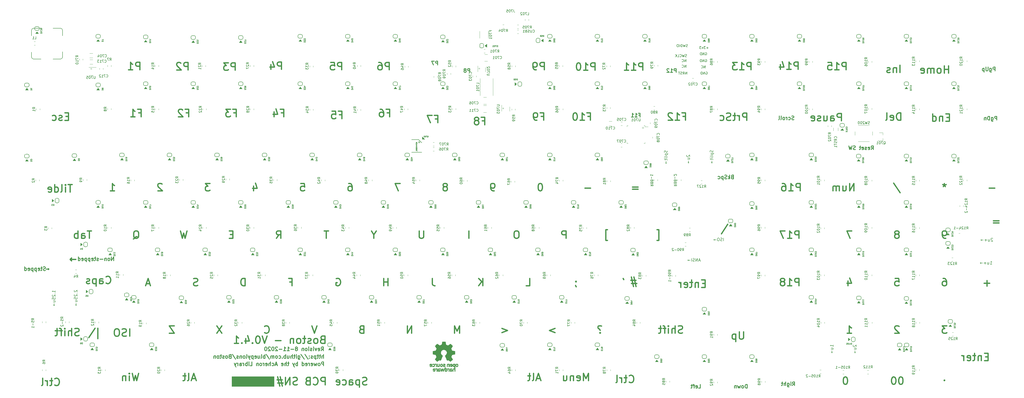
<source format=gbr>
G04 #@! TF.GenerationSoftware,KiCad,Pcbnew,(5.99.0-2421-g2ea5528cd)*
G04 #@! TF.CreationDate,2020-08-11T18:39:49-04:00*
G04 #@! TF.ProjectId,Boston-keyboard-S,426f7374-6f6e-42d6-9b65-79626f617264,rev?*
G04 #@! TF.SameCoordinates,Original*
G04 #@! TF.FileFunction,Legend,Bot*
G04 #@! TF.FilePolarity,Positive*
%FSLAX46Y46*%
G04 Gerber Fmt 4.6, Leading zero omitted, Abs format (unit mm)*
G04 Created by KiCad (PCBNEW (5.99.0-2421-g2ea5528cd)) date 2020-08-11 18:39:49*
%MOMM*%
%LPD*%
G01*
G04 APERTURE LIST*
%ADD10C,0.120000*%
%ADD11C,0.100000*%
%ADD12C,0.300000*%
%ADD13C,0.500000*%
%ADD14C,0.200000*%
%ADD15C,0.150000*%
%ADD16C,0.127000*%
%ADD17C,0.010000*%
G04 APERTURE END LIST*
D10*
X83955489Y-46500000D02*
G75*
G03*
X83955489Y-46500000I-230489J0D01*
G01*
X239400000Y-46400000D02*
G75*
G03*
X239400000Y-46400000I-200000J0D01*
G01*
D11*
G36*
X157000000Y-174000000D02*
G01*
X140000000Y-174000000D01*
X140000000Y-170000000D01*
X157000000Y-170000000D01*
X157000000Y-174000000D01*
G37*
X157000000Y-174000000D02*
X140000000Y-174000000D01*
X140000000Y-170000000D01*
X157000000Y-170000000D01*
X157000000Y-174000000D01*
D10*
X249000000Y-62400000D02*
G75*
G03*
X249000000Y-62400000I-200000J0D01*
G01*
X305082843Y-70200000D02*
G75*
G03*
X305082843Y-70200000I-282843J0D01*
G01*
D12*
X318071428Y-47928571D02*
X318071428Y-46428571D01*
X317500000Y-46428571D01*
X317357142Y-46500000D01*
X317285714Y-46571428D01*
X317214285Y-46714285D01*
X317214285Y-46928571D01*
X317285714Y-47071428D01*
X317357142Y-47142857D01*
X317500000Y-47214285D01*
X318071428Y-47214285D01*
X315785714Y-47928571D02*
X316642857Y-47928571D01*
X316214285Y-47928571D02*
X316214285Y-46428571D01*
X316357142Y-46642857D01*
X316500000Y-46785714D01*
X316642857Y-46857142D01*
X315214285Y-46571428D02*
X315142857Y-46500000D01*
X315000000Y-46428571D01*
X314642857Y-46428571D01*
X314500000Y-46500000D01*
X314428571Y-46571428D01*
X314357142Y-46714285D01*
X314357142Y-46857142D01*
X314428571Y-47071428D01*
X315285714Y-47928571D01*
X314357142Y-47928571D01*
D13*
X131293750Y-92500892D02*
X129436607Y-92500892D01*
X130436607Y-93643750D01*
X130008035Y-93643750D01*
X129722321Y-93786607D01*
X129579464Y-93929464D01*
X129436607Y-94215178D01*
X129436607Y-94929464D01*
X129579464Y-95215178D01*
X129722321Y-95358035D01*
X130008035Y-95500892D01*
X130865178Y-95500892D01*
X131150892Y-95358035D01*
X131293750Y-95215178D01*
D14*
X330011904Y-47750000D02*
X330107142Y-47702380D01*
X330250000Y-47702380D01*
X330392857Y-47750000D01*
X330488095Y-47845238D01*
X330535714Y-47940476D01*
X330583333Y-48130952D01*
X330583333Y-48273809D01*
X330535714Y-48464285D01*
X330488095Y-48559523D01*
X330392857Y-48654761D01*
X330250000Y-48702380D01*
X330154761Y-48702380D01*
X330011904Y-48654761D01*
X329964285Y-48607142D01*
X329964285Y-48273809D01*
X330154761Y-48273809D01*
X329535714Y-48702380D02*
X329535714Y-47702380D01*
X328964285Y-48702380D01*
X328964285Y-47702380D01*
X328488095Y-48702380D02*
X328488095Y-47702380D01*
X328250000Y-47702380D01*
X328107142Y-47750000D01*
X328011904Y-47845238D01*
X327964285Y-47940476D01*
X327916666Y-48130952D01*
X327916666Y-48273809D01*
X327964285Y-48464285D01*
X328011904Y-48559523D01*
X328107142Y-48654761D01*
X328250000Y-48702380D01*
X328488095Y-48702380D01*
D13*
X231306250Y-152650892D02*
X231306250Y-149650892D01*
X230306250Y-151793750D01*
X229306250Y-149650892D01*
X229306250Y-152650892D01*
X386611607Y-152650892D02*
X388325892Y-152650892D01*
X387468750Y-152650892D02*
X387468750Y-149650892D01*
X387754464Y-150079464D01*
X388040178Y-150365178D01*
X388325892Y-150508035D01*
X177428571Y-173357142D02*
X177428571Y-170357142D01*
X176285714Y-170357142D01*
X176000000Y-170500000D01*
X175857142Y-170642857D01*
X175714285Y-170928571D01*
X175714285Y-171357142D01*
X175857142Y-171642857D01*
X176000000Y-171785714D01*
X176285714Y-171928571D01*
X177428571Y-171928571D01*
X172714285Y-173071428D02*
X172857142Y-173214285D01*
X173285714Y-173357142D01*
X173571428Y-173357142D01*
X174000000Y-173214285D01*
X174285714Y-172928571D01*
X174428571Y-172642857D01*
X174571428Y-172071428D01*
X174571428Y-171642857D01*
X174428571Y-171071428D01*
X174285714Y-170785714D01*
X174000000Y-170500000D01*
X173571428Y-170357142D01*
X173285714Y-170357142D01*
X172857142Y-170500000D01*
X172714285Y-170642857D01*
X170428571Y-171785714D02*
X170000000Y-171928571D01*
X169857142Y-172071428D01*
X169714285Y-172357142D01*
X169714285Y-172785714D01*
X169857142Y-173071428D01*
X170000000Y-173214285D01*
X170285714Y-173357142D01*
X171428571Y-173357142D01*
X171428571Y-170357142D01*
X170428571Y-170357142D01*
X170142857Y-170500000D01*
X170000000Y-170642857D01*
X169857142Y-170928571D01*
X169857142Y-171214285D01*
X170000000Y-171500000D01*
X170142857Y-171642857D01*
X170428571Y-171785714D01*
X171428571Y-171785714D01*
X166285714Y-173214285D02*
X165857142Y-173357142D01*
X165142857Y-173357142D01*
X164857142Y-173214285D01*
X164714285Y-173071428D01*
X164571428Y-172785714D01*
X164571428Y-172500000D01*
X164714285Y-172214285D01*
X164857142Y-172071428D01*
X165142857Y-171928571D01*
X165714285Y-171785714D01*
X166000000Y-171642857D01*
X166142857Y-171500000D01*
X166285714Y-171214285D01*
X166285714Y-170928571D01*
X166142857Y-170642857D01*
X166000000Y-170500000D01*
X165714285Y-170357142D01*
X165000000Y-170357142D01*
X164571428Y-170500000D01*
X163285714Y-173357142D02*
X163285714Y-170357142D01*
X161571428Y-173357142D01*
X161571428Y-170357142D01*
X160285714Y-171357142D02*
X158142857Y-171357142D01*
X159428571Y-170071428D02*
X160285714Y-173928571D01*
X158428571Y-172642857D02*
X160571428Y-172642857D01*
X159285714Y-173928571D02*
X158428571Y-170071428D01*
D14*
X332793214Y-79226071D02*
X332850357Y-79397500D01*
X332850357Y-79683214D01*
X332793214Y-79797500D01*
X332736071Y-79854642D01*
X332621785Y-79911785D01*
X332507500Y-79911785D01*
X332393214Y-79854642D01*
X332336071Y-79797500D01*
X332278928Y-79683214D01*
X332221785Y-79454642D01*
X332164642Y-79340357D01*
X332107500Y-79283214D01*
X331993214Y-79226071D01*
X331878928Y-79226071D01*
X331764642Y-79283214D01*
X331707500Y-79340357D01*
X331650357Y-79454642D01*
X331650357Y-79740357D01*
X331707500Y-79911785D01*
X332050357Y-80426071D02*
X333250357Y-80426071D01*
X332107500Y-80426071D02*
X332050357Y-80540357D01*
X332050357Y-80768928D01*
X332107500Y-80883214D01*
X332164642Y-80940357D01*
X332278928Y-80997500D01*
X332621785Y-80997500D01*
X332736071Y-80940357D01*
X332793214Y-80883214D01*
X332850357Y-80768928D01*
X332850357Y-80540357D01*
X332793214Y-80426071D01*
X332850357Y-81683214D02*
X332793214Y-81568928D01*
X332678928Y-81511785D01*
X331650357Y-81511785D01*
X332850357Y-82140357D02*
X332050357Y-82140357D01*
X331650357Y-82140357D02*
X331707500Y-82083214D01*
X331764642Y-82140357D01*
X331707500Y-82197500D01*
X331650357Y-82140357D01*
X331764642Y-82140357D01*
X332050357Y-82540357D02*
X332050357Y-82997500D01*
X331650357Y-82711785D02*
X332678928Y-82711785D01*
X332793214Y-82768928D01*
X332850357Y-82883214D01*
X332850357Y-82997500D01*
X332393214Y-83397500D02*
X332393214Y-84311785D01*
X332621785Y-84083214D02*
X332393214Y-84311785D01*
X332164642Y-84083214D01*
X322035714Y-45952380D02*
X322035714Y-44952380D01*
X321464285Y-45952380D01*
X321464285Y-44952380D01*
X320416666Y-45857142D02*
X320464285Y-45904761D01*
X320607142Y-45952380D01*
X320702380Y-45952380D01*
X320845238Y-45904761D01*
X320940476Y-45809523D01*
X320988095Y-45714285D01*
X321035714Y-45523809D01*
X321035714Y-45380952D01*
X320988095Y-45190476D01*
X320940476Y-45095238D01*
X320845238Y-45000000D01*
X320702380Y-44952380D01*
X320607142Y-44952380D01*
X320464285Y-45000000D01*
X320416666Y-45047619D01*
D12*
X222507142Y-44926071D02*
X222507142Y-43426071D01*
X221935714Y-43426071D01*
X221792857Y-43497500D01*
X221721428Y-43568928D01*
X221650000Y-43711785D01*
X221650000Y-43926071D01*
X221721428Y-44068928D01*
X221792857Y-44140357D01*
X221935714Y-44211785D01*
X222507142Y-44211785D01*
X221150000Y-43426071D02*
X220150000Y-43426071D01*
X220792857Y-44926071D01*
D13*
X76110000Y-92977142D02*
X74395714Y-92977142D01*
X75252857Y-95977142D02*
X75252857Y-92977142D01*
X73395714Y-95977142D02*
X73395714Y-93977142D01*
X73395714Y-92977142D02*
X73538571Y-93120000D01*
X73395714Y-93262857D01*
X73252857Y-93120000D01*
X73395714Y-92977142D01*
X73395714Y-93262857D01*
X71538571Y-95977142D02*
X71824285Y-95834285D01*
X71967142Y-95548571D01*
X71967142Y-92977142D01*
X69110000Y-95977142D02*
X69110000Y-92977142D01*
X69110000Y-95834285D02*
X69395714Y-95977142D01*
X69967142Y-95977142D01*
X70252857Y-95834285D01*
X70395714Y-95691428D01*
X70538571Y-95405714D01*
X70538571Y-94548571D01*
X70395714Y-94262857D01*
X70252857Y-94120000D01*
X69967142Y-93977142D01*
X69395714Y-93977142D01*
X69110000Y-94120000D01*
X66538571Y-95834285D02*
X66824285Y-95977142D01*
X67395714Y-95977142D01*
X67681428Y-95834285D01*
X67824285Y-95548571D01*
X67824285Y-94405714D01*
X67681428Y-94120000D01*
X67395714Y-93977142D01*
X66824285Y-93977142D01*
X66538571Y-94120000D01*
X66395714Y-94405714D01*
X66395714Y-94691428D01*
X67824285Y-94977142D01*
X302886607Y-93929464D02*
X300600892Y-93929464D01*
X300600892Y-94786607D02*
X302886607Y-94786607D01*
D12*
X303134285Y-65082857D02*
X303634285Y-65082857D01*
X303634285Y-65868571D02*
X303634285Y-64368571D01*
X302920000Y-64368571D01*
X301562857Y-65868571D02*
X302420000Y-65868571D01*
X301991428Y-65868571D02*
X301991428Y-64368571D01*
X302134285Y-64582857D01*
X302277142Y-64725714D01*
X302420000Y-64797142D01*
X300134285Y-65868571D02*
X300991428Y-65868571D01*
X300562857Y-65868571D02*
X300562857Y-64368571D01*
X300705714Y-64582857D01*
X300848571Y-64725714D01*
X300991428Y-64797142D01*
D13*
X159868750Y-64163839D02*
X160868750Y-64163839D01*
X160868750Y-65735267D02*
X160868750Y-62735267D01*
X159440178Y-62735267D01*
X157011607Y-63735267D02*
X157011607Y-65735267D01*
X157725892Y-62592410D02*
X158440178Y-64735267D01*
X156583035Y-64735267D01*
X207493750Y-92500892D02*
X205493750Y-92500892D01*
X206779464Y-95500892D01*
D12*
X365247500Y-66854642D02*
X365033214Y-66926071D01*
X364676071Y-66926071D01*
X364533214Y-66854642D01*
X364461785Y-66783214D01*
X364390357Y-66640357D01*
X364390357Y-66497500D01*
X364461785Y-66354642D01*
X364533214Y-66283214D01*
X364676071Y-66211785D01*
X364961785Y-66140357D01*
X365104642Y-66068928D01*
X365176071Y-65997500D01*
X365247500Y-65854642D01*
X365247500Y-65711785D01*
X365176071Y-65568928D01*
X365104642Y-65497500D01*
X364961785Y-65426071D01*
X364604642Y-65426071D01*
X364390357Y-65497500D01*
X363104642Y-66854642D02*
X363247500Y-66926071D01*
X363533214Y-66926071D01*
X363676071Y-66854642D01*
X363747500Y-66783214D01*
X363818928Y-66640357D01*
X363818928Y-66211785D01*
X363747500Y-66068928D01*
X363676071Y-65997500D01*
X363533214Y-65926071D01*
X363247500Y-65926071D01*
X363104642Y-65997500D01*
X362461785Y-66926071D02*
X362461785Y-65926071D01*
X362461785Y-66211785D02*
X362390357Y-66068928D01*
X362318928Y-65997500D01*
X362176071Y-65926071D01*
X362033214Y-65926071D01*
X361318928Y-66926071D02*
X361461785Y-66854642D01*
X361533214Y-66783214D01*
X361604642Y-66640357D01*
X361604642Y-66211785D01*
X361533214Y-66068928D01*
X361461785Y-65997500D01*
X361318928Y-65926071D01*
X361104642Y-65926071D01*
X360961785Y-65997500D01*
X360890357Y-66068928D01*
X360818928Y-66211785D01*
X360818928Y-66640357D01*
X360890357Y-66783214D01*
X360961785Y-66854642D01*
X361104642Y-66926071D01*
X361318928Y-66926071D01*
X359961785Y-66926071D02*
X360104642Y-66854642D01*
X360176071Y-66711785D01*
X360176071Y-65426071D01*
X359176071Y-66926071D02*
X359318928Y-66854642D01*
X359390357Y-66711785D01*
X359390357Y-65426071D01*
D13*
X389301785Y-95500892D02*
X389301785Y-92500892D01*
X387587500Y-95500892D01*
X387587500Y-92500892D01*
X384873214Y-93500892D02*
X384873214Y-95500892D01*
X386158928Y-93500892D02*
X386158928Y-95072321D01*
X386016071Y-95358035D01*
X385730357Y-95500892D01*
X385301785Y-95500892D01*
X385016071Y-95358035D01*
X384873214Y-95215178D01*
X383444642Y-95500892D02*
X383444642Y-93500892D01*
X383444642Y-93786607D02*
X383301785Y-93643750D01*
X383016071Y-93500892D01*
X382587500Y-93500892D01*
X382301785Y-93643750D01*
X382158928Y-93929464D01*
X382158928Y-95500892D01*
X382158928Y-93929464D02*
X382016071Y-93643750D01*
X381730357Y-93500892D01*
X381301785Y-93500892D01*
X381016071Y-93643750D01*
X380873214Y-93929464D01*
X380873214Y-95500892D01*
X153177678Y-152365178D02*
X153320535Y-152508035D01*
X153749107Y-152650892D01*
X154034821Y-152650892D01*
X154463392Y-152508035D01*
X154749107Y-152222321D01*
X154891964Y-151936607D01*
X155034821Y-151365178D01*
X155034821Y-150936607D01*
X154891964Y-150365178D01*
X154749107Y-150079464D01*
X154463392Y-149793750D01*
X154034821Y-149650892D01*
X153749107Y-149650892D01*
X153320535Y-149793750D01*
X153177678Y-149936607D01*
X405233035Y-92358035D02*
X407804464Y-96215178D01*
X388468750Y-111550892D02*
X386468750Y-111550892D01*
X387754464Y-114550892D01*
D12*
X176821428Y-165678571D02*
X176821428Y-164178571D01*
X176250000Y-164178571D01*
X176107142Y-164250000D01*
X176035714Y-164321428D01*
X175964285Y-164464285D01*
X175964285Y-164678571D01*
X176035714Y-164821428D01*
X176107142Y-164892857D01*
X176250000Y-164964285D01*
X176821428Y-164964285D01*
X175107142Y-165678571D02*
X175250000Y-165607142D01*
X175321428Y-165535714D01*
X175392857Y-165392857D01*
X175392857Y-164964285D01*
X175321428Y-164821428D01*
X175250000Y-164750000D01*
X175107142Y-164678571D01*
X174892857Y-164678571D01*
X174750000Y-164750000D01*
X174678571Y-164821428D01*
X174607142Y-164964285D01*
X174607142Y-165392857D01*
X174678571Y-165535714D01*
X174750000Y-165607142D01*
X174892857Y-165678571D01*
X175107142Y-165678571D01*
X174107142Y-164678571D02*
X173821428Y-165678571D01*
X173535714Y-164964285D01*
X173250000Y-165678571D01*
X172964285Y-164678571D01*
X171821428Y-165607142D02*
X171964285Y-165678571D01*
X172250000Y-165678571D01*
X172392857Y-165607142D01*
X172464285Y-165464285D01*
X172464285Y-164892857D01*
X172392857Y-164750000D01*
X172250000Y-164678571D01*
X171964285Y-164678571D01*
X171821428Y-164750000D01*
X171750000Y-164892857D01*
X171750000Y-165035714D01*
X172464285Y-165178571D01*
X171107142Y-165678571D02*
X171107142Y-164678571D01*
X171107142Y-164964285D02*
X171035714Y-164821428D01*
X170964285Y-164750000D01*
X170821428Y-164678571D01*
X170678571Y-164678571D01*
X169607142Y-165607142D02*
X169750000Y-165678571D01*
X170035714Y-165678571D01*
X170178571Y-165607142D01*
X170250000Y-165464285D01*
X170250000Y-164892857D01*
X170178571Y-164750000D01*
X170035714Y-164678571D01*
X169750000Y-164678571D01*
X169607142Y-164750000D01*
X169535714Y-164892857D01*
X169535714Y-165035714D01*
X170250000Y-165178571D01*
X168250000Y-165678571D02*
X168250000Y-164178571D01*
X168250000Y-165607142D02*
X168392857Y-165678571D01*
X168678571Y-165678571D01*
X168821428Y-165607142D01*
X168892857Y-165535714D01*
X168964285Y-165392857D01*
X168964285Y-164964285D01*
X168892857Y-164821428D01*
X168821428Y-164750000D01*
X168678571Y-164678571D01*
X168392857Y-164678571D01*
X168250000Y-164750000D01*
X166392857Y-165678571D02*
X166392857Y-164178571D01*
X166392857Y-164750000D02*
X166250000Y-164678571D01*
X165964285Y-164678571D01*
X165821428Y-164750000D01*
X165750000Y-164821428D01*
X165678571Y-164964285D01*
X165678571Y-165392857D01*
X165750000Y-165535714D01*
X165821428Y-165607142D01*
X165964285Y-165678571D01*
X166250000Y-165678571D01*
X166392857Y-165607142D01*
X165178571Y-164678571D02*
X164821428Y-165678571D01*
X164464285Y-164678571D02*
X164821428Y-165678571D01*
X164964285Y-166035714D01*
X165035714Y-166107142D01*
X165178571Y-166178571D01*
X162964285Y-164678571D02*
X162392857Y-164678571D01*
X162750000Y-164178571D02*
X162750000Y-165464285D01*
X162678571Y-165607142D01*
X162535714Y-165678571D01*
X162392857Y-165678571D01*
X161892857Y-165678571D02*
X161892857Y-164178571D01*
X161250000Y-165678571D02*
X161250000Y-164892857D01*
X161321428Y-164750000D01*
X161464285Y-164678571D01*
X161678571Y-164678571D01*
X161821428Y-164750000D01*
X161892857Y-164821428D01*
X159964285Y-165607142D02*
X160107142Y-165678571D01*
X160392857Y-165678571D01*
X160535714Y-165607142D01*
X160607142Y-165464285D01*
X160607142Y-164892857D01*
X160535714Y-164750000D01*
X160392857Y-164678571D01*
X160107142Y-164678571D01*
X159964285Y-164750000D01*
X159892857Y-164892857D01*
X159892857Y-165035714D01*
X160607142Y-165178571D01*
X158178571Y-165250000D02*
X157464285Y-165250000D01*
X158321428Y-165678571D02*
X157821428Y-164178571D01*
X157321428Y-165678571D01*
X156178571Y-165607142D02*
X156321428Y-165678571D01*
X156607142Y-165678571D01*
X156750000Y-165607142D01*
X156821428Y-165535714D01*
X156892857Y-165392857D01*
X156892857Y-164964285D01*
X156821428Y-164821428D01*
X156750000Y-164750000D01*
X156607142Y-164678571D01*
X156321428Y-164678571D01*
X156178571Y-164750000D01*
X155535714Y-165678571D02*
X155535714Y-164178571D01*
X154892857Y-165678571D02*
X154892857Y-164892857D01*
X154964285Y-164750000D01*
X155107142Y-164678571D01*
X155321428Y-164678571D01*
X155464285Y-164750000D01*
X155535714Y-164821428D01*
X153607142Y-165607142D02*
X153750000Y-165678571D01*
X154035714Y-165678571D01*
X154178571Y-165607142D01*
X154250000Y-165464285D01*
X154250000Y-164892857D01*
X154178571Y-164750000D01*
X154035714Y-164678571D01*
X153750000Y-164678571D01*
X153607142Y-164750000D01*
X153535714Y-164892857D01*
X153535714Y-165035714D01*
X154250000Y-165178571D01*
X152892857Y-165678571D02*
X152892857Y-164678571D01*
X152892857Y-164964285D02*
X152821428Y-164821428D01*
X152750000Y-164750000D01*
X152607142Y-164678571D01*
X152464285Y-164678571D01*
X151750000Y-165678571D02*
X151892857Y-165607142D01*
X151964285Y-165535714D01*
X152035714Y-165392857D01*
X152035714Y-164964285D01*
X151964285Y-164821428D01*
X151892857Y-164750000D01*
X151750000Y-164678571D01*
X151535714Y-164678571D01*
X151392857Y-164750000D01*
X151321428Y-164821428D01*
X151250000Y-164964285D01*
X151250000Y-165392857D01*
X151321428Y-165535714D01*
X151392857Y-165607142D01*
X151535714Y-165678571D01*
X151750000Y-165678571D01*
X150607142Y-164678571D02*
X150607142Y-165678571D01*
X150607142Y-164821428D02*
X150535714Y-164750000D01*
X150392857Y-164678571D01*
X150178571Y-164678571D01*
X150035714Y-164750000D01*
X149964285Y-164892857D01*
X149964285Y-165678571D01*
X147392857Y-165678571D02*
X148107142Y-165678571D01*
X148107142Y-164178571D01*
X146892857Y-165678571D02*
X146892857Y-164678571D01*
X146892857Y-164178571D02*
X146964285Y-164250000D01*
X146892857Y-164321428D01*
X146821428Y-164250000D01*
X146892857Y-164178571D01*
X146892857Y-164321428D01*
X146178571Y-165678571D02*
X146178571Y-164178571D01*
X146178571Y-164750000D02*
X146035714Y-164678571D01*
X145750000Y-164678571D01*
X145607142Y-164750000D01*
X145535714Y-164821428D01*
X145464285Y-164964285D01*
X145464285Y-165392857D01*
X145535714Y-165535714D01*
X145607142Y-165607142D01*
X145750000Y-165678571D01*
X146035714Y-165678571D01*
X146178571Y-165607142D01*
X144821428Y-165678571D02*
X144821428Y-164678571D01*
X144821428Y-164964285D02*
X144750000Y-164821428D01*
X144678571Y-164750000D01*
X144535714Y-164678571D01*
X144392857Y-164678571D01*
X143250000Y-165678571D02*
X143250000Y-164892857D01*
X143321428Y-164750000D01*
X143464285Y-164678571D01*
X143750000Y-164678571D01*
X143892857Y-164750000D01*
X143250000Y-165607142D02*
X143392857Y-165678571D01*
X143750000Y-165678571D01*
X143892857Y-165607142D01*
X143964285Y-165464285D01*
X143964285Y-165321428D01*
X143892857Y-165178571D01*
X143750000Y-165107142D01*
X143392857Y-165107142D01*
X143250000Y-165035714D01*
X142535714Y-165678571D02*
X142535714Y-164678571D01*
X142535714Y-164964285D02*
X142464285Y-164821428D01*
X142392857Y-164750000D01*
X142250000Y-164678571D01*
X142107142Y-164678571D01*
X141750000Y-164678571D02*
X141392857Y-165678571D01*
X141035714Y-164678571D02*
X141392857Y-165678571D01*
X141535714Y-166035714D01*
X141607142Y-166107142D01*
X141750000Y-166178571D01*
D13*
X167679464Y-92500892D02*
X169108035Y-92500892D01*
X169250892Y-93929464D01*
X169108035Y-93786607D01*
X168822321Y-93643750D01*
X168108035Y-93643750D01*
X167822321Y-93786607D01*
X167679464Y-93929464D01*
X167536607Y-94215178D01*
X167536607Y-94929464D01*
X167679464Y-95215178D01*
X167822321Y-95358035D01*
X168108035Y-95500892D01*
X168822321Y-95500892D01*
X169108035Y-95358035D01*
X169250892Y-95215178D01*
D12*
X65371428Y-127407142D02*
X65157142Y-127478571D01*
X64800000Y-127478571D01*
X64657142Y-127407142D01*
X64585714Y-127335714D01*
X64514285Y-127192857D01*
X64514285Y-127050000D01*
X64585714Y-126907142D01*
X64657142Y-126835714D01*
X64800000Y-126764285D01*
X65085714Y-126692857D01*
X65228571Y-126621428D01*
X65300000Y-126550000D01*
X65371428Y-126407142D01*
X65371428Y-126264285D01*
X65300000Y-126121428D01*
X65228571Y-126050000D01*
X65085714Y-125978571D01*
X64728571Y-125978571D01*
X64514285Y-126050000D01*
X64085714Y-126478571D02*
X63514285Y-126478571D01*
X63871428Y-125978571D02*
X63871428Y-127264285D01*
X63800000Y-127407142D01*
X63657142Y-127478571D01*
X63514285Y-127478571D01*
X62442857Y-127407142D02*
X62585714Y-127478571D01*
X62871428Y-127478571D01*
X63014285Y-127407142D01*
X63085714Y-127264285D01*
X63085714Y-126692857D01*
X63014285Y-126550000D01*
X62871428Y-126478571D01*
X62585714Y-126478571D01*
X62442857Y-126550000D01*
X62371428Y-126692857D01*
X62371428Y-126835714D01*
X63085714Y-126978571D01*
X61728571Y-126478571D02*
X61728571Y-127978571D01*
X61728571Y-126550000D02*
X61585714Y-126478571D01*
X61300000Y-126478571D01*
X61157142Y-126550000D01*
X61085714Y-126621428D01*
X61014285Y-126764285D01*
X61014285Y-127192857D01*
X61085714Y-127335714D01*
X61157142Y-127407142D01*
X61300000Y-127478571D01*
X61585714Y-127478571D01*
X61728571Y-127407142D01*
X60371428Y-126478571D02*
X60371428Y-127978571D01*
X60371428Y-126550000D02*
X60228571Y-126478571D01*
X59942857Y-126478571D01*
X59800000Y-126550000D01*
X59728571Y-126621428D01*
X59657142Y-126764285D01*
X59657142Y-127192857D01*
X59728571Y-127335714D01*
X59800000Y-127407142D01*
X59942857Y-127478571D01*
X60228571Y-127478571D01*
X60371428Y-127407142D01*
X58442857Y-127407142D02*
X58585714Y-127478571D01*
X58871428Y-127478571D01*
X59014285Y-127407142D01*
X59085714Y-127264285D01*
X59085714Y-126692857D01*
X59014285Y-126550000D01*
X58871428Y-126478571D01*
X58585714Y-126478571D01*
X58442857Y-126550000D01*
X58371428Y-126692857D01*
X58371428Y-126835714D01*
X59085714Y-126978571D01*
X57085714Y-127478571D02*
X57085714Y-125978571D01*
X57085714Y-127407142D02*
X57228571Y-127478571D01*
X57514285Y-127478571D01*
X57657142Y-127407142D01*
X57728571Y-127335714D01*
X57800000Y-127192857D01*
X57800000Y-126764285D01*
X57728571Y-126621428D01*
X57657142Y-126550000D01*
X57514285Y-126478571D01*
X57228571Y-126478571D01*
X57085714Y-126550000D01*
D13*
X99114285Y-153857142D02*
X99114285Y-150857142D01*
X97828571Y-153714285D02*
X97400000Y-153857142D01*
X96685714Y-153857142D01*
X96400000Y-153714285D01*
X96257142Y-153571428D01*
X96114285Y-153285714D01*
X96114285Y-153000000D01*
X96257142Y-152714285D01*
X96400000Y-152571428D01*
X96685714Y-152428571D01*
X97257142Y-152285714D01*
X97542857Y-152142857D01*
X97685714Y-152000000D01*
X97828571Y-151714285D01*
X97828571Y-151428571D01*
X97685714Y-151142857D01*
X97542857Y-151000000D01*
X97257142Y-150857142D01*
X96542857Y-150857142D01*
X96114285Y-151000000D01*
X94257142Y-150857142D02*
X93685714Y-150857142D01*
X93400000Y-151000000D01*
X93114285Y-151285714D01*
X92971428Y-151857142D01*
X92971428Y-152857142D01*
X93114285Y-153428571D01*
X93400000Y-153714285D01*
X93685714Y-153857142D01*
X94257142Y-153857142D01*
X94542857Y-153714285D01*
X94828571Y-153428571D01*
X94971428Y-152857142D01*
X94971428Y-151857142D01*
X94828571Y-151285714D01*
X94542857Y-151000000D01*
X94257142Y-150857142D01*
X86400000Y-154857142D02*
X86400000Y-150571428D01*
X85257142Y-150571428D02*
X82685714Y-154428571D01*
D14*
X337042857Y-115567857D02*
X337042857Y-114367857D01*
X336528571Y-115510714D02*
X336357142Y-115567857D01*
X336071428Y-115567857D01*
X335957142Y-115510714D01*
X335900000Y-115453571D01*
X335842857Y-115339285D01*
X335842857Y-115225000D01*
X335900000Y-115110714D01*
X335957142Y-115053571D01*
X336071428Y-114996428D01*
X336300000Y-114939285D01*
X336414285Y-114882142D01*
X336471428Y-114825000D01*
X336528571Y-114710714D01*
X336528571Y-114596428D01*
X336471428Y-114482142D01*
X336414285Y-114425000D01*
X336300000Y-114367857D01*
X336014285Y-114367857D01*
X335842857Y-114425000D01*
X335100000Y-114367857D02*
X334871428Y-114367857D01*
X334757142Y-114425000D01*
X334642857Y-114539285D01*
X334585714Y-114767857D01*
X334585714Y-115167857D01*
X334642857Y-115396428D01*
X334757142Y-115510714D01*
X334871428Y-115567857D01*
X335100000Y-115567857D01*
X335214285Y-115510714D01*
X335328571Y-115396428D01*
X335385714Y-115167857D01*
X335385714Y-114767857D01*
X335328571Y-114539285D01*
X335214285Y-114425000D01*
X335100000Y-114367857D01*
X334071428Y-115110714D02*
X333157142Y-115110714D01*
X333385714Y-115339285D02*
X333157142Y-115110714D01*
X333385714Y-114882142D01*
X329785714Y-46202380D02*
X329785714Y-45202380D01*
X329214285Y-46202380D01*
X329214285Y-45202380D01*
X328166666Y-46107142D02*
X328214285Y-46154761D01*
X328357142Y-46202380D01*
X328452380Y-46202380D01*
X328595238Y-46154761D01*
X328690476Y-46059523D01*
X328738095Y-45964285D01*
X328785714Y-45773809D01*
X328785714Y-45630952D01*
X328738095Y-45440476D01*
X328690476Y-45345238D01*
X328595238Y-45250000D01*
X328452380Y-45202380D01*
X328357142Y-45202380D01*
X328214285Y-45250000D01*
X328166666Y-45297619D01*
D13*
X425568750Y-171415178D02*
X425425892Y-171558035D01*
X425568750Y-171700892D01*
X425711607Y-171558035D01*
X425568750Y-171415178D01*
X425568750Y-171700892D01*
X102718750Y-64163839D02*
X103718750Y-64163839D01*
X103718750Y-65735267D02*
X103718750Y-62735267D01*
X102290178Y-62735267D01*
X99575892Y-65735267D02*
X101290178Y-65735267D01*
X100433035Y-65735267D02*
X100433035Y-62735267D01*
X100718750Y-63163839D01*
X101004464Y-63449553D01*
X101290178Y-63592410D01*
X145366964Y-133600892D02*
X145366964Y-130600892D01*
X144652678Y-130600892D01*
X144224107Y-130743750D01*
X143938392Y-131029464D01*
X143795535Y-131315178D01*
X143652678Y-131886607D01*
X143652678Y-132315178D01*
X143795535Y-132886607D01*
X143938392Y-133172321D01*
X144224107Y-133458035D01*
X144652678Y-133600892D01*
X145366964Y-133600892D01*
D12*
X346535714Y-174678571D02*
X346535714Y-173178571D01*
X346178571Y-173178571D01*
X345964285Y-173250000D01*
X345821428Y-173392857D01*
X345750000Y-173535714D01*
X345678571Y-173821428D01*
X345678571Y-174035714D01*
X345750000Y-174321428D01*
X345821428Y-174464285D01*
X345964285Y-174607142D01*
X346178571Y-174678571D01*
X346535714Y-174678571D01*
X344821428Y-174678571D02*
X344964285Y-174607142D01*
X345035714Y-174535714D01*
X345107142Y-174392857D01*
X345107142Y-173964285D01*
X345035714Y-173821428D01*
X344964285Y-173750000D01*
X344821428Y-173678571D01*
X344607142Y-173678571D01*
X344464285Y-173750000D01*
X344392857Y-173821428D01*
X344321428Y-173964285D01*
X344321428Y-174392857D01*
X344392857Y-174535714D01*
X344464285Y-174607142D01*
X344607142Y-174678571D01*
X344821428Y-174678571D01*
X343821428Y-173678571D02*
X343535714Y-174678571D01*
X343250000Y-173964285D01*
X342964285Y-174678571D01*
X342678571Y-173678571D01*
X342107142Y-173678571D02*
X342107142Y-174678571D01*
X342107142Y-173821428D02*
X342035714Y-173750000D01*
X341892857Y-173678571D01*
X341678571Y-173678571D01*
X341535714Y-173750000D01*
X341464285Y-173892857D01*
X341464285Y-174678571D01*
D13*
X202588392Y-133600892D02*
X202588392Y-130600892D01*
X202588392Y-132029464D02*
X200874107Y-132029464D01*
X200874107Y-133600892D02*
X200874107Y-130600892D01*
D12*
X446550000Y-67068571D02*
X446550000Y-65568571D01*
X445978571Y-65568571D01*
X445835714Y-65640000D01*
X445764285Y-65711428D01*
X445692857Y-65854285D01*
X445692857Y-66068571D01*
X445764285Y-66211428D01*
X445835714Y-66282857D01*
X445978571Y-66354285D01*
X446550000Y-66354285D01*
X444407142Y-66068571D02*
X444407142Y-67282857D01*
X444478571Y-67425714D01*
X444550000Y-67497142D01*
X444692857Y-67568571D01*
X444907142Y-67568571D01*
X445050000Y-67497142D01*
X444407142Y-66997142D02*
X444550000Y-67068571D01*
X444835714Y-67068571D01*
X444978571Y-66997142D01*
X445050000Y-66925714D01*
X445121428Y-66782857D01*
X445121428Y-66354285D01*
X445050000Y-66211428D01*
X444978571Y-66140000D01*
X444835714Y-66068571D01*
X444550000Y-66068571D01*
X444407142Y-66140000D01*
X443692857Y-67068571D02*
X443692857Y-65568571D01*
X443335714Y-65568571D01*
X443121428Y-65640000D01*
X442978571Y-65782857D01*
X442907142Y-65925714D01*
X442835714Y-66211428D01*
X442835714Y-66425714D01*
X442907142Y-66711428D01*
X442978571Y-66854285D01*
X443121428Y-66997142D01*
X443335714Y-67068571D01*
X443692857Y-67068571D01*
X442192857Y-66068571D02*
X442192857Y-67068571D01*
X442192857Y-66211428D02*
X442121428Y-66140000D01*
X441978571Y-66068571D01*
X441764285Y-66068571D01*
X441621428Y-66140000D01*
X441550000Y-66282857D01*
X441550000Y-67068571D01*
D13*
X174156250Y-149650892D02*
X173156250Y-152650892D01*
X172156250Y-149650892D01*
X186872321Y-92500892D02*
X187443750Y-92500892D01*
X187729464Y-92643750D01*
X187872321Y-92786607D01*
X188158035Y-93215178D01*
X188300892Y-93786607D01*
X188300892Y-94929464D01*
X188158035Y-95215178D01*
X188015178Y-95358035D01*
X187729464Y-95500892D01*
X187158035Y-95500892D01*
X186872321Y-95358035D01*
X186729464Y-95215178D01*
X186586607Y-94929464D01*
X186586607Y-94215178D01*
X186729464Y-93929464D01*
X186872321Y-93786607D01*
X187158035Y-93643750D01*
X187729464Y-93643750D01*
X188015178Y-93786607D01*
X188158035Y-93929464D01*
X188300892Y-94215178D01*
D14*
X314453214Y-79376071D02*
X314510357Y-79547500D01*
X314510357Y-79833214D01*
X314453214Y-79947500D01*
X314396071Y-80004642D01*
X314281785Y-80061785D01*
X314167500Y-80061785D01*
X314053214Y-80004642D01*
X313996071Y-79947500D01*
X313938928Y-79833214D01*
X313881785Y-79604642D01*
X313824642Y-79490357D01*
X313767500Y-79433214D01*
X313653214Y-79376071D01*
X313538928Y-79376071D01*
X313424642Y-79433214D01*
X313367500Y-79490357D01*
X313310357Y-79604642D01*
X313310357Y-79890357D01*
X313367500Y-80061785D01*
X313710357Y-80576071D02*
X314910357Y-80576071D01*
X313767500Y-80576071D02*
X313710357Y-80690357D01*
X313710357Y-80918928D01*
X313767500Y-81033214D01*
X313824642Y-81090357D01*
X313938928Y-81147500D01*
X314281785Y-81147500D01*
X314396071Y-81090357D01*
X314453214Y-81033214D01*
X314510357Y-80918928D01*
X314510357Y-80690357D01*
X314453214Y-80576071D01*
X314510357Y-81833214D02*
X314453214Y-81718928D01*
X314338928Y-81661785D01*
X313310357Y-81661785D01*
X314510357Y-82290357D02*
X313710357Y-82290357D01*
X313310357Y-82290357D02*
X313367500Y-82233214D01*
X313424642Y-82290357D01*
X313367500Y-82347500D01*
X313310357Y-82290357D01*
X313424642Y-82290357D01*
X313710357Y-82690357D02*
X313710357Y-83147500D01*
X313310357Y-82861785D02*
X314338928Y-82861785D01*
X314453214Y-82918928D01*
X314510357Y-83033214D01*
X314510357Y-83147500D01*
X314053214Y-83547500D02*
X314053214Y-84461785D01*
X314281785Y-84233214D02*
X314053214Y-84461785D01*
X313824642Y-84233214D01*
D13*
X140818750Y-64163839D02*
X141818750Y-64163839D01*
X141818750Y-65735267D02*
X141818750Y-62735267D01*
X140390178Y-62735267D01*
X139533035Y-62735267D02*
X137675892Y-62735267D01*
X138675892Y-63878125D01*
X138247321Y-63878125D01*
X137961607Y-64020982D01*
X137818750Y-64163839D01*
X137675892Y-64449553D01*
X137675892Y-65163839D01*
X137818750Y-65449553D01*
X137961607Y-65592410D01*
X138247321Y-65735267D01*
X139104464Y-65735267D01*
X139390178Y-65592410D01*
X139533035Y-65449553D01*
D12*
X92671428Y-123478571D02*
X92671428Y-121978571D01*
X91814285Y-123478571D01*
X91814285Y-121978571D01*
X90885714Y-123478571D02*
X91028571Y-123407142D01*
X91100000Y-123335714D01*
X91171428Y-123192857D01*
X91171428Y-122764285D01*
X91100000Y-122621428D01*
X91028571Y-122550000D01*
X90885714Y-122478571D01*
X90671428Y-122478571D01*
X90528571Y-122550000D01*
X90457142Y-122621428D01*
X90385714Y-122764285D01*
X90385714Y-123192857D01*
X90457142Y-123335714D01*
X90528571Y-123407142D01*
X90671428Y-123478571D01*
X90885714Y-123478571D01*
X89742857Y-122478571D02*
X89742857Y-123478571D01*
X89742857Y-122621428D02*
X89671428Y-122550000D01*
X89528571Y-122478571D01*
X89314285Y-122478571D01*
X89171428Y-122550000D01*
X89100000Y-122692857D01*
X89100000Y-123478571D01*
X88385714Y-122907142D02*
X87242857Y-122907142D01*
X86600000Y-123407142D02*
X86457142Y-123478571D01*
X86171428Y-123478571D01*
X86028571Y-123407142D01*
X85957142Y-123264285D01*
X85957142Y-123192857D01*
X86028571Y-123050000D01*
X86171428Y-122978571D01*
X86385714Y-122978571D01*
X86528571Y-122907142D01*
X86600000Y-122764285D01*
X86600000Y-122692857D01*
X86528571Y-122550000D01*
X86385714Y-122478571D01*
X86171428Y-122478571D01*
X86028571Y-122550000D01*
X85528571Y-122478571D02*
X84957142Y-122478571D01*
X85314285Y-121978571D02*
X85314285Y-123264285D01*
X85242857Y-123407142D01*
X85100000Y-123478571D01*
X84957142Y-123478571D01*
X83885714Y-123407142D02*
X84028571Y-123478571D01*
X84314285Y-123478571D01*
X84457142Y-123407142D01*
X84528571Y-123264285D01*
X84528571Y-122692857D01*
X84457142Y-122550000D01*
X84314285Y-122478571D01*
X84028571Y-122478571D01*
X83885714Y-122550000D01*
X83814285Y-122692857D01*
X83814285Y-122835714D01*
X84528571Y-122978571D01*
X83171428Y-122478571D02*
X83171428Y-123978571D01*
X83171428Y-122550000D02*
X83028571Y-122478571D01*
X82742857Y-122478571D01*
X82600000Y-122550000D01*
X82528571Y-122621428D01*
X82457142Y-122764285D01*
X82457142Y-123192857D01*
X82528571Y-123335714D01*
X82600000Y-123407142D01*
X82742857Y-123478571D01*
X83028571Y-123478571D01*
X83171428Y-123407142D01*
X81814285Y-122478571D02*
X81814285Y-123978571D01*
X81814285Y-122550000D02*
X81671428Y-122478571D01*
X81385714Y-122478571D01*
X81242857Y-122550000D01*
X81171428Y-122621428D01*
X81100000Y-122764285D01*
X81100000Y-123192857D01*
X81171428Y-123335714D01*
X81242857Y-123407142D01*
X81385714Y-123478571D01*
X81671428Y-123478571D01*
X81814285Y-123407142D01*
X79885714Y-123407142D02*
X80028571Y-123478571D01*
X80314285Y-123478571D01*
X80457142Y-123407142D01*
X80528571Y-123264285D01*
X80528571Y-122692857D01*
X80457142Y-122550000D01*
X80314285Y-122478571D01*
X80028571Y-122478571D01*
X79885714Y-122550000D01*
X79814285Y-122692857D01*
X79814285Y-122835714D01*
X80528571Y-122978571D01*
X78528571Y-123478571D02*
X78528571Y-121978571D01*
X78528571Y-123407142D02*
X78671428Y-123478571D01*
X78957142Y-123478571D01*
X79100000Y-123407142D01*
X79171428Y-123335714D01*
X79242857Y-123192857D01*
X79242857Y-122764285D01*
X79171428Y-122621428D01*
X79100000Y-122550000D01*
X78957142Y-122478571D01*
X78671428Y-122478571D01*
X78528571Y-122550000D01*
X235354642Y-47926071D02*
X235354642Y-46426071D01*
X234783214Y-46426071D01*
X234640357Y-46497500D01*
X234568928Y-46568928D01*
X234497500Y-46711785D01*
X234497500Y-46926071D01*
X234568928Y-47068928D01*
X234640357Y-47140357D01*
X234783214Y-47211785D01*
X235354642Y-47211785D01*
X233640357Y-47068928D02*
X233783214Y-46997500D01*
X233854642Y-46926071D01*
X233926071Y-46783214D01*
X233926071Y-46711785D01*
X233854642Y-46568928D01*
X233783214Y-46497500D01*
X233640357Y-46426071D01*
X233354642Y-46426071D01*
X233211785Y-46497500D01*
X233140357Y-46568928D01*
X233068928Y-46711785D01*
X233068928Y-46783214D01*
X233140357Y-46926071D01*
X233211785Y-46997500D01*
X233354642Y-47068928D01*
X233640357Y-47068928D01*
X233783214Y-47140357D01*
X233854642Y-47211785D01*
X233926071Y-47354642D01*
X233926071Y-47640357D01*
X233854642Y-47783214D01*
X233783214Y-47854642D01*
X233640357Y-47926071D01*
X233354642Y-47926071D01*
X233211785Y-47854642D01*
X233140357Y-47783214D01*
X233068928Y-47640357D01*
X233068928Y-47354642D01*
X233140357Y-47211785D01*
X233211785Y-47140357D01*
X233354642Y-47068928D01*
D13*
X235068750Y-114550892D02*
X235068750Y-111550892D01*
D14*
X322392857Y-48702380D02*
X322392857Y-47702380D01*
X321821428Y-48702380D01*
X321821428Y-47702380D01*
X320773809Y-48702380D02*
X321107142Y-48226190D01*
X321345238Y-48702380D02*
X321345238Y-47702380D01*
X320964285Y-47702380D01*
X320869047Y-47750000D01*
X320821428Y-47797619D01*
X320773809Y-47892857D01*
X320773809Y-48035714D01*
X320821428Y-48130952D01*
X320869047Y-48178571D01*
X320964285Y-48226190D01*
X321345238Y-48226190D01*
X320392857Y-48654761D02*
X320250000Y-48702380D01*
X320011904Y-48702380D01*
X319916666Y-48654761D01*
X319869047Y-48607142D01*
X319821428Y-48511904D01*
X319821428Y-48416666D01*
X319869047Y-48321428D01*
X319916666Y-48273809D01*
X320011904Y-48226190D01*
X320202380Y-48178571D01*
X320297619Y-48130952D01*
X320345238Y-48083333D01*
X320392857Y-47988095D01*
X320392857Y-47892857D01*
X320345238Y-47797619D01*
X320297619Y-47750000D01*
X320202380Y-47702380D01*
X319964285Y-47702380D01*
X319821428Y-47750000D01*
X319535714Y-47702380D02*
X318964285Y-47702380D01*
X319250000Y-48702380D02*
X319250000Y-47702380D01*
D13*
X277788392Y-133458035D02*
X277788392Y-133600892D01*
X277931250Y-133886607D01*
X278074107Y-134029464D01*
X277931250Y-131743750D02*
X277788392Y-131886607D01*
X277931250Y-132029464D01*
X278074107Y-131886607D01*
X277931250Y-131743750D01*
X277931250Y-132029464D01*
D12*
X364678571Y-173678571D02*
X365178571Y-172964285D01*
X365535714Y-173678571D02*
X365535714Y-172178571D01*
X364964285Y-172178571D01*
X364821428Y-172250000D01*
X364750000Y-172321428D01*
X364678571Y-172464285D01*
X364678571Y-172678571D01*
X364750000Y-172821428D01*
X364821428Y-172892857D01*
X364964285Y-172964285D01*
X365535714Y-172964285D01*
X364035714Y-173678571D02*
X364035714Y-172678571D01*
X364035714Y-172178571D02*
X364107142Y-172250000D01*
X364035714Y-172321428D01*
X363964285Y-172250000D01*
X364035714Y-172178571D01*
X364035714Y-172321428D01*
X362678571Y-172678571D02*
X362678571Y-173892857D01*
X362750000Y-174035714D01*
X362821428Y-174107142D01*
X362964285Y-174178571D01*
X363178571Y-174178571D01*
X363321428Y-174107142D01*
X362678571Y-173607142D02*
X362821428Y-173678571D01*
X363107142Y-173678571D01*
X363250000Y-173607142D01*
X363321428Y-173535714D01*
X363392857Y-173392857D01*
X363392857Y-172964285D01*
X363321428Y-172821428D01*
X363250000Y-172750000D01*
X363107142Y-172678571D01*
X362821428Y-172678571D01*
X362678571Y-172750000D01*
X361964285Y-173678571D02*
X361964285Y-172178571D01*
X361321428Y-173678571D02*
X361321428Y-172892857D01*
X361392857Y-172750000D01*
X361535714Y-172678571D01*
X361750000Y-172678571D01*
X361892857Y-172750000D01*
X361964285Y-172821428D01*
X360821428Y-172678571D02*
X360250000Y-172678571D01*
X360607142Y-172178571D02*
X360607142Y-173464285D01*
X360535714Y-173607142D01*
X360392857Y-173678571D01*
X360250000Y-173678571D01*
X340535714Y-89892857D02*
X340321428Y-89964285D01*
X340250000Y-90035714D01*
X340178571Y-90178571D01*
X340178571Y-90392857D01*
X340250000Y-90535714D01*
X340321428Y-90607142D01*
X340464285Y-90678571D01*
X341035714Y-90678571D01*
X341035714Y-89178571D01*
X340535714Y-89178571D01*
X340392857Y-89250000D01*
X340321428Y-89321428D01*
X340250000Y-89464285D01*
X340250000Y-89607142D01*
X340321428Y-89750000D01*
X340392857Y-89821428D01*
X340535714Y-89892857D01*
X341035714Y-89892857D01*
X339535714Y-90678571D02*
X339535714Y-89178571D01*
X339392857Y-90107142D02*
X338964285Y-90678571D01*
X338964285Y-89678571D02*
X339535714Y-90250000D01*
X338392857Y-90607142D02*
X338178571Y-90678571D01*
X337821428Y-90678571D01*
X337678571Y-90607142D01*
X337607142Y-90535714D01*
X337535714Y-90392857D01*
X337535714Y-90250000D01*
X337607142Y-90107142D01*
X337678571Y-90035714D01*
X337821428Y-89964285D01*
X338107142Y-89892857D01*
X338250000Y-89821428D01*
X338321428Y-89750000D01*
X338392857Y-89607142D01*
X338392857Y-89464285D01*
X338321428Y-89321428D01*
X338250000Y-89250000D01*
X338107142Y-89178571D01*
X337750000Y-89178571D01*
X337535714Y-89250000D01*
X336892857Y-89678571D02*
X336892857Y-91178571D01*
X336892857Y-89750000D02*
X336750000Y-89678571D01*
X336464285Y-89678571D01*
X336321428Y-89750000D01*
X336250000Y-89821428D01*
X336178571Y-89964285D01*
X336178571Y-90392857D01*
X336250000Y-90535714D01*
X336321428Y-90607142D01*
X336464285Y-90678571D01*
X336750000Y-90678571D01*
X336892857Y-90607142D01*
X334892857Y-90607142D02*
X335035714Y-90678571D01*
X335321428Y-90678571D01*
X335464285Y-90607142D01*
X335535714Y-90535714D01*
X335607142Y-90392857D01*
X335607142Y-89964285D01*
X335535714Y-89821428D01*
X335464285Y-89750000D01*
X335321428Y-89678571D01*
X335035714Y-89678571D01*
X334892857Y-89750000D01*
X175857142Y-159678571D02*
X176357142Y-158964285D01*
X176714285Y-159678571D02*
X176714285Y-158178571D01*
X176142857Y-158178571D01*
X176000000Y-158250000D01*
X175928571Y-158321428D01*
X175857142Y-158464285D01*
X175857142Y-158678571D01*
X175928571Y-158821428D01*
X176000000Y-158892857D01*
X176142857Y-158964285D01*
X176714285Y-158964285D01*
X174642857Y-159607142D02*
X174785714Y-159678571D01*
X175071428Y-159678571D01*
X175214285Y-159607142D01*
X175285714Y-159464285D01*
X175285714Y-158892857D01*
X175214285Y-158750000D01*
X175071428Y-158678571D01*
X174785714Y-158678571D01*
X174642857Y-158750000D01*
X174571428Y-158892857D01*
X174571428Y-159035714D01*
X175285714Y-159178571D01*
X174071428Y-158678571D02*
X173714285Y-159678571D01*
X173357142Y-158678571D01*
X172785714Y-159678571D02*
X172785714Y-158678571D01*
X172785714Y-158178571D02*
X172857142Y-158250000D01*
X172785714Y-158321428D01*
X172714285Y-158250000D01*
X172785714Y-158178571D01*
X172785714Y-158321428D01*
X172142857Y-159607142D02*
X172000000Y-159678571D01*
X171714285Y-159678571D01*
X171571428Y-159607142D01*
X171500000Y-159464285D01*
X171500000Y-159392857D01*
X171571428Y-159250000D01*
X171714285Y-159178571D01*
X171928571Y-159178571D01*
X172071428Y-159107142D01*
X172142857Y-158964285D01*
X172142857Y-158892857D01*
X172071428Y-158750000D01*
X171928571Y-158678571D01*
X171714285Y-158678571D01*
X171571428Y-158750000D01*
X170857142Y-159678571D02*
X170857142Y-158678571D01*
X170857142Y-158178571D02*
X170928571Y-158250000D01*
X170857142Y-158321428D01*
X170785714Y-158250000D01*
X170857142Y-158178571D01*
X170857142Y-158321428D01*
X169928571Y-159678571D02*
X170071428Y-159607142D01*
X170142857Y-159535714D01*
X170214285Y-159392857D01*
X170214285Y-158964285D01*
X170142857Y-158821428D01*
X170071428Y-158750000D01*
X169928571Y-158678571D01*
X169714285Y-158678571D01*
X169571428Y-158750000D01*
X169500000Y-158821428D01*
X169428571Y-158964285D01*
X169428571Y-159392857D01*
X169500000Y-159535714D01*
X169571428Y-159607142D01*
X169714285Y-159678571D01*
X169928571Y-159678571D01*
X168785714Y-158678571D02*
X168785714Y-159678571D01*
X168785714Y-158821428D02*
X168714285Y-158750000D01*
X168571428Y-158678571D01*
X168357142Y-158678571D01*
X168214285Y-158750000D01*
X168142857Y-158892857D01*
X168142857Y-159678571D01*
X166071428Y-158821428D02*
X166214285Y-158750000D01*
X166285714Y-158678571D01*
X166357142Y-158535714D01*
X166357142Y-158464285D01*
X166285714Y-158321428D01*
X166214285Y-158250000D01*
X166071428Y-158178571D01*
X165785714Y-158178571D01*
X165642857Y-158250000D01*
X165571428Y-158321428D01*
X165500000Y-158464285D01*
X165500000Y-158535714D01*
X165571428Y-158678571D01*
X165642857Y-158750000D01*
X165785714Y-158821428D01*
X166071428Y-158821428D01*
X166214285Y-158892857D01*
X166285714Y-158964285D01*
X166357142Y-159107142D01*
X166357142Y-159392857D01*
X166285714Y-159535714D01*
X166214285Y-159607142D01*
X166071428Y-159678571D01*
X165785714Y-159678571D01*
X165642857Y-159607142D01*
X165571428Y-159535714D01*
X165500000Y-159392857D01*
X165500000Y-159107142D01*
X165571428Y-158964285D01*
X165642857Y-158892857D01*
X165785714Y-158821428D01*
X164857142Y-159107142D02*
X163714285Y-159107142D01*
X162214285Y-159678571D02*
X163071428Y-159678571D01*
X162642857Y-159678571D02*
X162642857Y-158178571D01*
X162785714Y-158392857D01*
X162928571Y-158535714D01*
X163071428Y-158607142D01*
X160785714Y-159678571D02*
X161642857Y-159678571D01*
X161214285Y-159678571D02*
X161214285Y-158178571D01*
X161357142Y-158392857D01*
X161500000Y-158535714D01*
X161642857Y-158607142D01*
X160142857Y-159107142D02*
X159000000Y-159107142D01*
X158357142Y-158321428D02*
X158285714Y-158250000D01*
X158142857Y-158178571D01*
X157785714Y-158178571D01*
X157642857Y-158250000D01*
X157571428Y-158321428D01*
X157500000Y-158464285D01*
X157500000Y-158607142D01*
X157571428Y-158821428D01*
X158428571Y-159678571D01*
X157500000Y-159678571D01*
X156571428Y-158178571D02*
X156428571Y-158178571D01*
X156285714Y-158250000D01*
X156214285Y-158321428D01*
X156142857Y-158464285D01*
X156071428Y-158750000D01*
X156071428Y-159107142D01*
X156142857Y-159392857D01*
X156214285Y-159535714D01*
X156285714Y-159607142D01*
X156428571Y-159678571D01*
X156571428Y-159678571D01*
X156714285Y-159607142D01*
X156785714Y-159535714D01*
X156857142Y-159392857D01*
X156928571Y-159107142D01*
X156928571Y-158750000D01*
X156857142Y-158464285D01*
X156785714Y-158321428D01*
X156714285Y-158250000D01*
X156571428Y-158178571D01*
X155500000Y-158321428D02*
X155428571Y-158250000D01*
X155285714Y-158178571D01*
X154928571Y-158178571D01*
X154785714Y-158250000D01*
X154714285Y-158321428D01*
X154642857Y-158464285D01*
X154642857Y-158607142D01*
X154714285Y-158821428D01*
X155571428Y-159678571D01*
X154642857Y-159678571D01*
X153714285Y-158178571D02*
X153571428Y-158178571D01*
X153428571Y-158250000D01*
X153357142Y-158321428D01*
X153285714Y-158464285D01*
X153214285Y-158750000D01*
X153214285Y-159107142D01*
X153285714Y-159392857D01*
X153357142Y-159535714D01*
X153428571Y-159607142D01*
X153571428Y-159678571D01*
X153714285Y-159678571D01*
X153857142Y-159607142D01*
X153928571Y-159535714D01*
X154000000Y-159392857D01*
X154071428Y-159107142D01*
X154071428Y-158750000D01*
X154000000Y-158464285D01*
X153928571Y-158321428D01*
X153857142Y-158250000D01*
X153714285Y-158178571D01*
D13*
X405804464Y-130600892D02*
X407233035Y-130600892D01*
X407375892Y-132029464D01*
X407233035Y-131886607D01*
X406947321Y-131743750D01*
X406233035Y-131743750D01*
X405947321Y-131886607D01*
X405804464Y-132029464D01*
X405661607Y-132315178D01*
X405661607Y-133029464D01*
X405804464Y-133315178D01*
X405947321Y-133458035D01*
X406233035Y-133600892D01*
X406947321Y-133600892D01*
X407233035Y-133458035D01*
X407375892Y-133315178D01*
X299259107Y-172208928D02*
X299401964Y-172351785D01*
X299830535Y-172494642D01*
X300116250Y-172494642D01*
X300544821Y-172351785D01*
X300830535Y-172066071D01*
X300973392Y-171780357D01*
X301116250Y-171208928D01*
X301116250Y-170780357D01*
X300973392Y-170208928D01*
X300830535Y-169923214D01*
X300544821Y-169637500D01*
X300116250Y-169494642D01*
X299830535Y-169494642D01*
X299401964Y-169637500D01*
X299259107Y-169780357D01*
X298401964Y-170494642D02*
X297259107Y-170494642D01*
X297973392Y-169494642D02*
X297973392Y-172066071D01*
X297830535Y-172351785D01*
X297544821Y-172494642D01*
X297259107Y-172494642D01*
X296259107Y-172494642D02*
X296259107Y-170494642D01*
X296259107Y-171066071D02*
X296116250Y-170780357D01*
X295973392Y-170637500D01*
X295687678Y-170494642D01*
X295401964Y-170494642D01*
X293973392Y-172494642D02*
X294259107Y-172351785D01*
X294401964Y-172066071D01*
X294401964Y-169494642D01*
X386897321Y-131600892D02*
X386897321Y-133600892D01*
X387611607Y-130458035D02*
X388325892Y-132600892D01*
X386468750Y-132600892D01*
D14*
X329761904Y-42750000D02*
X329857142Y-42702380D01*
X330000000Y-42702380D01*
X330142857Y-42750000D01*
X330238095Y-42845238D01*
X330285714Y-42940476D01*
X330333333Y-43130952D01*
X330333333Y-43273809D01*
X330285714Y-43464285D01*
X330238095Y-43559523D01*
X330142857Y-43654761D01*
X330000000Y-43702380D01*
X329904761Y-43702380D01*
X329761904Y-43654761D01*
X329714285Y-43607142D01*
X329714285Y-43273809D01*
X329904761Y-43273809D01*
X329285714Y-43702380D02*
X329285714Y-42702380D01*
X328714285Y-43702380D01*
X328714285Y-42702380D01*
X328238095Y-43702380D02*
X328238095Y-42702380D01*
X328000000Y-42702380D01*
X327857142Y-42750000D01*
X327761904Y-42845238D01*
X327714285Y-42940476D01*
X327666666Y-43130952D01*
X327666666Y-43273809D01*
X327714285Y-43464285D01*
X327761904Y-43559523D01*
X327857142Y-43654761D01*
X328000000Y-43702380D01*
X328238095Y-43702380D01*
D13*
X74590357Y-65633214D02*
X73590357Y-65633214D01*
X73161785Y-67204642D02*
X74590357Y-67204642D01*
X74590357Y-64204642D01*
X73161785Y-64204642D01*
X72018928Y-67061785D02*
X71733214Y-67204642D01*
X71161785Y-67204642D01*
X70876071Y-67061785D01*
X70733214Y-66776071D01*
X70733214Y-66633214D01*
X70876071Y-66347500D01*
X71161785Y-66204642D01*
X71590357Y-66204642D01*
X71876071Y-66061785D01*
X72018928Y-65776071D01*
X72018928Y-65633214D01*
X71876071Y-65347500D01*
X71590357Y-65204642D01*
X71161785Y-65204642D01*
X70876071Y-65347500D01*
X68161785Y-67061785D02*
X68447500Y-67204642D01*
X69018928Y-67204642D01*
X69304642Y-67061785D01*
X69447500Y-66918928D01*
X69590357Y-66633214D01*
X69590357Y-65776071D01*
X69447500Y-65490357D01*
X69304642Y-65347500D01*
X69018928Y-65204642D01*
X68447500Y-65204642D01*
X68161785Y-65347500D01*
X122054464Y-111550892D02*
X121340178Y-114550892D01*
X120768750Y-112408035D01*
X120197321Y-114550892D01*
X119483035Y-111550892D01*
X320674107Y-152508035D02*
X320245535Y-152650892D01*
X319531250Y-152650892D01*
X319245535Y-152508035D01*
X319102678Y-152365178D01*
X318959821Y-152079464D01*
X318959821Y-151793750D01*
X319102678Y-151508035D01*
X319245535Y-151365178D01*
X319531250Y-151222321D01*
X320102678Y-151079464D01*
X320388392Y-150936607D01*
X320531250Y-150793750D01*
X320674107Y-150508035D01*
X320674107Y-150222321D01*
X320531250Y-149936607D01*
X320388392Y-149793750D01*
X320102678Y-149650892D01*
X319388392Y-149650892D01*
X318959821Y-149793750D01*
X317674107Y-152650892D02*
X317674107Y-149650892D01*
X316388392Y-152650892D02*
X316388392Y-151079464D01*
X316531250Y-150793750D01*
X316816964Y-150650892D01*
X317245535Y-150650892D01*
X317531250Y-150793750D01*
X317674107Y-150936607D01*
X314959821Y-152650892D02*
X314959821Y-150650892D01*
X314959821Y-149650892D02*
X315102678Y-149793750D01*
X314959821Y-149936607D01*
X314816964Y-149793750D01*
X314959821Y-149650892D01*
X314959821Y-149936607D01*
X313959821Y-150650892D02*
X312816964Y-150650892D01*
X313531250Y-152650892D02*
X313531250Y-150079464D01*
X313388392Y-149793750D01*
X313102678Y-149650892D01*
X312816964Y-149650892D01*
X312245535Y-150650892D02*
X311102678Y-150650892D01*
X311816964Y-149650892D02*
X311816964Y-152222321D01*
X311674107Y-152508035D01*
X311388392Y-152650892D01*
X311102678Y-152650892D01*
X126388392Y-133458035D02*
X125959821Y-133600892D01*
X125245535Y-133600892D01*
X124959821Y-133458035D01*
X124816964Y-133315178D01*
X124674107Y-133029464D01*
X124674107Y-132743750D01*
X124816964Y-132458035D01*
X124959821Y-132315178D01*
X125245535Y-132172321D01*
X125816964Y-132029464D01*
X126102678Y-131886607D01*
X126245535Y-131743750D01*
X126388392Y-131458035D01*
X126388392Y-131172321D01*
X126245535Y-130886607D01*
X126102678Y-130743750D01*
X125816964Y-130600892D01*
X125102678Y-130600892D01*
X124674107Y-130743750D01*
D12*
X176764285Y-162678571D02*
X176764285Y-161178571D01*
X176121428Y-162678571D02*
X176121428Y-161892857D01*
X176192857Y-161750000D01*
X176335714Y-161678571D01*
X176550000Y-161678571D01*
X176692857Y-161750000D01*
X176764285Y-161821428D01*
X175621428Y-161678571D02*
X175050000Y-161678571D01*
X175407142Y-161178571D02*
X175407142Y-162464285D01*
X175335714Y-162607142D01*
X175192857Y-162678571D01*
X175050000Y-162678571D01*
X174764285Y-161678571D02*
X174192857Y-161678571D01*
X174550000Y-161178571D02*
X174550000Y-162464285D01*
X174478571Y-162607142D01*
X174335714Y-162678571D01*
X174192857Y-162678571D01*
X173692857Y-161678571D02*
X173692857Y-163178571D01*
X173692857Y-161750000D02*
X173550000Y-161678571D01*
X173264285Y-161678571D01*
X173121428Y-161750000D01*
X173050000Y-161821428D01*
X172978571Y-161964285D01*
X172978571Y-162392857D01*
X173050000Y-162535714D01*
X173121428Y-162607142D01*
X173264285Y-162678571D01*
X173550000Y-162678571D01*
X173692857Y-162607142D01*
X172407142Y-162607142D02*
X172264285Y-162678571D01*
X171978571Y-162678571D01*
X171835714Y-162607142D01*
X171764285Y-162464285D01*
X171764285Y-162392857D01*
X171835714Y-162250000D01*
X171978571Y-162178571D01*
X172192857Y-162178571D01*
X172335714Y-162107142D01*
X172407142Y-161964285D01*
X172407142Y-161892857D01*
X172335714Y-161750000D01*
X172192857Y-161678571D01*
X171978571Y-161678571D01*
X171835714Y-161750000D01*
X171121428Y-162535714D02*
X171050000Y-162607142D01*
X171121428Y-162678571D01*
X171192857Y-162607142D01*
X171121428Y-162535714D01*
X171121428Y-162678571D01*
X171121428Y-161750000D02*
X171050000Y-161821428D01*
X171121428Y-161892857D01*
X171192857Y-161821428D01*
X171121428Y-161750000D01*
X171121428Y-161892857D01*
X169335714Y-161107142D02*
X170621428Y-163035714D01*
X167764285Y-161107142D02*
X169050000Y-163035714D01*
X166621428Y-161678571D02*
X166621428Y-162892857D01*
X166692857Y-163035714D01*
X166764285Y-163107142D01*
X166907142Y-163178571D01*
X167121428Y-163178571D01*
X167264285Y-163107142D01*
X166621428Y-162607142D02*
X166764285Y-162678571D01*
X167050000Y-162678571D01*
X167192857Y-162607142D01*
X167264285Y-162535714D01*
X167335714Y-162392857D01*
X167335714Y-161964285D01*
X167264285Y-161821428D01*
X167192857Y-161750000D01*
X167050000Y-161678571D01*
X166764285Y-161678571D01*
X166621428Y-161750000D01*
X165907142Y-162678571D02*
X165907142Y-161678571D01*
X165907142Y-161178571D02*
X165978571Y-161250000D01*
X165907142Y-161321428D01*
X165835714Y-161250000D01*
X165907142Y-161178571D01*
X165907142Y-161321428D01*
X165407142Y-161678571D02*
X164835714Y-161678571D01*
X165192857Y-161178571D02*
X165192857Y-162464285D01*
X165121428Y-162607142D01*
X164978571Y-162678571D01*
X164835714Y-162678571D01*
X164335714Y-162678571D02*
X164335714Y-161178571D01*
X163692857Y-162678571D02*
X163692857Y-161892857D01*
X163764285Y-161750000D01*
X163907142Y-161678571D01*
X164121428Y-161678571D01*
X164264285Y-161750000D01*
X164335714Y-161821428D01*
X162335714Y-161678571D02*
X162335714Y-162678571D01*
X162978571Y-161678571D02*
X162978571Y-162464285D01*
X162907142Y-162607142D01*
X162764285Y-162678571D01*
X162550000Y-162678571D01*
X162407142Y-162607142D01*
X162335714Y-162535714D01*
X161621428Y-162678571D02*
X161621428Y-161178571D01*
X161621428Y-161750000D02*
X161478571Y-161678571D01*
X161192857Y-161678571D01*
X161050000Y-161750000D01*
X160978571Y-161821428D01*
X160907142Y-161964285D01*
X160907142Y-162392857D01*
X160978571Y-162535714D01*
X161050000Y-162607142D01*
X161192857Y-162678571D01*
X161478571Y-162678571D01*
X161621428Y-162607142D01*
X160264285Y-162535714D02*
X160192857Y-162607142D01*
X160264285Y-162678571D01*
X160335714Y-162607142D01*
X160264285Y-162535714D01*
X160264285Y-162678571D01*
X158907142Y-162607142D02*
X159050000Y-162678571D01*
X159335714Y-162678571D01*
X159478571Y-162607142D01*
X159550000Y-162535714D01*
X159621428Y-162392857D01*
X159621428Y-161964285D01*
X159550000Y-161821428D01*
X159478571Y-161750000D01*
X159335714Y-161678571D01*
X159050000Y-161678571D01*
X158907142Y-161750000D01*
X158050000Y-162678571D02*
X158192857Y-162607142D01*
X158264285Y-162535714D01*
X158335714Y-162392857D01*
X158335714Y-161964285D01*
X158264285Y-161821428D01*
X158192857Y-161750000D01*
X158050000Y-161678571D01*
X157835714Y-161678571D01*
X157692857Y-161750000D01*
X157621428Y-161821428D01*
X157550000Y-161964285D01*
X157550000Y-162392857D01*
X157621428Y-162535714D01*
X157692857Y-162607142D01*
X157835714Y-162678571D01*
X158050000Y-162678571D01*
X156907142Y-162678571D02*
X156907142Y-161678571D01*
X156907142Y-161821428D02*
X156835714Y-161750000D01*
X156692857Y-161678571D01*
X156478571Y-161678571D01*
X156335714Y-161750000D01*
X156264285Y-161892857D01*
X156264285Y-162678571D01*
X156264285Y-161892857D02*
X156192857Y-161750000D01*
X156050000Y-161678571D01*
X155835714Y-161678571D01*
X155692857Y-161750000D01*
X155621428Y-161892857D01*
X155621428Y-162678571D01*
X153835714Y-161107142D02*
X155121428Y-163035714D01*
X153335714Y-162678571D02*
X153335714Y-161178571D01*
X153335714Y-161750000D02*
X153192857Y-161678571D01*
X152907142Y-161678571D01*
X152764285Y-161750000D01*
X152692857Y-161821428D01*
X152621428Y-161964285D01*
X152621428Y-162392857D01*
X152692857Y-162535714D01*
X152764285Y-162607142D01*
X152907142Y-162678571D01*
X153192857Y-162678571D01*
X153335714Y-162607142D01*
X151764285Y-162678571D02*
X151907142Y-162607142D01*
X151978571Y-162464285D01*
X151978571Y-161178571D01*
X150549999Y-161678571D02*
X150549999Y-162678571D01*
X151192857Y-161678571D02*
X151192857Y-162464285D01*
X151121428Y-162607142D01*
X150978571Y-162678571D01*
X150764285Y-162678571D01*
X150621428Y-162607142D01*
X150549999Y-162535714D01*
X149264285Y-162607142D02*
X149407142Y-162678571D01*
X149692857Y-162678571D01*
X149835714Y-162607142D01*
X149907142Y-162464285D01*
X149907142Y-161892857D01*
X149835714Y-161750000D01*
X149692857Y-161678571D01*
X149407142Y-161678571D01*
X149264285Y-161750000D01*
X149192857Y-161892857D01*
X149192857Y-162035714D01*
X149907142Y-162178571D01*
X148549999Y-161678571D02*
X148549999Y-163178571D01*
X148549999Y-161750000D02*
X148407142Y-161678571D01*
X148121428Y-161678571D01*
X147978571Y-161750000D01*
X147907142Y-161821428D01*
X147835714Y-161964285D01*
X147835714Y-162392857D01*
X147907142Y-162535714D01*
X147978571Y-162607142D01*
X148121428Y-162678571D01*
X148407142Y-162678571D01*
X148549999Y-162607142D01*
X147335714Y-161678571D02*
X146978571Y-162678571D01*
X146621428Y-161678571D02*
X146978571Y-162678571D01*
X147121428Y-163035714D01*
X147192857Y-163107142D01*
X147335714Y-163178571D01*
X145835714Y-162678571D02*
X145978571Y-162607142D01*
X146049999Y-162464285D01*
X146049999Y-161178571D01*
X145049999Y-162678571D02*
X145192857Y-162607142D01*
X145264285Y-162535714D01*
X145335714Y-162392857D01*
X145335714Y-161964285D01*
X145264285Y-161821428D01*
X145192857Y-161750000D01*
X145049999Y-161678571D01*
X144835714Y-161678571D01*
X144692857Y-161750000D01*
X144621428Y-161821428D01*
X144549999Y-161964285D01*
X144549999Y-162392857D01*
X144621428Y-162535714D01*
X144692857Y-162607142D01*
X144835714Y-162678571D01*
X145049999Y-162678571D01*
X143907142Y-161678571D02*
X143907142Y-162678571D01*
X143907142Y-161821428D02*
X143835714Y-161750000D01*
X143692857Y-161678571D01*
X143478571Y-161678571D01*
X143335714Y-161750000D01*
X143264285Y-161892857D01*
X143264285Y-162678571D01*
X142621428Y-162607142D02*
X142478571Y-162678571D01*
X142192857Y-162678571D01*
X142050000Y-162607142D01*
X141978571Y-162464285D01*
X141978571Y-162392857D01*
X142050000Y-162250000D01*
X142192857Y-162178571D01*
X142407142Y-162178571D01*
X142550000Y-162107142D01*
X142621428Y-161964285D01*
X142621428Y-161892857D01*
X142550000Y-161750000D01*
X142407142Y-161678571D01*
X142192857Y-161678571D01*
X142050000Y-161750000D01*
X140264285Y-161107142D02*
X141549999Y-163035714D01*
X139264285Y-161892857D02*
X139050000Y-161964285D01*
X138978571Y-162035714D01*
X138907142Y-162178571D01*
X138907142Y-162392857D01*
X138978571Y-162535714D01*
X139050000Y-162607142D01*
X139192857Y-162678571D01*
X139764285Y-162678571D01*
X139764285Y-161178571D01*
X139264285Y-161178571D01*
X139121428Y-161250000D01*
X139050000Y-161321428D01*
X138978571Y-161464285D01*
X138978571Y-161607142D01*
X139050000Y-161750000D01*
X139121428Y-161821428D01*
X139264285Y-161892857D01*
X139764285Y-161892857D01*
X138050000Y-162678571D02*
X138192857Y-162607142D01*
X138264285Y-162535714D01*
X138335714Y-162392857D01*
X138335714Y-161964285D01*
X138264285Y-161821428D01*
X138192857Y-161750000D01*
X138050000Y-161678571D01*
X137835714Y-161678571D01*
X137692857Y-161750000D01*
X137621428Y-161821428D01*
X137550000Y-161964285D01*
X137550000Y-162392857D01*
X137621428Y-162535714D01*
X137692857Y-162607142D01*
X137835714Y-162678571D01*
X138050000Y-162678571D01*
X136978571Y-162607142D02*
X136835714Y-162678571D01*
X136549999Y-162678571D01*
X136407142Y-162607142D01*
X136335714Y-162464285D01*
X136335714Y-162392857D01*
X136407142Y-162250000D01*
X136549999Y-162178571D01*
X136764285Y-162178571D01*
X136907142Y-162107142D01*
X136978571Y-161964285D01*
X136978571Y-161892857D01*
X136907142Y-161750000D01*
X136764285Y-161678571D01*
X136549999Y-161678571D01*
X136407142Y-161750000D01*
X135907142Y-161678571D02*
X135335714Y-161678571D01*
X135692857Y-161178571D02*
X135692857Y-162464285D01*
X135621428Y-162607142D01*
X135478571Y-162678571D01*
X135335714Y-162678571D01*
X134621428Y-162678571D02*
X134764285Y-162607142D01*
X134835714Y-162535714D01*
X134907142Y-162392857D01*
X134907142Y-161964285D01*
X134835714Y-161821428D01*
X134764285Y-161750000D01*
X134621428Y-161678571D01*
X134407142Y-161678571D01*
X134264285Y-161750000D01*
X134192857Y-161821428D01*
X134121428Y-161964285D01*
X134121428Y-162392857D01*
X134192857Y-162535714D01*
X134264285Y-162607142D01*
X134407142Y-162678571D01*
X134621428Y-162678571D01*
X133478571Y-161678571D02*
X133478571Y-162678571D01*
X133478571Y-161821428D02*
X133407142Y-161750000D01*
X133264285Y-161678571D01*
X133049999Y-161678571D01*
X132907142Y-161750000D01*
X132835714Y-161892857D01*
X132835714Y-162678571D01*
X396247500Y-78926071D02*
X396747500Y-78211785D01*
X397104642Y-78926071D02*
X397104642Y-77426071D01*
X396533214Y-77426071D01*
X396390357Y-77497500D01*
X396318928Y-77568928D01*
X396247500Y-77711785D01*
X396247500Y-77926071D01*
X396318928Y-78068928D01*
X396390357Y-78140357D01*
X396533214Y-78211785D01*
X397104642Y-78211785D01*
X395033214Y-78854642D02*
X395176071Y-78926071D01*
X395461785Y-78926071D01*
X395604642Y-78854642D01*
X395676071Y-78711785D01*
X395676071Y-78140357D01*
X395604642Y-77997500D01*
X395461785Y-77926071D01*
X395176071Y-77926071D01*
X395033214Y-77997500D01*
X394961785Y-78140357D01*
X394961785Y-78283214D01*
X395676071Y-78426071D01*
X394390357Y-78854642D02*
X394247500Y-78926071D01*
X393961785Y-78926071D01*
X393818928Y-78854642D01*
X393747500Y-78711785D01*
X393747500Y-78640357D01*
X393818928Y-78497500D01*
X393961785Y-78426071D01*
X394176071Y-78426071D01*
X394318928Y-78354642D01*
X394390357Y-78211785D01*
X394390357Y-78140357D01*
X394318928Y-77997500D01*
X394176071Y-77926071D01*
X393961785Y-77926071D01*
X393818928Y-77997500D01*
X392533214Y-78854642D02*
X392676071Y-78926071D01*
X392961785Y-78926071D01*
X393104642Y-78854642D01*
X393176071Y-78711785D01*
X393176071Y-78140357D01*
X393104642Y-77997500D01*
X392961785Y-77926071D01*
X392676071Y-77926071D01*
X392533214Y-77997500D01*
X392461785Y-78140357D01*
X392461785Y-78283214D01*
X393176071Y-78426071D01*
X392033214Y-77926071D02*
X391461785Y-77926071D01*
X391818928Y-77426071D02*
X391818928Y-78711785D01*
X391747500Y-78854642D01*
X391604642Y-78926071D01*
X391461785Y-78926071D01*
X389890357Y-78854642D02*
X389676071Y-78926071D01*
X389318928Y-78926071D01*
X389176071Y-78854642D01*
X389104642Y-78783214D01*
X389033214Y-78640357D01*
X389033214Y-78497500D01*
X389104642Y-78354642D01*
X389176071Y-78283214D01*
X389318928Y-78211785D01*
X389604642Y-78140357D01*
X389747500Y-78068928D01*
X389818928Y-77997500D01*
X389890357Y-77854642D01*
X389890357Y-77711785D01*
X389818928Y-77568928D01*
X389747500Y-77497500D01*
X389604642Y-77426071D01*
X389247500Y-77426071D01*
X389033214Y-77497500D01*
X388533214Y-77426071D02*
X388176071Y-78926071D01*
X387890357Y-77854642D01*
X387604642Y-78926071D01*
X387247500Y-77426071D01*
D13*
X296838392Y-130600892D02*
X297124107Y-131172321D01*
X269549107Y-150650892D02*
X267263392Y-151508035D01*
X269549107Y-152365178D01*
X77542857Y-123014285D02*
X75257142Y-123014285D01*
X75828571Y-123585714D02*
X75257142Y-123014285D01*
X75828571Y-122442857D01*
X426140178Y-114550892D02*
X425568750Y-114550892D01*
X425283035Y-114408035D01*
X425140178Y-114265178D01*
X424854464Y-113836607D01*
X424711607Y-113265178D01*
X424711607Y-112122321D01*
X424854464Y-111836607D01*
X424997321Y-111693750D01*
X425283035Y-111550892D01*
X425854464Y-111550892D01*
X426140178Y-111693750D01*
X426283035Y-111836607D01*
X426425892Y-112122321D01*
X426425892Y-112836607D01*
X426283035Y-113122321D01*
X426140178Y-113265178D01*
X425854464Y-113408035D01*
X425283035Y-113408035D01*
X424997321Y-113265178D01*
X424854464Y-113122321D01*
X424711607Y-112836607D01*
X346399464Y-67243392D02*
X346399464Y-64243392D01*
X345256607Y-64243392D01*
X344970892Y-64386250D01*
X344828035Y-64529107D01*
X344685178Y-64814821D01*
X344685178Y-65243392D01*
X344828035Y-65529107D01*
X344970892Y-65671964D01*
X345256607Y-65814821D01*
X346399464Y-65814821D01*
X343399464Y-67243392D02*
X343399464Y-65243392D01*
X343399464Y-65814821D02*
X343256607Y-65529107D01*
X343113750Y-65386250D01*
X342828035Y-65243392D01*
X342542321Y-65243392D01*
X341970892Y-65243392D02*
X340828035Y-65243392D01*
X341542321Y-64243392D02*
X341542321Y-66814821D01*
X341399464Y-67100535D01*
X341113750Y-67243392D01*
X340828035Y-67243392D01*
X339970892Y-67100535D02*
X339542321Y-67243392D01*
X338828035Y-67243392D01*
X338542321Y-67100535D01*
X338399464Y-66957678D01*
X338256607Y-66671964D01*
X338256607Y-66386250D01*
X338399464Y-66100535D01*
X338542321Y-65957678D01*
X338828035Y-65814821D01*
X339399464Y-65671964D01*
X339685178Y-65529107D01*
X339828035Y-65386250D01*
X339970892Y-65100535D01*
X339970892Y-64814821D01*
X339828035Y-64529107D01*
X339685178Y-64386250D01*
X339399464Y-64243392D01*
X338685178Y-64243392D01*
X338256607Y-64386250D01*
X335685178Y-67100535D02*
X335970892Y-67243392D01*
X336542321Y-67243392D01*
X336828035Y-67100535D01*
X336970892Y-66957678D01*
X337113750Y-66671964D01*
X337113750Y-65814821D01*
X336970892Y-65529107D01*
X336828035Y-65386250D01*
X336542321Y-65243392D01*
X335970892Y-65243392D01*
X335685178Y-65386250D01*
X425568750Y-92500892D02*
X425568750Y-93215178D01*
X426283035Y-92929464D02*
X425568750Y-93215178D01*
X424854464Y-92929464D01*
X425997321Y-93786607D02*
X425568750Y-93215178D01*
X425140178Y-93786607D01*
X283836607Y-94358035D02*
X281550892Y-94358035D01*
X136056250Y-149650892D02*
X134056250Y-152650892D01*
X134056250Y-149650892D02*
X136056250Y-152650892D01*
X194142857Y-173214285D02*
X193714285Y-173357142D01*
X193000000Y-173357142D01*
X192714285Y-173214285D01*
X192571428Y-173071428D01*
X192428571Y-172785714D01*
X192428571Y-172500000D01*
X192571428Y-172214285D01*
X192714285Y-172071428D01*
X193000000Y-171928571D01*
X193571428Y-171785714D01*
X193857142Y-171642857D01*
X194000000Y-171500000D01*
X194142857Y-171214285D01*
X194142857Y-170928571D01*
X194000000Y-170642857D01*
X193857142Y-170500000D01*
X193571428Y-170357142D01*
X192857142Y-170357142D01*
X192428571Y-170500000D01*
X191142857Y-171357142D02*
X191142857Y-174357142D01*
X191142857Y-171500000D02*
X190857142Y-171357142D01*
X190285714Y-171357142D01*
X190000000Y-171500000D01*
X189857142Y-171642857D01*
X189714285Y-171928571D01*
X189714285Y-172785714D01*
X189857142Y-173071428D01*
X190000000Y-173214285D01*
X190285714Y-173357142D01*
X190857142Y-173357142D01*
X191142857Y-173214285D01*
X187142857Y-173357142D02*
X187142857Y-171785714D01*
X187285714Y-171500000D01*
X187571428Y-171357142D01*
X188142857Y-171357142D01*
X188428571Y-171500000D01*
X187142857Y-173214285D02*
X187428571Y-173357142D01*
X188142857Y-173357142D01*
X188428571Y-173214285D01*
X188571428Y-172928571D01*
X188571428Y-172642857D01*
X188428571Y-172357142D01*
X188142857Y-172214285D01*
X187428571Y-172214285D01*
X187142857Y-172071428D01*
X184428571Y-173214285D02*
X184714285Y-173357142D01*
X185285714Y-173357142D01*
X185571428Y-173214285D01*
X185714285Y-173071428D01*
X185857142Y-172785714D01*
X185857142Y-171928571D01*
X185714285Y-171642857D01*
X185571428Y-171500000D01*
X185285714Y-171357142D01*
X184714285Y-171357142D01*
X184428571Y-171500000D01*
X182000000Y-173214285D02*
X182285714Y-173357142D01*
X182857142Y-173357142D01*
X183142857Y-173214285D01*
X183285714Y-172928571D01*
X183285714Y-171785714D01*
X183142857Y-171500000D01*
X182857142Y-171357142D01*
X182285714Y-171357142D01*
X182000000Y-171500000D01*
X181857142Y-171785714D01*
X181857142Y-172071428D01*
X183285714Y-172357142D01*
X89650000Y-132471428D02*
X89792857Y-132614285D01*
X90221428Y-132757142D01*
X90507142Y-132757142D01*
X90935714Y-132614285D01*
X91221428Y-132328571D01*
X91364285Y-132042857D01*
X91507142Y-131471428D01*
X91507142Y-131042857D01*
X91364285Y-130471428D01*
X91221428Y-130185714D01*
X90935714Y-129900000D01*
X90507142Y-129757142D01*
X90221428Y-129757142D01*
X89792857Y-129900000D01*
X89650000Y-130042857D01*
X87078571Y-132757142D02*
X87078571Y-131185714D01*
X87221428Y-130900000D01*
X87507142Y-130757142D01*
X88078571Y-130757142D01*
X88364285Y-130900000D01*
X87078571Y-132614285D02*
X87364285Y-132757142D01*
X88078571Y-132757142D01*
X88364285Y-132614285D01*
X88507142Y-132328571D01*
X88507142Y-132042857D01*
X88364285Y-131757142D01*
X88078571Y-131614285D01*
X87364285Y-131614285D01*
X87078571Y-131471428D01*
X85650000Y-130757142D02*
X85650000Y-133757142D01*
X85650000Y-130900000D02*
X85364285Y-130757142D01*
X84792857Y-130757142D01*
X84507142Y-130900000D01*
X84364285Y-131042857D01*
X84221428Y-131328571D01*
X84221428Y-132185714D01*
X84364285Y-132471428D01*
X84507142Y-132614285D01*
X84792857Y-132757142D01*
X85364285Y-132757142D01*
X85650000Y-132614285D01*
X83078571Y-132614285D02*
X82792857Y-132757142D01*
X82221428Y-132757142D01*
X81935714Y-132614285D01*
X81792857Y-132328571D01*
X81792857Y-132185714D01*
X81935714Y-131900000D01*
X82221428Y-131757142D01*
X82650000Y-131757142D01*
X82935714Y-131614285D01*
X83078571Y-131328571D01*
X83078571Y-131185714D01*
X82935714Y-130900000D01*
X82650000Y-130757142D01*
X82221428Y-130757142D01*
X81935714Y-130900000D01*
D14*
X389114642Y-157338928D02*
X389057500Y-157396071D01*
X389000357Y-157510357D01*
X389000357Y-157796071D01*
X389057500Y-157910357D01*
X389114642Y-157967500D01*
X389228928Y-158024642D01*
X389343214Y-158024642D01*
X389514642Y-157967500D01*
X390200357Y-157281785D01*
X390200357Y-158024642D01*
X389400357Y-159053214D02*
X390200357Y-159053214D01*
X389400357Y-158538928D02*
X390028928Y-158538928D01*
X390143214Y-158596071D01*
X390200357Y-158710357D01*
X390200357Y-158881785D01*
X390143214Y-158996071D01*
X390086071Y-159053214D01*
X389743214Y-159624642D02*
X389743214Y-160538928D01*
X389971785Y-160310357D02*
X389743214Y-160538928D01*
X389514642Y-160310357D01*
D13*
X424997321Y-130600892D02*
X425568750Y-130600892D01*
X425854464Y-130743750D01*
X425997321Y-130886607D01*
X426283035Y-131315178D01*
X426425892Y-131886607D01*
X426425892Y-133029464D01*
X426283035Y-133315178D01*
X426140178Y-133458035D01*
X425854464Y-133600892D01*
X425283035Y-133600892D01*
X424997321Y-133458035D01*
X424854464Y-133315178D01*
X424711607Y-133029464D01*
X424711607Y-132315178D01*
X424854464Y-132029464D01*
X424997321Y-131886607D01*
X425283035Y-131743750D01*
X425854464Y-131743750D01*
X426140178Y-131886607D01*
X426283035Y-132029464D01*
X426425892Y-132315178D01*
X443742857Y-132614285D02*
X441457142Y-132614285D01*
X442600000Y-133757142D02*
X442600000Y-131471428D01*
X407375892Y-149936607D02*
X407233035Y-149793750D01*
X406947321Y-149650892D01*
X406233035Y-149650892D01*
X405947321Y-149793750D01*
X405804464Y-149936607D01*
X405661607Y-150222321D01*
X405661607Y-150508035D01*
X405804464Y-150936607D01*
X407518750Y-152650892D01*
X405661607Y-152650892D01*
X103200535Y-46857142D02*
X103200535Y-43857142D01*
X102057678Y-43857142D01*
X101771964Y-44000000D01*
X101629107Y-44142857D01*
X101486250Y-44428571D01*
X101486250Y-44857142D01*
X101629107Y-45142857D01*
X101771964Y-45285714D01*
X102057678Y-45428571D01*
X103200535Y-45428571D01*
X98629107Y-46857142D02*
X100343392Y-46857142D01*
X99486250Y-46857142D02*
X99486250Y-43857142D01*
X99771964Y-44285714D01*
X100057678Y-44571428D01*
X100343392Y-44714285D01*
X282741071Y-65595089D02*
X283741071Y-65595089D01*
X283741071Y-67166517D02*
X283741071Y-64166517D01*
X282312500Y-64166517D01*
X279598214Y-67166517D02*
X281312500Y-67166517D01*
X280455357Y-67166517D02*
X280455357Y-64166517D01*
X280741071Y-64595089D01*
X281026785Y-64880803D01*
X281312500Y-65023660D01*
X277741071Y-64166517D02*
X277455357Y-64166517D01*
X277169642Y-64309375D01*
X277026785Y-64452232D01*
X276883928Y-64737946D01*
X276741071Y-65309375D01*
X276741071Y-66023660D01*
X276883928Y-66595089D01*
X277026785Y-66880803D01*
X277169642Y-67023660D01*
X277455357Y-67166517D01*
X277741071Y-67166517D01*
X278026785Y-67023660D01*
X278169642Y-66880803D01*
X278312500Y-66595089D01*
X278455357Y-66023660D01*
X278455357Y-65309375D01*
X278312500Y-64737946D01*
X278169642Y-64452232D01*
X278026785Y-64309375D01*
X277741071Y-64166517D01*
X203151785Y-46923392D02*
X203151785Y-43923392D01*
X202008928Y-43923392D01*
X201723214Y-44066250D01*
X201580357Y-44209107D01*
X201437500Y-44494821D01*
X201437500Y-44923392D01*
X201580357Y-45209107D01*
X201723214Y-45351964D01*
X202008928Y-45494821D01*
X203151785Y-45494821D01*
X198866071Y-43923392D02*
X199437500Y-43923392D01*
X199723214Y-44066250D01*
X199866071Y-44209107D01*
X200151785Y-44637678D01*
X200294642Y-45209107D01*
X200294642Y-46351964D01*
X200151785Y-46637678D01*
X200008928Y-46780535D01*
X199723214Y-46923392D01*
X199151785Y-46923392D01*
X198866071Y-46780535D01*
X198723214Y-46637678D01*
X198580357Y-46351964D01*
X198580357Y-45637678D01*
X198723214Y-45351964D01*
X198866071Y-45209107D01*
X199151785Y-45066250D01*
X199723214Y-45066250D01*
X200008928Y-45209107D01*
X200151785Y-45351964D01*
X200294642Y-45637678D01*
X100575892Y-114836607D02*
X100861607Y-114693750D01*
X101147321Y-114408035D01*
X101575892Y-113979464D01*
X101861607Y-113836607D01*
X102147321Y-113836607D01*
X102004464Y-114550892D02*
X102290178Y-114408035D01*
X102575892Y-114122321D01*
X102718750Y-113550892D01*
X102718750Y-112550892D01*
X102575892Y-111979464D01*
X102290178Y-111693750D01*
X102004464Y-111550892D01*
X101433035Y-111550892D01*
X101147321Y-111693750D01*
X100861607Y-111979464D01*
X100718750Y-112550892D01*
X100718750Y-113550892D01*
X100861607Y-114122321D01*
X101147321Y-114408035D01*
X101433035Y-114550892D01*
X102004464Y-114550892D01*
X225829464Y-93786607D02*
X226115178Y-93643750D01*
X226258035Y-93500892D01*
X226400892Y-93215178D01*
X226400892Y-93072321D01*
X226258035Y-92786607D01*
X226115178Y-92643750D01*
X225829464Y-92500892D01*
X225258035Y-92500892D01*
X224972321Y-92643750D01*
X224829464Y-92786607D01*
X224686607Y-93072321D01*
X224686607Y-93215178D01*
X224829464Y-93500892D01*
X224972321Y-93643750D01*
X225258035Y-93786607D01*
X225829464Y-93786607D01*
X226115178Y-93929464D01*
X226258035Y-94072321D01*
X226400892Y-94358035D01*
X226400892Y-94929464D01*
X226258035Y-95215178D01*
X226115178Y-95358035D01*
X225829464Y-95500892D01*
X225258035Y-95500892D01*
X224972321Y-95358035D01*
X224829464Y-95215178D01*
X224686607Y-94929464D01*
X224686607Y-94358035D01*
X224829464Y-94072321D01*
X224972321Y-93929464D01*
X225258035Y-93786607D01*
X141398035Y-47082142D02*
X141398035Y-44082142D01*
X140255178Y-44082142D01*
X139969464Y-44225000D01*
X139826607Y-44367857D01*
X139683750Y-44653571D01*
X139683750Y-45082142D01*
X139826607Y-45367857D01*
X139969464Y-45510714D01*
X140255178Y-45653571D01*
X141398035Y-45653571D01*
X138683750Y-44082142D02*
X136826607Y-44082142D01*
X137826607Y-45225000D01*
X137398035Y-45225000D01*
X137112321Y-45367857D01*
X136969464Y-45510714D01*
X136826607Y-45796428D01*
X136826607Y-46510714D01*
X136969464Y-46796428D01*
X137112321Y-46939285D01*
X137398035Y-47082142D01*
X138255178Y-47082142D01*
X138540892Y-46939285D01*
X138683750Y-46796428D01*
X265223035Y-46923392D02*
X265223035Y-43923392D01*
X264080178Y-43923392D01*
X263794464Y-44066250D01*
X263651607Y-44209107D01*
X263508750Y-44494821D01*
X263508750Y-44923392D01*
X263651607Y-45209107D01*
X263794464Y-45351964D01*
X264080178Y-45494821D01*
X265223035Y-45494821D01*
X262080178Y-46923392D02*
X261508750Y-46923392D01*
X261223035Y-46780535D01*
X261080178Y-46637678D01*
X260794464Y-46209107D01*
X260651607Y-45637678D01*
X260651607Y-44494821D01*
X260794464Y-44209107D01*
X260937321Y-44066250D01*
X261223035Y-43923392D01*
X261794464Y-43923392D01*
X262080178Y-44066250D01*
X262223035Y-44209107D01*
X262365892Y-44494821D01*
X262365892Y-45209107D01*
X262223035Y-45494821D01*
X262080178Y-45637678D01*
X261794464Y-45780535D01*
X261223035Y-45780535D01*
X260937321Y-45637678D01*
X260794464Y-45494821D01*
X260651607Y-45209107D01*
X102694642Y-168700892D02*
X101980357Y-171700892D01*
X101408928Y-169558035D01*
X100837500Y-171700892D01*
X100123214Y-168700892D01*
X98980357Y-171700892D02*
X98980357Y-169700892D01*
X98980357Y-168700892D02*
X99123214Y-168843750D01*
X98980357Y-168986607D01*
X98837500Y-168843750D01*
X98980357Y-168700892D01*
X98980357Y-168986607D01*
X97551785Y-169700892D02*
X97551785Y-171700892D01*
X97551785Y-169986607D02*
X97408928Y-169843750D01*
X97123214Y-169700892D01*
X96694642Y-169700892D01*
X96408928Y-169843750D01*
X96266071Y-170129464D01*
X96266071Y-171700892D01*
X159971785Y-46764642D02*
X159971785Y-43764642D01*
X158828928Y-43764642D01*
X158543214Y-43907500D01*
X158400357Y-44050357D01*
X158257500Y-44336071D01*
X158257500Y-44764642D01*
X158400357Y-45050357D01*
X158543214Y-45193214D01*
X158828928Y-45336071D01*
X159971785Y-45336071D01*
X155686071Y-44764642D02*
X155686071Y-46764642D01*
X156400357Y-43621785D02*
X157114642Y-45764642D01*
X155257500Y-45764642D01*
X366981607Y-46764642D02*
X366981607Y-43764642D01*
X365838750Y-43764642D01*
X365553035Y-43907500D01*
X365410178Y-44050357D01*
X365267321Y-44336071D01*
X365267321Y-44764642D01*
X365410178Y-45050357D01*
X365553035Y-45193214D01*
X365838750Y-45336071D01*
X366981607Y-45336071D01*
X362410178Y-46764642D02*
X364124464Y-46764642D01*
X363267321Y-46764642D02*
X363267321Y-43764642D01*
X363553035Y-44193214D01*
X363838750Y-44478928D01*
X364124464Y-44621785D01*
X359838750Y-44764642D02*
X359838750Y-46764642D01*
X360553035Y-43621785D02*
X361267321Y-45764642D01*
X359410178Y-45764642D01*
X367299107Y-114550892D02*
X367299107Y-111550892D01*
X366156250Y-111550892D01*
X365870535Y-111693750D01*
X365727678Y-111836607D01*
X365584821Y-112122321D01*
X365584821Y-112550892D01*
X365727678Y-112836607D01*
X365870535Y-112979464D01*
X366156250Y-113122321D01*
X367299107Y-113122321D01*
X362727678Y-114550892D02*
X364441964Y-114550892D01*
X363584821Y-114550892D02*
X363584821Y-111550892D01*
X363870535Y-111979464D01*
X364156250Y-112265178D01*
X364441964Y-112408035D01*
X361727678Y-111550892D02*
X359727678Y-111550892D01*
X361013392Y-114550892D01*
X181895535Y-130743750D02*
X182181250Y-130600892D01*
X182609821Y-130600892D01*
X183038392Y-130743750D01*
X183324107Y-131029464D01*
X183466964Y-131315178D01*
X183609821Y-131886607D01*
X183609821Y-132315178D01*
X183466964Y-132886607D01*
X183324107Y-133172321D01*
X183038392Y-133458035D01*
X182609821Y-133600892D01*
X182324107Y-133600892D01*
X181895535Y-133458035D01*
X181752678Y-133315178D01*
X181752678Y-132315178D01*
X182324107Y-132315178D01*
D14*
X380990357Y-158014642D02*
X380990357Y-157328928D01*
X380990357Y-157671785D02*
X379790357Y-157671785D01*
X379961785Y-157557500D01*
X380076071Y-157443214D01*
X380133214Y-157328928D01*
X380190357Y-159043214D02*
X380990357Y-159043214D01*
X380190357Y-158528928D02*
X380818928Y-158528928D01*
X380933214Y-158586071D01*
X380990357Y-158700357D01*
X380990357Y-158871785D01*
X380933214Y-158986071D01*
X380876071Y-159043214D01*
X380533214Y-159614642D02*
X380533214Y-160528928D01*
X380761785Y-160300357D02*
X380533214Y-160528928D01*
X380304642Y-160300357D01*
D13*
X117006250Y-149650892D02*
X115006250Y-149650892D01*
X117006250Y-152650892D01*
X115006250Y-152650892D01*
D14*
X77004642Y-135370357D02*
X76947500Y-135427500D01*
X76890357Y-135541785D01*
X76890357Y-135827500D01*
X76947500Y-135941785D01*
X77004642Y-135998928D01*
X77118928Y-136056071D01*
X77233214Y-136056071D01*
X77404642Y-135998928D01*
X78090357Y-135313214D01*
X78090357Y-136056071D01*
X77976071Y-136570357D02*
X78033214Y-136627500D01*
X78090357Y-136570357D01*
X78033214Y-136513214D01*
X77976071Y-136570357D01*
X78090357Y-136570357D01*
X77004642Y-137084642D02*
X76947500Y-137141785D01*
X76890357Y-137256071D01*
X76890357Y-137541785D01*
X76947500Y-137656071D01*
X77004642Y-137713214D01*
X77118928Y-137770357D01*
X77233214Y-137770357D01*
X77404642Y-137713214D01*
X78090357Y-137027500D01*
X78090357Y-137770357D01*
X76890357Y-138856071D02*
X76890357Y-138284642D01*
X77461785Y-138227500D01*
X77404642Y-138284642D01*
X77347500Y-138398928D01*
X77347500Y-138684642D01*
X77404642Y-138798928D01*
X77461785Y-138856071D01*
X77576071Y-138913214D01*
X77861785Y-138913214D01*
X77976071Y-138856071D01*
X78033214Y-138798928D01*
X78090357Y-138684642D01*
X78090357Y-138398928D01*
X78033214Y-138284642D01*
X77976071Y-138227500D01*
X77290357Y-139941785D02*
X78090357Y-139941785D01*
X77290357Y-139427500D02*
X77918928Y-139427500D01*
X78033214Y-139484642D01*
X78090357Y-139598928D01*
X78090357Y-139770357D01*
X78033214Y-139884642D01*
X77976071Y-139941785D01*
X77633214Y-140513214D02*
X77633214Y-141427500D01*
X77861785Y-141198928D02*
X77633214Y-141427500D01*
X77404642Y-141198928D01*
D13*
X407791428Y-48017142D02*
X407791428Y-45017142D01*
X406362857Y-46017142D02*
X406362857Y-48017142D01*
X406362857Y-46302857D02*
X406220000Y-46160000D01*
X405934285Y-46017142D01*
X405505714Y-46017142D01*
X405220000Y-46160000D01*
X405077142Y-46445714D01*
X405077142Y-48017142D01*
X403791428Y-47874285D02*
X403505714Y-48017142D01*
X402934285Y-48017142D01*
X402648571Y-47874285D01*
X402505714Y-47588571D01*
X402505714Y-47445714D01*
X402648571Y-47160000D01*
X402934285Y-47017142D01*
X403362857Y-47017142D01*
X403648571Y-46874285D01*
X403791428Y-46588571D01*
X403791428Y-46445714D01*
X403648571Y-46160000D01*
X403362857Y-46017142D01*
X402934285Y-46017142D01*
X402648571Y-46160000D01*
X408251428Y-170157142D02*
X407965714Y-170157142D01*
X407680000Y-170300000D01*
X407537142Y-170442857D01*
X407394285Y-170728571D01*
X407251428Y-171300000D01*
X407251428Y-172014285D01*
X407394285Y-172585714D01*
X407537142Y-172871428D01*
X407680000Y-173014285D01*
X407965714Y-173157142D01*
X408251428Y-173157142D01*
X408537142Y-173014285D01*
X408680000Y-172871428D01*
X408822857Y-172585714D01*
X408965714Y-172014285D01*
X408965714Y-171300000D01*
X408822857Y-170728571D01*
X408680000Y-170442857D01*
X408537142Y-170300000D01*
X408251428Y-170157142D01*
X405394285Y-170157142D02*
X405108571Y-170157142D01*
X404822857Y-170300000D01*
X404680000Y-170442857D01*
X404537142Y-170728571D01*
X404394285Y-171300000D01*
X404394285Y-172014285D01*
X404537142Y-172585714D01*
X404680000Y-172871428D01*
X404822857Y-173014285D01*
X405108571Y-173157142D01*
X405394285Y-173157142D01*
X405680000Y-173014285D01*
X405822857Y-172871428D01*
X405965714Y-172585714D01*
X406108571Y-172014285D01*
X406108571Y-171300000D01*
X405965714Y-170728571D01*
X405822857Y-170442857D01*
X405680000Y-170300000D01*
X405394285Y-170157142D01*
D14*
X322394642Y-81098928D02*
X322337500Y-81156071D01*
X322280357Y-81270357D01*
X322280357Y-81556071D01*
X322337500Y-81670357D01*
X322394642Y-81727500D01*
X322508928Y-81784642D01*
X322623214Y-81784642D01*
X322794642Y-81727500D01*
X323480357Y-81041785D01*
X323480357Y-81784642D01*
X322680357Y-82813214D02*
X323480357Y-82813214D01*
X322680357Y-82298928D02*
X323308928Y-82298928D01*
X323423214Y-82356071D01*
X323480357Y-82470357D01*
X323480357Y-82641785D01*
X323423214Y-82756071D01*
X323366071Y-82813214D01*
X323023214Y-83384642D02*
X323023214Y-84298928D01*
X323251785Y-84070357D02*
X323023214Y-84298928D01*
X322794642Y-84070357D01*
D13*
X302028571Y-131357142D02*
X299885714Y-131357142D01*
X301171428Y-130071428D02*
X302028571Y-133928571D01*
X300171428Y-132642857D02*
X302314285Y-132642857D01*
X301028571Y-133928571D02*
X300171428Y-130071428D01*
X148772321Y-93500892D02*
X148772321Y-95500892D01*
X149486607Y-92358035D02*
X150200892Y-94500892D01*
X148343750Y-94500892D01*
X248213392Y-150650892D02*
X250499107Y-151508035D01*
X248213392Y-152365178D01*
X221600000Y-66585714D02*
X222600000Y-66585714D01*
X222600000Y-68157142D02*
X222600000Y-65157142D01*
X221171428Y-65157142D01*
X220314285Y-65157142D02*
X218314285Y-65157142D01*
X219600000Y-68157142D01*
X263619642Y-170843750D02*
X262191071Y-170843750D01*
X263905357Y-171700892D02*
X262905357Y-168700892D01*
X261905357Y-171700892D01*
X260476785Y-171700892D02*
X260762500Y-171558035D01*
X260905357Y-171272321D01*
X260905357Y-168700892D01*
X259762500Y-169700892D02*
X258619642Y-169700892D01*
X259333928Y-168700892D02*
X259333928Y-171272321D01*
X259191071Y-171558035D01*
X258905357Y-171700892D01*
X258619642Y-171700892D01*
X282931250Y-171700892D02*
X282931250Y-168700892D01*
X281931250Y-170843750D01*
X280931250Y-168700892D01*
X280931250Y-171700892D01*
X278359821Y-171558035D02*
X278645535Y-171700892D01*
X279216964Y-171700892D01*
X279502678Y-171558035D01*
X279645535Y-171272321D01*
X279645535Y-170129464D01*
X279502678Y-169843750D01*
X279216964Y-169700892D01*
X278645535Y-169700892D01*
X278359821Y-169843750D01*
X278216964Y-170129464D01*
X278216964Y-170415178D01*
X279645535Y-170700892D01*
X276931250Y-169700892D02*
X276931250Y-171700892D01*
X276931250Y-169986607D02*
X276788392Y-169843750D01*
X276502678Y-169700892D01*
X276074107Y-169700892D01*
X275788392Y-169843750D01*
X275645535Y-170129464D01*
X275645535Y-171700892D01*
X272931250Y-169700892D02*
X272931250Y-171700892D01*
X274216964Y-169700892D02*
X274216964Y-171272321D01*
X274074107Y-171558035D01*
X273788392Y-171700892D01*
X273359821Y-171700892D01*
X273074107Y-171558035D01*
X272931250Y-171415178D01*
X263786607Y-92500892D02*
X263500892Y-92500892D01*
X263215178Y-92643750D01*
X263072321Y-92786607D01*
X262929464Y-93072321D01*
X262786607Y-93643750D01*
X262786607Y-94358035D01*
X262929464Y-94929464D01*
X263072321Y-95215178D01*
X263215178Y-95358035D01*
X263500892Y-95500892D01*
X263786607Y-95500892D01*
X264072321Y-95358035D01*
X264215178Y-95215178D01*
X264358035Y-94929464D01*
X264500892Y-94358035D01*
X264500892Y-93643750D01*
X264358035Y-93072321D01*
X264215178Y-92786607D01*
X264072321Y-92643750D01*
X263786607Y-92500892D01*
X240616964Y-133600892D02*
X240616964Y-130600892D01*
X238902678Y-133600892D02*
X240188392Y-131886607D01*
X238902678Y-130600892D02*
X240616964Y-132315178D01*
D14*
X69290357Y-136186071D02*
X69290357Y-135500357D01*
X69290357Y-135843214D02*
X68090357Y-135843214D01*
X68261785Y-135728928D01*
X68376071Y-135614642D01*
X68433214Y-135500357D01*
X69176071Y-136700357D02*
X69233214Y-136757500D01*
X69290357Y-136700357D01*
X69233214Y-136643214D01*
X69176071Y-136700357D01*
X69290357Y-136700357D01*
X68204642Y-137214642D02*
X68147500Y-137271785D01*
X68090357Y-137386071D01*
X68090357Y-137671785D01*
X68147500Y-137786071D01*
X68204642Y-137843214D01*
X68318928Y-137900357D01*
X68433214Y-137900357D01*
X68604642Y-137843214D01*
X69290357Y-137157500D01*
X69290357Y-137900357D01*
X68090357Y-138986071D02*
X68090357Y-138414642D01*
X68661785Y-138357500D01*
X68604642Y-138414642D01*
X68547500Y-138528928D01*
X68547500Y-138814642D01*
X68604642Y-138928928D01*
X68661785Y-138986071D01*
X68776071Y-139043214D01*
X69061785Y-139043214D01*
X69176071Y-138986071D01*
X69233214Y-138928928D01*
X69290357Y-138814642D01*
X69290357Y-138528928D01*
X69233214Y-138414642D01*
X69176071Y-138357500D01*
X68490357Y-140071785D02*
X69290357Y-140071785D01*
X68490357Y-139557500D02*
X69118928Y-139557500D01*
X69233214Y-139614642D01*
X69290357Y-139728928D01*
X69290357Y-139900357D01*
X69233214Y-140014642D01*
X69176071Y-140071785D01*
X68833214Y-140643214D02*
X68833214Y-141557500D01*
X69061785Y-141328928D02*
X68833214Y-141557500D01*
X68604642Y-141328928D01*
D13*
X427557142Y-65985714D02*
X426557142Y-65985714D01*
X426128571Y-67557142D02*
X427557142Y-67557142D01*
X427557142Y-64557142D01*
X426128571Y-64557142D01*
X424842857Y-65557142D02*
X424842857Y-67557142D01*
X424842857Y-65842857D02*
X424700000Y-65700000D01*
X424414285Y-65557142D01*
X423985714Y-65557142D01*
X423700000Y-65700000D01*
X423557142Y-65985714D01*
X423557142Y-67557142D01*
X420842857Y-67557142D02*
X420842857Y-64557142D01*
X420842857Y-67414285D02*
X421128571Y-67557142D01*
X421700000Y-67557142D01*
X421985714Y-67414285D01*
X422128571Y-67271428D01*
X422271428Y-66985714D01*
X422271428Y-66128571D01*
X422128571Y-65842857D01*
X421985714Y-65700000D01*
X421700000Y-65557142D01*
X421128571Y-65557142D01*
X420842857Y-65700000D01*
X202300000Y-64185714D02*
X203300000Y-64185714D01*
X203300000Y-65757142D02*
X203300000Y-62757142D01*
X201871428Y-62757142D01*
X199442857Y-62757142D02*
X200014285Y-62757142D01*
X200300000Y-62900000D01*
X200442857Y-63042857D01*
X200728571Y-63471428D01*
X200871428Y-64042857D01*
X200871428Y-65185714D01*
X200728571Y-65471428D01*
X200585714Y-65614285D01*
X200300000Y-65757142D01*
X199728571Y-65757142D01*
X199442857Y-65614285D01*
X199300000Y-65471428D01*
X199157142Y-65185714D01*
X199157142Y-64471428D01*
X199300000Y-64185714D01*
X199442857Y-64042857D01*
X199728571Y-63900000D01*
X200300000Y-63900000D01*
X200585714Y-64042857D01*
X200728571Y-64185714D01*
X200871428Y-64471428D01*
X285542857Y-47082142D02*
X285542857Y-44082142D01*
X284400000Y-44082142D01*
X284114285Y-44225000D01*
X283971428Y-44367857D01*
X283828571Y-44653571D01*
X283828571Y-45082142D01*
X283971428Y-45367857D01*
X284114285Y-45510714D01*
X284400000Y-45653571D01*
X285542857Y-45653571D01*
X280971428Y-47082142D02*
X282685714Y-47082142D01*
X281828571Y-47082142D02*
X281828571Y-44082142D01*
X282114285Y-44510714D01*
X282400000Y-44796428D01*
X282685714Y-44939285D01*
X279114285Y-44082142D02*
X278828571Y-44082142D01*
X278542857Y-44225000D01*
X278400000Y-44367857D01*
X278257142Y-44653571D01*
X278114285Y-45225000D01*
X278114285Y-45939285D01*
X278257142Y-46510714D01*
X278400000Y-46796428D01*
X278542857Y-46939285D01*
X278828571Y-47082142D01*
X279114285Y-47082142D01*
X279400000Y-46939285D01*
X279542857Y-46796428D01*
X279685714Y-46510714D01*
X279828571Y-45939285D01*
X279828571Y-45225000D01*
X279685714Y-44653571D01*
X279542857Y-44367857D01*
X279400000Y-44225000D01*
X279114285Y-44082142D01*
X240400000Y-67385714D02*
X241400000Y-67385714D01*
X241400000Y-68957142D02*
X241400000Y-65957142D01*
X239971428Y-65957142D01*
X238400000Y-67242857D02*
X238685714Y-67100000D01*
X238828571Y-66957142D01*
X238971428Y-66671428D01*
X238971428Y-66528571D01*
X238828571Y-66242857D01*
X238685714Y-66100000D01*
X238400000Y-65957142D01*
X237828571Y-65957142D01*
X237542857Y-66100000D01*
X237400000Y-66242857D01*
X237257142Y-66528571D01*
X237257142Y-66671428D01*
X237400000Y-66957142D01*
X237542857Y-67100000D01*
X237828571Y-67242857D01*
X238400000Y-67242857D01*
X238685714Y-67385714D01*
X238828571Y-67528571D01*
X238971428Y-67814285D01*
X238971428Y-68385714D01*
X238828571Y-68671428D01*
X238685714Y-68814285D01*
X238400000Y-68957142D01*
X237828571Y-68957142D01*
X237542857Y-68814285D01*
X237400000Y-68671428D01*
X237257142Y-68385714D01*
X237257142Y-67814285D01*
X237400000Y-67528571D01*
X237542857Y-67385714D01*
X237828571Y-67242857D01*
X426568750Y-149650892D02*
X424711607Y-149650892D01*
X425711607Y-150793750D01*
X425283035Y-150793750D01*
X424997321Y-150936607D01*
X424854464Y-151079464D01*
X424711607Y-151365178D01*
X424711607Y-152079464D01*
X424854464Y-152365178D01*
X424997321Y-152508035D01*
X425283035Y-152650892D01*
X426140178Y-152650892D01*
X426425892Y-152508035D01*
X426568750Y-152365178D01*
X310428571Y-115357142D02*
X311142857Y-115357142D01*
X311142857Y-111071428D01*
X310428571Y-111071428D01*
X408057142Y-67157142D02*
X408057142Y-64157142D01*
X407342857Y-64157142D01*
X406914285Y-64300000D01*
X406628571Y-64585714D01*
X406485714Y-64871428D01*
X406342857Y-65442857D01*
X406342857Y-65871428D01*
X406485714Y-66442857D01*
X406628571Y-66728571D01*
X406914285Y-67014285D01*
X407342857Y-67157142D01*
X408057142Y-67157142D01*
X403914285Y-67014285D02*
X404200000Y-67157142D01*
X404771428Y-67157142D01*
X405057142Y-67014285D01*
X405200000Y-66728571D01*
X405200000Y-65585714D01*
X405057142Y-65300000D01*
X404771428Y-65157142D01*
X404200000Y-65157142D01*
X403914285Y-65300000D01*
X403771428Y-65585714D01*
X403771428Y-65871428D01*
X405200000Y-66157142D01*
X402057142Y-67157142D02*
X402342857Y-67014285D01*
X402485714Y-66728571D01*
X402485714Y-64157142D01*
X329671428Y-132685714D02*
X328671428Y-132685714D01*
X328242857Y-134257142D02*
X329671428Y-134257142D01*
X329671428Y-131257142D01*
X328242857Y-131257142D01*
X326957142Y-132257142D02*
X326957142Y-134257142D01*
X326957142Y-132542857D02*
X326814285Y-132400000D01*
X326528571Y-132257142D01*
X326100000Y-132257142D01*
X325814285Y-132400000D01*
X325671428Y-132685714D01*
X325671428Y-134257142D01*
X324671428Y-132257142D02*
X323528571Y-132257142D01*
X324242857Y-131257142D02*
X324242857Y-133828571D01*
X324100000Y-134114285D01*
X323814285Y-134257142D01*
X323528571Y-134257142D01*
X321385714Y-134114285D02*
X321671428Y-134257142D01*
X322242857Y-134257142D01*
X322528571Y-134114285D01*
X322671428Y-133828571D01*
X322671428Y-132685714D01*
X322528571Y-132400000D01*
X322242857Y-132257142D01*
X321671428Y-132257142D01*
X321385714Y-132400000D01*
X321242857Y-132685714D01*
X321242857Y-132971428D01*
X322671428Y-133257142D01*
X319957142Y-134257142D02*
X319957142Y-132257142D01*
X319957142Y-132828571D02*
X319814285Y-132542857D01*
X319671428Y-132400000D01*
X319385714Y-132257142D01*
X319100000Y-132257142D01*
D12*
X65628571Y-126892857D02*
X66771428Y-126892857D01*
X66485714Y-126607142D02*
X66771428Y-126892857D01*
X66485714Y-127178571D01*
D14*
X327731785Y-123437500D02*
X327160357Y-123437500D01*
X327846071Y-123780357D02*
X327446071Y-122580357D01*
X327046071Y-123780357D01*
X326646071Y-123780357D02*
X326646071Y-122580357D01*
X325960357Y-123780357D01*
X325960357Y-122580357D01*
X325446071Y-123723214D02*
X325274642Y-123780357D01*
X324988928Y-123780357D01*
X324874642Y-123723214D01*
X324817500Y-123666071D01*
X324760357Y-123551785D01*
X324760357Y-123437500D01*
X324817500Y-123323214D01*
X324874642Y-123266071D01*
X324988928Y-123208928D01*
X325217500Y-123151785D01*
X325331785Y-123094642D01*
X325388928Y-123037500D01*
X325446071Y-122923214D01*
X325446071Y-122808928D01*
X325388928Y-122694642D01*
X325331785Y-122637500D01*
X325217500Y-122580357D01*
X324931785Y-122580357D01*
X324760357Y-122637500D01*
X324246071Y-123780357D02*
X324246071Y-122580357D01*
X323674642Y-123323214D02*
X322760357Y-123323214D01*
X322988928Y-123551785D02*
X322760357Y-123323214D01*
X322988928Y-123094642D01*
D12*
X327035714Y-174678571D02*
X327750000Y-174678571D01*
X327750000Y-173178571D01*
X325964285Y-174607142D02*
X326107142Y-174678571D01*
X326392857Y-174678571D01*
X326535714Y-174607142D01*
X326607142Y-174464285D01*
X326607142Y-173892857D01*
X326535714Y-173750000D01*
X326392857Y-173678571D01*
X326107142Y-173678571D01*
X325964285Y-173750000D01*
X325892857Y-173892857D01*
X325892857Y-174035714D01*
X326607142Y-174178571D01*
X325464285Y-173678571D02*
X324892857Y-173678571D01*
X325250000Y-174678571D02*
X325250000Y-173392857D01*
X325178571Y-173250000D01*
X325035714Y-173178571D01*
X324892857Y-173178571D01*
X324607142Y-173678571D02*
X324035714Y-173678571D01*
X324392857Y-173178571D02*
X324392857Y-174464285D01*
X324321428Y-174607142D01*
X324178571Y-174678571D01*
X324035714Y-174678571D01*
D13*
X384261250Y-67402142D02*
X384261250Y-64402142D01*
X383118392Y-64402142D01*
X382832678Y-64545000D01*
X382689821Y-64687857D01*
X382546964Y-64973571D01*
X382546964Y-65402142D01*
X382689821Y-65687857D01*
X382832678Y-65830714D01*
X383118392Y-65973571D01*
X384261250Y-65973571D01*
X379975535Y-67402142D02*
X379975535Y-65830714D01*
X380118392Y-65545000D01*
X380404107Y-65402142D01*
X380975535Y-65402142D01*
X381261250Y-65545000D01*
X379975535Y-67259285D02*
X380261250Y-67402142D01*
X380975535Y-67402142D01*
X381261250Y-67259285D01*
X381404107Y-66973571D01*
X381404107Y-66687857D01*
X381261250Y-66402142D01*
X380975535Y-66259285D01*
X380261250Y-66259285D01*
X379975535Y-66116428D01*
X377261250Y-65402142D02*
X377261250Y-67402142D01*
X378546964Y-65402142D02*
X378546964Y-66973571D01*
X378404107Y-67259285D01*
X378118392Y-67402142D01*
X377689821Y-67402142D01*
X377404107Y-67259285D01*
X377261250Y-67116428D01*
X375975535Y-67259285D02*
X375689821Y-67402142D01*
X375118392Y-67402142D01*
X374832678Y-67259285D01*
X374689821Y-66973571D01*
X374689821Y-66830714D01*
X374832678Y-66545000D01*
X375118392Y-66402142D01*
X375546964Y-66402142D01*
X375832678Y-66259285D01*
X375975535Y-65973571D01*
X375975535Y-65830714D01*
X375832678Y-65545000D01*
X375546964Y-65402142D01*
X375118392Y-65402142D01*
X374832678Y-65545000D01*
X372261250Y-67259285D02*
X372546964Y-67402142D01*
X373118392Y-67402142D01*
X373404107Y-67259285D01*
X373546964Y-66973571D01*
X373546964Y-65830714D01*
X373404107Y-65545000D01*
X373118392Y-65402142D01*
X372546964Y-65402142D01*
X372261250Y-65545000D01*
X372118392Y-65830714D01*
X372118392Y-66116428D01*
X373546964Y-66402142D01*
X220352678Y-130600892D02*
X220352678Y-132743750D01*
X220495535Y-133172321D01*
X220781250Y-133458035D01*
X221209821Y-133600892D01*
X221495535Y-133600892D01*
X257952678Y-133600892D02*
X259381250Y-133600892D01*
X259381250Y-130600892D01*
X176346428Y-155160714D02*
X175917857Y-155303571D01*
X175775000Y-155446428D01*
X175632142Y-155732142D01*
X175632142Y-156160714D01*
X175775000Y-156446428D01*
X175917857Y-156589285D01*
X176203571Y-156732142D01*
X177346428Y-156732142D01*
X177346428Y-153732142D01*
X176346428Y-153732142D01*
X176060714Y-153875000D01*
X175917857Y-154017857D01*
X175775000Y-154303571D01*
X175775000Y-154589285D01*
X175917857Y-154875000D01*
X176060714Y-155017857D01*
X176346428Y-155160714D01*
X177346428Y-155160714D01*
X173917857Y-156732142D02*
X174203571Y-156589285D01*
X174346428Y-156446428D01*
X174489285Y-156160714D01*
X174489285Y-155303571D01*
X174346428Y-155017857D01*
X174203571Y-154875000D01*
X173917857Y-154732142D01*
X173489285Y-154732142D01*
X173203571Y-154875000D01*
X173060714Y-155017857D01*
X172917857Y-155303571D01*
X172917857Y-156160714D01*
X173060714Y-156446428D01*
X173203571Y-156589285D01*
X173489285Y-156732142D01*
X173917857Y-156732142D01*
X171775000Y-156589285D02*
X171489285Y-156732142D01*
X170917857Y-156732142D01*
X170632142Y-156589285D01*
X170489285Y-156303571D01*
X170489285Y-156160714D01*
X170632142Y-155875000D01*
X170917857Y-155732142D01*
X171346428Y-155732142D01*
X171632142Y-155589285D01*
X171775000Y-155303571D01*
X171775000Y-155160714D01*
X171632142Y-154875000D01*
X171346428Y-154732142D01*
X170917857Y-154732142D01*
X170632142Y-154875000D01*
X169632142Y-154732142D02*
X168489285Y-154732142D01*
X169203571Y-153732142D02*
X169203571Y-156303571D01*
X169060714Y-156589285D01*
X168775000Y-156732142D01*
X168489285Y-156732142D01*
X167060714Y-156732142D02*
X167346428Y-156589285D01*
X167489285Y-156446428D01*
X167632142Y-156160714D01*
X167632142Y-155303571D01*
X167489285Y-155017857D01*
X167346428Y-154875000D01*
X167060714Y-154732142D01*
X166632142Y-154732142D01*
X166346428Y-154875000D01*
X166203571Y-155017857D01*
X166060714Y-155303571D01*
X166060714Y-156160714D01*
X166203571Y-156446428D01*
X166346428Y-156589285D01*
X166632142Y-156732142D01*
X167060714Y-156732142D01*
X164775000Y-154732142D02*
X164775000Y-156732142D01*
X164775000Y-155017857D02*
X164632142Y-154875000D01*
X164346428Y-154732142D01*
X163917857Y-154732142D01*
X163632142Y-154875000D01*
X163489285Y-155160714D01*
X163489285Y-156732142D01*
X159775000Y-155589285D02*
X157489285Y-155589285D01*
X154203571Y-153732142D02*
X153203571Y-156732142D01*
X152203571Y-153732142D01*
X150632142Y-153732142D02*
X150346428Y-153732142D01*
X150060714Y-153875000D01*
X149917857Y-154017857D01*
X149775000Y-154303571D01*
X149632142Y-154875000D01*
X149632142Y-155589285D01*
X149775000Y-156160714D01*
X149917857Y-156446428D01*
X150060714Y-156589285D01*
X150346428Y-156732142D01*
X150632142Y-156732142D01*
X150917857Y-156589285D01*
X151060714Y-156446428D01*
X151203571Y-156160714D01*
X151346428Y-155589285D01*
X151346428Y-154875000D01*
X151203571Y-154303571D01*
X151060714Y-154017857D01*
X150917857Y-153875000D01*
X150632142Y-153732142D01*
X148346428Y-156446428D02*
X148203571Y-156589285D01*
X148346428Y-156732142D01*
X148489285Y-156589285D01*
X148346428Y-156446428D01*
X148346428Y-156732142D01*
X145632142Y-154732142D02*
X145632142Y-156732142D01*
X146346428Y-153589285D02*
X147060714Y-155732142D01*
X145203571Y-155732142D01*
X144060714Y-156446428D02*
X143917857Y-156589285D01*
X144060714Y-156732142D01*
X144203571Y-156589285D01*
X144060714Y-156446428D01*
X144060714Y-156732142D01*
X141060714Y-156732142D02*
X142775000Y-156732142D01*
X141917857Y-156732142D02*
X141917857Y-153732142D01*
X142203571Y-154160714D01*
X142489285Y-154446428D01*
X142775000Y-154589285D01*
X157940178Y-114550892D02*
X158940178Y-113122321D01*
X159654464Y-114550892D02*
X159654464Y-111550892D01*
X158511607Y-111550892D01*
X158225892Y-111693750D01*
X158083035Y-111836607D01*
X157940178Y-112122321D01*
X157940178Y-112550892D01*
X158083035Y-112836607D01*
X158225892Y-112979464D01*
X158511607Y-113122321D01*
X159654464Y-113122321D01*
X196968750Y-113122321D02*
X196968750Y-114550892D01*
X197968750Y-111550892D02*
X196968750Y-113122321D01*
X195968750Y-111550892D01*
X184101785Y-46923392D02*
X184101785Y-43923392D01*
X182958928Y-43923392D01*
X182673214Y-44066250D01*
X182530357Y-44209107D01*
X182387500Y-44494821D01*
X182387500Y-44923392D01*
X182530357Y-45209107D01*
X182673214Y-45351964D01*
X182958928Y-45494821D01*
X184101785Y-45494821D01*
X179673214Y-43923392D02*
X181101785Y-43923392D01*
X181244642Y-45351964D01*
X181101785Y-45209107D01*
X180816071Y-45066250D01*
X180101785Y-45066250D01*
X179816071Y-45209107D01*
X179673214Y-45351964D01*
X179530357Y-45637678D01*
X179530357Y-46351964D01*
X179673214Y-46637678D01*
X179816071Y-46780535D01*
X180101785Y-46923392D01*
X180816071Y-46923392D01*
X181101785Y-46780535D01*
X181244642Y-46637678D01*
X290571428Y-115357142D02*
X289857142Y-115357142D01*
X289857142Y-111071428D01*
X290571428Y-111071428D01*
X264000000Y-65595089D02*
X265000000Y-65595089D01*
X265000000Y-67166517D02*
X265000000Y-64166517D01*
X263571428Y-64166517D01*
X262285714Y-67166517D02*
X261714285Y-67166517D01*
X261428571Y-67023660D01*
X261285714Y-66880803D01*
X261000000Y-66452232D01*
X260857142Y-65880803D01*
X260857142Y-64737946D01*
X261000000Y-64452232D01*
X261142857Y-64309375D01*
X261428571Y-64166517D01*
X262000000Y-64166517D01*
X262285714Y-64309375D01*
X262428571Y-64452232D01*
X262571428Y-64737946D01*
X262571428Y-65452232D01*
X262428571Y-65737946D01*
X262285714Y-65880803D01*
X262000000Y-66023660D01*
X261428571Y-66023660D01*
X261142857Y-65880803D01*
X261000000Y-65737946D01*
X260857142Y-65452232D01*
X443071428Y-162085714D02*
X442071428Y-162085714D01*
X441642857Y-163657142D02*
X443071428Y-163657142D01*
X443071428Y-160657142D01*
X441642857Y-160657142D01*
X440357142Y-161657142D02*
X440357142Y-163657142D01*
X440357142Y-161942857D02*
X440214285Y-161800000D01*
X439928571Y-161657142D01*
X439500000Y-161657142D01*
X439214285Y-161800000D01*
X439071428Y-162085714D01*
X439071428Y-163657142D01*
X438071428Y-161657142D02*
X436928571Y-161657142D01*
X437642857Y-160657142D02*
X437642857Y-163228571D01*
X437500000Y-163514285D01*
X437214285Y-163657142D01*
X436928571Y-163657142D01*
X434785714Y-163514285D02*
X435071428Y-163657142D01*
X435642857Y-163657142D01*
X435928571Y-163514285D01*
X436071428Y-163228571D01*
X436071428Y-162085714D01*
X435928571Y-161800000D01*
X435642857Y-161657142D01*
X435071428Y-161657142D01*
X434785714Y-161800000D01*
X434642857Y-162085714D01*
X434642857Y-162371428D01*
X436071428Y-162657142D01*
X433357142Y-163657142D02*
X433357142Y-161657142D01*
X433357142Y-162228571D02*
X433214285Y-161942857D01*
X433071428Y-161800000D01*
X432785714Y-161657142D01*
X432500000Y-161657142D01*
X121768750Y-64163839D02*
X122768750Y-64163839D01*
X122768750Y-65735267D02*
X122768750Y-62735267D01*
X121340178Y-62735267D01*
X120340178Y-63020982D02*
X120197321Y-62878125D01*
X119911607Y-62735267D01*
X119197321Y-62735267D01*
X118911607Y-62878125D01*
X118768750Y-63020982D01*
X118625892Y-63306696D01*
X118625892Y-63592410D01*
X118768750Y-64020982D01*
X120483035Y-65735267D01*
X118625892Y-65735267D01*
X216875892Y-111550892D02*
X216875892Y-113979464D01*
X216733035Y-114265178D01*
X216590178Y-114408035D01*
X216304464Y-114550892D01*
X215733035Y-114550892D01*
X215447321Y-114408035D01*
X215304464Y-114265178D01*
X215161607Y-113979464D01*
X215161607Y-111550892D01*
D14*
X322261904Y-41654761D02*
X322119047Y-41702380D01*
X321880952Y-41702380D01*
X321785714Y-41654761D01*
X321738095Y-41607142D01*
X321690476Y-41511904D01*
X321690476Y-41416666D01*
X321738095Y-41321428D01*
X321785714Y-41273809D01*
X321880952Y-41226190D01*
X322071428Y-41178571D01*
X322166666Y-41130952D01*
X322214285Y-41083333D01*
X322261904Y-40988095D01*
X322261904Y-40892857D01*
X322214285Y-40797619D01*
X322166666Y-40750000D01*
X322071428Y-40702380D01*
X321833333Y-40702380D01*
X321690476Y-40750000D01*
X321357142Y-40702380D02*
X321119047Y-41702380D01*
X320928571Y-40988095D01*
X320738095Y-41702380D01*
X320500000Y-40702380D01*
X319547619Y-41607142D02*
X319595238Y-41654761D01*
X319738095Y-41702380D01*
X319833333Y-41702380D01*
X319976190Y-41654761D01*
X320071428Y-41559523D01*
X320119047Y-41464285D01*
X320166666Y-41273809D01*
X320166666Y-41130952D01*
X320119047Y-40940476D01*
X320071428Y-40845238D01*
X319976190Y-40750000D01*
X319833333Y-40702380D01*
X319738095Y-40702380D01*
X319595238Y-40750000D01*
X319547619Y-40797619D01*
X318642857Y-41702380D02*
X319119047Y-41702380D01*
X319119047Y-40702380D01*
X318309523Y-41702380D02*
X318309523Y-40702380D01*
X317738095Y-41702380D02*
X318166666Y-41130952D01*
X317738095Y-40702380D02*
X318309523Y-41273809D01*
X444898928Y-114604642D02*
X444841785Y-114547500D01*
X444727500Y-114490357D01*
X444441785Y-114490357D01*
X444327500Y-114547500D01*
X444270357Y-114604642D01*
X444213214Y-114718928D01*
X444213214Y-114833214D01*
X444270357Y-115004642D01*
X444956071Y-115690357D01*
X444213214Y-115690357D01*
X443184642Y-114890357D02*
X443184642Y-115690357D01*
X443698928Y-114890357D02*
X443698928Y-115518928D01*
X443641785Y-115633214D01*
X443527500Y-115690357D01*
X443356071Y-115690357D01*
X443241785Y-115633214D01*
X443184642Y-115576071D01*
X442613214Y-115233214D02*
X441698928Y-115233214D01*
X442156071Y-115690357D02*
X442156071Y-114776071D01*
X441127500Y-115233214D02*
X440213214Y-115233214D01*
X440441785Y-115461785D02*
X440213214Y-115233214D01*
X440441785Y-115004642D01*
X329761904Y-40000000D02*
X329857142Y-39952380D01*
X330000000Y-39952380D01*
X330142857Y-40000000D01*
X330238095Y-40095238D01*
X330285714Y-40190476D01*
X330333333Y-40380952D01*
X330333333Y-40523809D01*
X330285714Y-40714285D01*
X330238095Y-40809523D01*
X330142857Y-40904761D01*
X330000000Y-40952380D01*
X329904761Y-40952380D01*
X329761904Y-40904761D01*
X329714285Y-40857142D01*
X329714285Y-40523809D01*
X329904761Y-40523809D01*
X329285714Y-40952380D02*
X329285714Y-39952380D01*
X328714285Y-40952380D01*
X328714285Y-39952380D01*
X328238095Y-40952380D02*
X328238095Y-39952380D01*
X328000000Y-39952380D01*
X327857142Y-40000000D01*
X327761904Y-40095238D01*
X327714285Y-40190476D01*
X327666666Y-40380952D01*
X327666666Y-40523809D01*
X327714285Y-40714285D01*
X327761904Y-40809523D01*
X327857142Y-40904761D01*
X328000000Y-40952380D01*
X328238095Y-40952380D01*
X322619047Y-37654761D02*
X322476190Y-37702380D01*
X322238095Y-37702380D01*
X322142857Y-37654761D01*
X322095238Y-37607142D01*
X322047619Y-37511904D01*
X322047619Y-37416666D01*
X322095238Y-37321428D01*
X322142857Y-37273809D01*
X322238095Y-37226190D01*
X322428571Y-37178571D01*
X322523809Y-37130952D01*
X322571428Y-37083333D01*
X322619047Y-36988095D01*
X322619047Y-36892857D01*
X322571428Y-36797619D01*
X322523809Y-36750000D01*
X322428571Y-36702380D01*
X322190476Y-36702380D01*
X322047619Y-36750000D01*
X321714285Y-36702380D02*
X321476190Y-37702380D01*
X321285714Y-36988095D01*
X321095238Y-37702380D01*
X320857142Y-36702380D01*
X320476190Y-37702380D02*
X320476190Y-36702380D01*
X320238095Y-36702380D01*
X320095238Y-36750000D01*
X320000000Y-36845238D01*
X319952380Y-36940476D01*
X319904761Y-37130952D01*
X319904761Y-37273809D01*
X319952380Y-37464285D01*
X320000000Y-37559523D01*
X320095238Y-37654761D01*
X320238095Y-37702380D01*
X320476190Y-37702380D01*
X319476190Y-37702380D02*
X319476190Y-36702380D01*
X318809523Y-36702380D02*
X318619047Y-36702380D01*
X318523809Y-36750000D01*
X318428571Y-36845238D01*
X318380952Y-37035714D01*
X318380952Y-37369047D01*
X318428571Y-37559523D01*
X318523809Y-37654761D01*
X318619047Y-37702380D01*
X318809523Y-37702380D01*
X318904761Y-37654761D01*
X319000000Y-37559523D01*
X319047619Y-37369047D01*
X319047619Y-37035714D01*
X319000000Y-36845238D01*
X318904761Y-36750000D01*
X318809523Y-36702380D01*
X322035714Y-43702380D02*
X322035714Y-42702380D01*
X321464285Y-43702380D01*
X321464285Y-42702380D01*
X320416666Y-43607142D02*
X320464285Y-43654761D01*
X320607142Y-43702380D01*
X320702380Y-43702380D01*
X320845238Y-43654761D01*
X320940476Y-43559523D01*
X320988095Y-43464285D01*
X321035714Y-43273809D01*
X321035714Y-43130952D01*
X320988095Y-42940476D01*
X320940476Y-42845238D01*
X320845238Y-42750000D01*
X320702380Y-42702380D01*
X320607142Y-42702380D01*
X320464285Y-42750000D01*
X320416666Y-42797619D01*
D13*
X287599107Y-152365178D02*
X287456250Y-152508035D01*
X287599107Y-152650892D01*
X287741964Y-152508035D01*
X287599107Y-152365178D01*
X287599107Y-152650892D01*
X288170535Y-149793750D02*
X287884821Y-149650892D01*
X287170535Y-149650892D01*
X286884821Y-149793750D01*
X286741964Y-150079464D01*
X286741964Y-150365178D01*
X286884821Y-150650892D01*
X287027678Y-150793750D01*
X287313392Y-150936607D01*
X287456250Y-151079464D01*
X287599107Y-151365178D01*
X287599107Y-151508035D01*
X386042857Y-170167142D02*
X385757142Y-170167142D01*
X385471428Y-170310000D01*
X385328571Y-170452857D01*
X385185714Y-170738571D01*
X385042857Y-171310000D01*
X385042857Y-172024285D01*
X385185714Y-172595714D01*
X385328571Y-172881428D01*
X385471428Y-173024285D01*
X385757142Y-173167142D01*
X386042857Y-173167142D01*
X386328571Y-173024285D01*
X386471428Y-172881428D01*
X386614285Y-172595714D01*
X386757142Y-172024285D01*
X386757142Y-171310000D01*
X386614285Y-170738571D01*
X386471428Y-170452857D01*
X386328571Y-170310000D01*
X386042857Y-170167142D01*
X140461607Y-112979464D02*
X139461607Y-112979464D01*
X139033035Y-114550892D02*
X140461607Y-114550892D01*
X140461607Y-111550892D01*
X139033035Y-111550892D01*
X445761607Y-94358035D02*
X443475892Y-94358035D01*
X406804464Y-112836607D02*
X407090178Y-112693750D01*
X407233035Y-112550892D01*
X407375892Y-112265178D01*
X407375892Y-112122321D01*
X407233035Y-111836607D01*
X407090178Y-111693750D01*
X406804464Y-111550892D01*
X406233035Y-111550892D01*
X405947321Y-111693750D01*
X405804464Y-111836607D01*
X405661607Y-112122321D01*
X405661607Y-112265178D01*
X405804464Y-112550892D01*
X405947321Y-112693750D01*
X406233035Y-112836607D01*
X406804464Y-112836607D01*
X407090178Y-112979464D01*
X407233035Y-113122321D01*
X407375892Y-113408035D01*
X407375892Y-113979464D01*
X407233035Y-114265178D01*
X407090178Y-114408035D01*
X406804464Y-114550892D01*
X406233035Y-114550892D01*
X405947321Y-114408035D01*
X405804464Y-114265178D01*
X405661607Y-113979464D01*
X405661607Y-113408035D01*
X405804464Y-113122321D01*
X405947321Y-112979464D01*
X406233035Y-112836607D01*
X183150000Y-64935714D02*
X184150000Y-64935714D01*
X184150000Y-66507142D02*
X184150000Y-63507142D01*
X182721428Y-63507142D01*
X180150000Y-63507142D02*
X181578571Y-63507142D01*
X181721428Y-64935714D01*
X181578571Y-64792857D01*
X181292857Y-64650000D01*
X180578571Y-64650000D01*
X180292857Y-64792857D01*
X180150000Y-64935714D01*
X180007142Y-65221428D01*
X180007142Y-65935714D01*
X180150000Y-66221428D01*
X180292857Y-66364285D01*
X180578571Y-66507142D01*
X181292857Y-66507142D01*
X181578571Y-66364285D01*
X181721428Y-66221428D01*
X122500535Y-46957142D02*
X122500535Y-43957142D01*
X121357678Y-43957142D01*
X121071964Y-44100000D01*
X120929107Y-44242857D01*
X120786250Y-44528571D01*
X120786250Y-44957142D01*
X120929107Y-45242857D01*
X121071964Y-45385714D01*
X121357678Y-45528571D01*
X122500535Y-45528571D01*
X119643392Y-44242857D02*
X119500535Y-44100000D01*
X119214821Y-43957142D01*
X118500535Y-43957142D01*
X118214821Y-44100000D01*
X118071964Y-44242857D01*
X117929107Y-44528571D01*
X117929107Y-44814285D01*
X118071964Y-45242857D01*
X119786250Y-46957142D01*
X117929107Y-46957142D01*
D14*
X443913214Y-124920357D02*
X444598928Y-124920357D01*
X444256071Y-124920357D02*
X444256071Y-123720357D01*
X444370357Y-123891785D01*
X444484642Y-124006071D01*
X444598928Y-124063214D01*
X442884642Y-124120357D02*
X442884642Y-124920357D01*
X443398928Y-124120357D02*
X443398928Y-124748928D01*
X443341785Y-124863214D01*
X443227500Y-124920357D01*
X443056071Y-124920357D01*
X442941785Y-124863214D01*
X442884642Y-124806071D01*
X442313214Y-124463214D02*
X441398928Y-124463214D01*
X441856071Y-124920357D02*
X441856071Y-124006071D01*
X440827500Y-124463214D02*
X439913214Y-124463214D01*
X440141785Y-124691785D02*
X439913214Y-124463214D01*
X440141785Y-124234642D01*
D13*
X69102857Y-173381428D02*
X69245714Y-173524285D01*
X69674285Y-173667142D01*
X69960000Y-173667142D01*
X70388571Y-173524285D01*
X70674285Y-173238571D01*
X70817142Y-172952857D01*
X70960000Y-172381428D01*
X70960000Y-171952857D01*
X70817142Y-171381428D01*
X70674285Y-171095714D01*
X70388571Y-170810000D01*
X69960000Y-170667142D01*
X69674285Y-170667142D01*
X69245714Y-170810000D01*
X69102857Y-170952857D01*
X68245714Y-171667142D02*
X67102857Y-171667142D01*
X67817142Y-170667142D02*
X67817142Y-173238571D01*
X67674285Y-173524285D01*
X67388571Y-173667142D01*
X67102857Y-173667142D01*
X66102857Y-173667142D02*
X66102857Y-171667142D01*
X66102857Y-172238571D02*
X65960000Y-171952857D01*
X65817142Y-171810000D01*
X65531428Y-171667142D01*
X65245714Y-171667142D01*
X63817142Y-173667142D02*
X64102857Y-173524285D01*
X64245714Y-173238571D01*
X64245714Y-170667142D01*
X254404464Y-111550892D02*
X253833035Y-111550892D01*
X253547321Y-111693750D01*
X253261607Y-111979464D01*
X253118750Y-112550892D01*
X253118750Y-113550892D01*
X253261607Y-114122321D01*
X253547321Y-114408035D01*
X253833035Y-114550892D01*
X254404464Y-114550892D01*
X254690178Y-114408035D01*
X254975892Y-114122321D01*
X255118750Y-113550892D01*
X255118750Y-112550892D01*
X254975892Y-111979464D01*
X254690178Y-111693750D01*
X254404464Y-111550892D01*
X367775357Y-95500892D02*
X367775357Y-92500892D01*
X366632500Y-92500892D01*
X366346785Y-92643750D01*
X366203928Y-92786607D01*
X366061071Y-93072321D01*
X366061071Y-93500892D01*
X366203928Y-93786607D01*
X366346785Y-93929464D01*
X366632500Y-94072321D01*
X367775357Y-94072321D01*
X363203928Y-95500892D02*
X364918214Y-95500892D01*
X364061071Y-95500892D02*
X364061071Y-92500892D01*
X364346785Y-92929464D01*
X364632500Y-93215178D01*
X364918214Y-93358035D01*
X360632500Y-92500892D02*
X361203928Y-92500892D01*
X361489642Y-92643750D01*
X361632500Y-92786607D01*
X361918214Y-93215178D01*
X362061071Y-93786607D01*
X362061071Y-94929464D01*
X361918214Y-95215178D01*
X361775357Y-95358035D01*
X361489642Y-95500892D01*
X360918214Y-95500892D01*
X360632500Y-95358035D01*
X360489642Y-95215178D01*
X360346785Y-94929464D01*
X360346785Y-94215178D01*
X360489642Y-93929464D01*
X360632500Y-93786607D01*
X360918214Y-93643750D01*
X361489642Y-93643750D01*
X361775357Y-93786607D01*
X361918214Y-93929464D01*
X362061071Y-94215178D01*
D12*
X445895714Y-47318571D02*
X445895714Y-45818571D01*
X445324285Y-45818571D01*
X445181428Y-45890000D01*
X445110000Y-45961428D01*
X445038571Y-46104285D01*
X445038571Y-46318571D01*
X445110000Y-46461428D01*
X445181428Y-46532857D01*
X445324285Y-46604285D01*
X445895714Y-46604285D01*
X443752857Y-46318571D02*
X443752857Y-47532857D01*
X443824285Y-47675714D01*
X443895714Y-47747142D01*
X444038571Y-47818571D01*
X444252857Y-47818571D01*
X444395714Y-47747142D01*
X443752857Y-47247142D02*
X443895714Y-47318571D01*
X444181428Y-47318571D01*
X444324285Y-47247142D01*
X444395714Y-47175714D01*
X444467142Y-47032857D01*
X444467142Y-46604285D01*
X444395714Y-46461428D01*
X444324285Y-46390000D01*
X444181428Y-46318571D01*
X443895714Y-46318571D01*
X443752857Y-46390000D01*
X443038571Y-45818571D02*
X443038571Y-47032857D01*
X442967142Y-47175714D01*
X442895714Y-47247142D01*
X442752857Y-47318571D01*
X442467142Y-47318571D01*
X442324285Y-47247142D01*
X442252857Y-47175714D01*
X442181428Y-47032857D01*
X442181428Y-45818571D01*
X441467142Y-46318571D02*
X441467142Y-47818571D01*
X441467142Y-46390000D02*
X441324285Y-46318571D01*
X441038571Y-46318571D01*
X440895714Y-46390000D01*
X440824285Y-46461428D01*
X440752857Y-46604285D01*
X440752857Y-47032857D01*
X440824285Y-47175714D01*
X440895714Y-47247142D01*
X441038571Y-47318571D01*
X441324285Y-47318571D01*
X441467142Y-47247142D01*
D13*
X78842857Y-153514285D02*
X78414285Y-153657142D01*
X77700000Y-153657142D01*
X77414285Y-153514285D01*
X77271428Y-153371428D01*
X77128571Y-153085714D01*
X77128571Y-152800000D01*
X77271428Y-152514285D01*
X77414285Y-152371428D01*
X77700000Y-152228571D01*
X78271428Y-152085714D01*
X78557142Y-151942857D01*
X78700000Y-151800000D01*
X78842857Y-151514285D01*
X78842857Y-151228571D01*
X78700000Y-150942857D01*
X78557142Y-150800000D01*
X78271428Y-150657142D01*
X77557142Y-150657142D01*
X77128571Y-150800000D01*
X75842857Y-153657142D02*
X75842857Y-150657142D01*
X74557142Y-153657142D02*
X74557142Y-152085714D01*
X74700000Y-151800000D01*
X74985714Y-151657142D01*
X75414285Y-151657142D01*
X75700000Y-151800000D01*
X75842857Y-151942857D01*
X73128571Y-153657142D02*
X73128571Y-151657142D01*
X73128571Y-150657142D02*
X73271428Y-150800000D01*
X73128571Y-150942857D01*
X72985714Y-150800000D01*
X73128571Y-150657142D01*
X73128571Y-150942857D01*
X72128571Y-151657142D02*
X70985714Y-151657142D01*
X71700000Y-153657142D02*
X71700000Y-151085714D01*
X71557142Y-150800000D01*
X71271428Y-150657142D01*
X70985714Y-150657142D01*
X70414285Y-151657142D02*
X69271428Y-151657142D01*
X69985714Y-150657142D02*
X69985714Y-153228571D01*
X69842857Y-153514285D01*
X69557142Y-153657142D01*
X69271428Y-153657142D01*
X386190357Y-46923392D02*
X386190357Y-43923392D01*
X385047500Y-43923392D01*
X384761785Y-44066250D01*
X384618928Y-44209107D01*
X384476071Y-44494821D01*
X384476071Y-44923392D01*
X384618928Y-45209107D01*
X384761785Y-45351964D01*
X385047500Y-45494821D01*
X386190357Y-45494821D01*
X381618928Y-46923392D02*
X383333214Y-46923392D01*
X382476071Y-46923392D02*
X382476071Y-43923392D01*
X382761785Y-44351964D01*
X383047500Y-44637678D01*
X383333214Y-44780535D01*
X378904642Y-43923392D02*
X380333214Y-43923392D01*
X380476071Y-45351964D01*
X380333214Y-45209107D01*
X380047500Y-45066250D01*
X379333214Y-45066250D01*
X379047500Y-45209107D01*
X378904642Y-45351964D01*
X378761785Y-45637678D01*
X378761785Y-46351964D01*
X378904642Y-46637678D01*
X379047500Y-46780535D01*
X379333214Y-46923392D01*
X380047500Y-46923392D01*
X380333214Y-46780535D01*
X380476071Y-46637678D01*
X367299107Y-133600892D02*
X367299107Y-130600892D01*
X366156250Y-130600892D01*
X365870535Y-130743750D01*
X365727678Y-130886607D01*
X365584821Y-131172321D01*
X365584821Y-131600892D01*
X365727678Y-131886607D01*
X365870535Y-132029464D01*
X366156250Y-132172321D01*
X367299107Y-132172321D01*
X362727678Y-133600892D02*
X364441964Y-133600892D01*
X363584821Y-133600892D02*
X363584821Y-130600892D01*
X363870535Y-131029464D01*
X364156250Y-131315178D01*
X364441964Y-131458035D01*
X361013392Y-131886607D02*
X361299107Y-131743750D01*
X361441964Y-131600892D01*
X361584821Y-131315178D01*
X361584821Y-131172321D01*
X361441964Y-130886607D01*
X361299107Y-130743750D01*
X361013392Y-130600892D01*
X360441964Y-130600892D01*
X360156250Y-130743750D01*
X360013392Y-130886607D01*
X359870535Y-131172321D01*
X359870535Y-131315178D01*
X360013392Y-131600892D01*
X360156250Y-131743750D01*
X360441964Y-131886607D01*
X361013392Y-131886607D01*
X361299107Y-132029464D01*
X361441964Y-132172321D01*
X361584821Y-132458035D01*
X361584821Y-133029464D01*
X361441964Y-133315178D01*
X361299107Y-133458035D01*
X361013392Y-133600892D01*
X360441964Y-133600892D01*
X360156250Y-133458035D01*
X360013392Y-133315178D01*
X359870535Y-133029464D01*
X359870535Y-132458035D01*
X360013392Y-132172321D01*
X360156250Y-132029464D01*
X360441964Y-131886607D01*
X338748214Y-108883928D02*
X336176785Y-112741071D01*
X112100892Y-92786607D02*
X111958035Y-92643750D01*
X111672321Y-92500892D01*
X110958035Y-92500892D01*
X110672321Y-92643750D01*
X110529464Y-92786607D01*
X110386607Y-93072321D01*
X110386607Y-93358035D01*
X110529464Y-93786607D01*
X112243750Y-95500892D01*
X110386607Y-95500892D01*
X273954464Y-114550892D02*
X273954464Y-111550892D01*
X272811607Y-111550892D01*
X272525892Y-111693750D01*
X272383035Y-111836607D01*
X272240178Y-112122321D01*
X272240178Y-112550892D01*
X272383035Y-112836607D01*
X272525892Y-112979464D01*
X272811607Y-113122321D01*
X273954464Y-113122321D01*
X345084285Y-152017142D02*
X345084285Y-154445714D01*
X344941428Y-154731428D01*
X344798571Y-154874285D01*
X344512857Y-155017142D01*
X343941428Y-155017142D01*
X343655714Y-154874285D01*
X343512857Y-154731428D01*
X343370000Y-154445714D01*
X343370000Y-152017142D01*
X341941428Y-153017142D02*
X341941428Y-156017142D01*
X341941428Y-153160000D02*
X341655714Y-153017142D01*
X341084285Y-153017142D01*
X340798571Y-153160000D01*
X340655714Y-153302857D01*
X340512857Y-153588571D01*
X340512857Y-154445714D01*
X340655714Y-154731428D01*
X340798571Y-154874285D01*
X341084285Y-155017142D01*
X341655714Y-155017142D01*
X341941428Y-154874285D01*
X447442857Y-107485714D02*
X445157142Y-107485714D01*
X445157142Y-108342857D02*
X447442857Y-108342857D01*
X212113392Y-152650892D02*
X212113392Y-149650892D01*
X210399107Y-152650892D01*
X210399107Y-149650892D01*
X191991964Y-151079464D02*
X191563392Y-151222321D01*
X191420535Y-151365178D01*
X191277678Y-151650892D01*
X191277678Y-152079464D01*
X191420535Y-152365178D01*
X191563392Y-152508035D01*
X191849107Y-152650892D01*
X192991964Y-152650892D01*
X192991964Y-149650892D01*
X191991964Y-149650892D01*
X191706250Y-149793750D01*
X191563392Y-149936607D01*
X191420535Y-150222321D01*
X191420535Y-150508035D01*
X191563392Y-150793750D01*
X191706250Y-150936607D01*
X191991964Y-151079464D01*
X192991964Y-151079464D01*
X304751607Y-47082142D02*
X304751607Y-44082142D01*
X303608750Y-44082142D01*
X303323035Y-44225000D01*
X303180178Y-44367857D01*
X303037321Y-44653571D01*
X303037321Y-45082142D01*
X303180178Y-45367857D01*
X303323035Y-45510714D01*
X303608750Y-45653571D01*
X304751607Y-45653571D01*
X300180178Y-47082142D02*
X301894464Y-47082142D01*
X301037321Y-47082142D02*
X301037321Y-44082142D01*
X301323035Y-44510714D01*
X301608750Y-44796428D01*
X301894464Y-44939285D01*
X297323035Y-47082142D02*
X299037321Y-47082142D01*
X298180178Y-47082142D02*
X298180178Y-44082142D01*
X298465892Y-44510714D01*
X298751607Y-44796428D01*
X299037321Y-44939285D01*
X91336607Y-95500892D02*
X93050892Y-95500892D01*
X92193750Y-95500892D02*
X92193750Y-92500892D01*
X92479464Y-92929464D01*
X92765178Y-93215178D01*
X93050892Y-93358035D01*
D14*
X330964285Y-38071428D02*
X330202380Y-38071428D01*
X330583333Y-38452380D02*
X330583333Y-37690476D01*
X329821428Y-37452380D02*
X329202380Y-37452380D01*
X329535714Y-37833333D01*
X329392857Y-37833333D01*
X329297619Y-37880952D01*
X329250000Y-37928571D01*
X329202380Y-38023809D01*
X329202380Y-38261904D01*
X329250000Y-38357142D01*
X329297619Y-38404761D01*
X329392857Y-38452380D01*
X329678571Y-38452380D01*
X329773809Y-38404761D01*
X329821428Y-38357142D01*
X328869047Y-37785714D02*
X328630952Y-38452380D01*
X328392857Y-37785714D01*
X328107142Y-37452380D02*
X327488095Y-37452380D01*
X327821428Y-37833333D01*
X327678571Y-37833333D01*
X327583333Y-37880952D01*
X327535714Y-37928571D01*
X327488095Y-38023809D01*
X327488095Y-38261904D01*
X327535714Y-38357142D01*
X327583333Y-38404761D01*
X327678571Y-38452380D01*
X327964285Y-38452380D01*
X328059523Y-38404761D01*
X328107142Y-38357142D01*
D13*
X107195535Y-132743750D02*
X105766964Y-132743750D01*
X107481250Y-133600892D02*
X106481250Y-130600892D01*
X105481250Y-133600892D01*
X83858928Y-111550892D02*
X82144642Y-111550892D01*
X83001785Y-114550892D02*
X83001785Y-111550892D01*
X79858928Y-114550892D02*
X79858928Y-112979464D01*
X80001785Y-112693750D01*
X80287500Y-112550892D01*
X80858928Y-112550892D01*
X81144642Y-112693750D01*
X79858928Y-114408035D02*
X80144642Y-114550892D01*
X80858928Y-114550892D01*
X81144642Y-114408035D01*
X81287500Y-114122321D01*
X81287500Y-113836607D01*
X81144642Y-113550892D01*
X80858928Y-113408035D01*
X80144642Y-113408035D01*
X79858928Y-113265178D01*
X78430357Y-114550892D02*
X78430357Y-111550892D01*
X78430357Y-112693750D02*
X78144642Y-112550892D01*
X77573214Y-112550892D01*
X77287500Y-112693750D01*
X77144642Y-112836607D01*
X77001785Y-113122321D01*
X77001785Y-113979464D01*
X77144642Y-114265178D01*
X77287500Y-114408035D01*
X77573214Y-114550892D01*
X78144642Y-114550892D01*
X78430357Y-114408035D01*
X163202678Y-132029464D02*
X164202678Y-132029464D01*
X164202678Y-133600892D02*
X164202678Y-130600892D01*
X162774107Y-130600892D01*
X178775892Y-111550892D02*
X177061607Y-111550892D01*
X177918750Y-114550892D02*
X177918750Y-111550892D01*
X320841071Y-65595089D02*
X321841071Y-65595089D01*
X321841071Y-67166517D02*
X321841071Y-64166517D01*
X320412500Y-64166517D01*
X317698214Y-67166517D02*
X319412500Y-67166517D01*
X318555357Y-67166517D02*
X318555357Y-64166517D01*
X318841071Y-64595089D01*
X319126785Y-64880803D01*
X319412500Y-65023660D01*
X316555357Y-64452232D02*
X316412500Y-64309375D01*
X316126785Y-64166517D01*
X315412500Y-64166517D01*
X315126785Y-64309375D01*
X314983928Y-64452232D01*
X314841071Y-64737946D01*
X314841071Y-65023660D01*
X314983928Y-65452232D01*
X316698214Y-67166517D01*
X314841071Y-67166517D01*
X245165178Y-95500892D02*
X244593750Y-95500892D01*
X244308035Y-95358035D01*
X244165178Y-95215178D01*
X243879464Y-94786607D01*
X243736607Y-94215178D01*
X243736607Y-93072321D01*
X243879464Y-92786607D01*
X244022321Y-92643750D01*
X244308035Y-92500892D01*
X244879464Y-92500892D01*
X245165178Y-92643750D01*
X245308035Y-92786607D01*
X245450892Y-93072321D01*
X245450892Y-93786607D01*
X245308035Y-94072321D01*
X245165178Y-94215178D01*
X244879464Y-94358035D01*
X244308035Y-94358035D01*
X244022321Y-94215178D01*
X243879464Y-94072321D01*
X243736607Y-93786607D01*
X427220000Y-48267142D02*
X427220000Y-45267142D01*
X427220000Y-46695714D02*
X425505714Y-46695714D01*
X425505714Y-48267142D02*
X425505714Y-45267142D01*
X423648571Y-48267142D02*
X423934285Y-48124285D01*
X424077142Y-47981428D01*
X424220000Y-47695714D01*
X424220000Y-46838571D01*
X424077142Y-46552857D01*
X423934285Y-46410000D01*
X423648571Y-46267142D01*
X423220000Y-46267142D01*
X422934285Y-46410000D01*
X422791428Y-46552857D01*
X422648571Y-46838571D01*
X422648571Y-47695714D01*
X422791428Y-47981428D01*
X422934285Y-48124285D01*
X423220000Y-48267142D01*
X423648571Y-48267142D01*
X421362857Y-48267142D02*
X421362857Y-46267142D01*
X421362857Y-46552857D02*
X421220000Y-46410000D01*
X420934285Y-46267142D01*
X420505714Y-46267142D01*
X420220000Y-46410000D01*
X420077142Y-46695714D01*
X420077142Y-48267142D01*
X420077142Y-46695714D02*
X419934285Y-46410000D01*
X419648571Y-46267142D01*
X419220000Y-46267142D01*
X418934285Y-46410000D01*
X418791428Y-46695714D01*
X418791428Y-48267142D01*
X416220000Y-48124285D02*
X416505714Y-48267142D01*
X417077142Y-48267142D01*
X417362857Y-48124285D01*
X417505714Y-47838571D01*
X417505714Y-46695714D01*
X417362857Y-46410000D01*
X417077142Y-46267142D01*
X416505714Y-46267142D01*
X416220000Y-46410000D01*
X416077142Y-46695714D01*
X416077142Y-46981428D01*
X417505714Y-47267142D01*
X348090357Y-46923392D02*
X348090357Y-43923392D01*
X346947500Y-43923392D01*
X346661785Y-44066250D01*
X346518928Y-44209107D01*
X346376071Y-44494821D01*
X346376071Y-44923392D01*
X346518928Y-45209107D01*
X346661785Y-45351964D01*
X346947500Y-45494821D01*
X348090357Y-45494821D01*
X343518928Y-46923392D02*
X345233214Y-46923392D01*
X344376071Y-46923392D02*
X344376071Y-43923392D01*
X344661785Y-44351964D01*
X344947500Y-44637678D01*
X345233214Y-44780535D01*
X342518928Y-43923392D02*
X340661785Y-43923392D01*
X341661785Y-45066250D01*
X341233214Y-45066250D01*
X340947500Y-45209107D01*
X340804642Y-45351964D01*
X340661785Y-45637678D01*
X340661785Y-46351964D01*
X340804642Y-46637678D01*
X340947500Y-46780535D01*
X341233214Y-46923392D01*
X342090357Y-46923392D01*
X342376071Y-46780535D01*
X342518928Y-46637678D01*
X125507142Y-170843750D02*
X124078571Y-170843750D01*
X125792857Y-171700892D02*
X124792857Y-168700892D01*
X123792857Y-171700892D01*
X122364285Y-171700892D02*
X122650000Y-171558035D01*
X122792857Y-171272321D01*
X122792857Y-168700892D01*
X121650000Y-169700892D02*
X120507142Y-169700892D01*
X121221428Y-168700892D02*
X121221428Y-171272321D01*
X121078571Y-171558035D01*
X120792857Y-171700892D01*
X120507142Y-171700892D01*
D15*
X89094047Y-43857142D02*
X89141666Y-43904761D01*
X89284523Y-43952380D01*
X89379761Y-43952380D01*
X89522619Y-43904761D01*
X89617857Y-43809523D01*
X89665476Y-43714285D01*
X89713095Y-43523809D01*
X89713095Y-43380952D01*
X89665476Y-43190476D01*
X89617857Y-43095238D01*
X89522619Y-43000000D01*
X89379761Y-42952380D01*
X89284523Y-42952380D01*
X89141666Y-43000000D01*
X89094047Y-43047619D01*
X88760714Y-42952380D02*
X88094047Y-42952380D01*
X88522619Y-43952380D01*
X87189285Y-43952380D02*
X87760714Y-43952380D01*
X87475000Y-43952380D02*
X87475000Y-42952380D01*
X87570238Y-43095238D01*
X87665476Y-43190476D01*
X87760714Y-43238095D01*
X86855952Y-42952380D02*
X86236904Y-42952380D01*
X86570238Y-43333333D01*
X86427380Y-43333333D01*
X86332142Y-43380952D01*
X86284523Y-43428571D01*
X86236904Y-43523809D01*
X86236904Y-43761904D01*
X86284523Y-43857142D01*
X86332142Y-43904761D01*
X86427380Y-43952380D01*
X86713095Y-43952380D01*
X86808333Y-43904761D01*
X86855952Y-43857142D01*
X375214285Y-170252380D02*
X375547619Y-169776190D01*
X375785714Y-170252380D02*
X375785714Y-169252380D01*
X375404761Y-169252380D01*
X375309523Y-169300000D01*
X375261904Y-169347619D01*
X375214285Y-169442857D01*
X375214285Y-169585714D01*
X375261904Y-169680952D01*
X375309523Y-169728571D01*
X375404761Y-169776190D01*
X375785714Y-169776190D01*
X374261904Y-170252380D02*
X374833333Y-170252380D01*
X374547619Y-170252380D02*
X374547619Y-169252380D01*
X374642857Y-169395238D01*
X374738095Y-169490476D01*
X374833333Y-169538095D01*
X373642857Y-169252380D02*
X373547619Y-169252380D01*
X373452380Y-169300000D01*
X373404761Y-169347619D01*
X373357142Y-169442857D01*
X373309523Y-169633333D01*
X373309523Y-169871428D01*
X373357142Y-170061904D01*
X373404761Y-170157142D01*
X373452380Y-170204761D01*
X373547619Y-170252380D01*
X373642857Y-170252380D01*
X373738095Y-170204761D01*
X373785714Y-170157142D01*
X373833333Y-170061904D01*
X373880952Y-169871428D01*
X373880952Y-169633333D01*
X373833333Y-169442857D01*
X373785714Y-169347619D01*
X373738095Y-169300000D01*
X373642857Y-169252380D01*
X372404761Y-169252380D02*
X372880952Y-169252380D01*
X372928571Y-169728571D01*
X372880952Y-169680952D01*
X372785714Y-169633333D01*
X372547619Y-169633333D01*
X372452380Y-169680952D01*
X372404761Y-169728571D01*
X372357142Y-169823809D01*
X372357142Y-170061904D01*
X372404761Y-170157142D01*
X372452380Y-170204761D01*
X372547619Y-170252380D01*
X372785714Y-170252380D01*
X372880952Y-170204761D01*
X372928571Y-170157142D01*
X371928571Y-169871428D02*
X371166666Y-169871428D01*
X370738095Y-169347619D02*
X370690476Y-169300000D01*
X370595238Y-169252380D01*
X370357142Y-169252380D01*
X370261904Y-169300000D01*
X370214285Y-169347619D01*
X370166666Y-169442857D01*
X370166666Y-169538095D01*
X370214285Y-169680952D01*
X370785714Y-170252380D01*
X370166666Y-170252380D01*
X126085921Y-102492201D02*
X126685921Y-102492201D01*
X126685921Y-102349344D01*
X126657350Y-102263630D01*
X126600207Y-102206487D01*
X126543064Y-102177915D01*
X126428778Y-102149344D01*
X126343064Y-102149344D01*
X126228778Y-102177915D01*
X126171635Y-102206487D01*
X126114492Y-102263630D01*
X126085921Y-102349344D01*
X126085921Y-102492201D01*
X126628778Y-101920772D02*
X126657350Y-101892201D01*
X126685921Y-101835058D01*
X126685921Y-101692201D01*
X126657350Y-101635058D01*
X126628778Y-101606487D01*
X126571635Y-101577915D01*
X126514492Y-101577915D01*
X126428778Y-101606487D01*
X126085921Y-101949344D01*
X126085921Y-101577915D01*
X126485921Y-101063630D02*
X126085921Y-101063630D01*
X126714492Y-101206487D02*
X126285921Y-101349344D01*
X126285921Y-100977915D01*
X77766666Y-130252380D02*
X78100000Y-129776190D01*
X78338095Y-130252380D02*
X78338095Y-129252380D01*
X77957142Y-129252380D01*
X77861904Y-129300000D01*
X77814285Y-129347619D01*
X77766666Y-129442857D01*
X77766666Y-129585714D01*
X77814285Y-129680952D01*
X77861904Y-129728571D01*
X77957142Y-129776190D01*
X78338095Y-129776190D01*
X76909523Y-129585714D02*
X76909523Y-130252380D01*
X77147619Y-129204761D02*
X77385714Y-129919047D01*
X76766666Y-129919047D01*
X146955505Y-109693392D02*
X146479315Y-109360059D01*
X146955505Y-109121964D02*
X145955505Y-109121964D01*
X145955505Y-109502916D01*
X146003125Y-109598154D01*
X146050744Y-109645773D01*
X146145982Y-109693392D01*
X146288839Y-109693392D01*
X146384077Y-109645773D01*
X146431696Y-109598154D01*
X146479315Y-109502916D01*
X146479315Y-109121964D01*
X145955505Y-110026726D02*
X145955505Y-110645773D01*
X146336458Y-110312440D01*
X146336458Y-110455297D01*
X146384077Y-110550535D01*
X146431696Y-110598154D01*
X146526934Y-110645773D01*
X146765029Y-110645773D01*
X146860267Y-110598154D01*
X146907886Y-110550535D01*
X146955505Y-110455297D01*
X146955505Y-110169583D01*
X146907886Y-110074345D01*
X146860267Y-110026726D01*
X145955505Y-111264821D02*
X145955505Y-111360059D01*
X146003125Y-111455297D01*
X146050744Y-111502916D01*
X146145982Y-111550535D01*
X146336458Y-111598154D01*
X146574553Y-111598154D01*
X146765029Y-111550535D01*
X146860267Y-111502916D01*
X146907886Y-111455297D01*
X146955505Y-111360059D01*
X146955505Y-111264821D01*
X146907886Y-111169583D01*
X146860267Y-111121964D01*
X146765029Y-111074345D01*
X146574553Y-111026726D01*
X146336458Y-111026726D01*
X146145982Y-111074345D01*
X146050744Y-111121964D01*
X146003125Y-111169583D01*
X145955505Y-111264821D01*
X240385921Y-102492201D02*
X240985921Y-102492201D01*
X240985921Y-102349344D01*
X240957350Y-102263630D01*
X240900207Y-102206487D01*
X240843064Y-102177915D01*
X240728778Y-102149344D01*
X240643064Y-102149344D01*
X240528778Y-102177915D01*
X240471635Y-102206487D01*
X240414492Y-102263630D01*
X240385921Y-102349344D01*
X240385921Y-102492201D01*
X240985921Y-101635058D02*
X240985921Y-101749344D01*
X240957350Y-101806487D01*
X240928778Y-101835058D01*
X240843064Y-101892201D01*
X240728778Y-101920772D01*
X240500207Y-101920772D01*
X240443064Y-101892201D01*
X240414492Y-101863630D01*
X240385921Y-101806487D01*
X240385921Y-101692201D01*
X240414492Y-101635058D01*
X240443064Y-101606487D01*
X240500207Y-101577915D01*
X240643064Y-101577915D01*
X240700207Y-101606487D01*
X240728778Y-101635058D01*
X240757350Y-101692201D01*
X240757350Y-101806487D01*
X240728778Y-101863630D01*
X240700207Y-101892201D01*
X240643064Y-101920772D01*
X240385921Y-101006487D02*
X240385921Y-101349344D01*
X240385921Y-101177915D02*
X240985921Y-101177915D01*
X240900207Y-101235058D01*
X240843064Y-101292201D01*
X240814492Y-101349344D01*
X258519047Y-24852380D02*
X258995238Y-24852380D01*
X258995238Y-23852380D01*
X258280952Y-23852380D02*
X257614285Y-23852380D01*
X258042857Y-24852380D01*
X257042857Y-23852380D02*
X256947619Y-23852380D01*
X256852380Y-23900000D01*
X256804761Y-23947619D01*
X256757142Y-24042857D01*
X256709523Y-24233333D01*
X256709523Y-24471428D01*
X256757142Y-24661904D01*
X256804761Y-24757142D01*
X256852380Y-24804761D01*
X256947619Y-24852380D01*
X257042857Y-24852380D01*
X257138095Y-24804761D01*
X257185714Y-24757142D01*
X257233333Y-24661904D01*
X257280952Y-24471428D01*
X257280952Y-24233333D01*
X257233333Y-24042857D01*
X257185714Y-23947619D01*
X257138095Y-23900000D01*
X257042857Y-23852380D01*
X256328571Y-23947619D02*
X256280952Y-23900000D01*
X256185714Y-23852380D01*
X255947619Y-23852380D01*
X255852380Y-23900000D01*
X255804761Y-23947619D01*
X255757142Y-24042857D01*
X255757142Y-24138095D01*
X255804761Y-24280952D01*
X256376190Y-24852380D01*
X255757142Y-24852380D01*
X254528571Y-51071428D02*
X254528571Y-50471428D01*
X254385714Y-50471428D01*
X254300000Y-50500000D01*
X254242857Y-50557142D01*
X254214285Y-50614285D01*
X254185714Y-50728571D01*
X254185714Y-50814285D01*
X254214285Y-50928571D01*
X254242857Y-50985714D01*
X254300000Y-51042857D01*
X254385714Y-51071428D01*
X254528571Y-51071428D01*
X253642857Y-50471428D02*
X253928571Y-50471428D01*
X253957142Y-50757142D01*
X253928571Y-50728571D01*
X253871428Y-50700000D01*
X253728571Y-50700000D01*
X253671428Y-50728571D01*
X253642857Y-50757142D01*
X253614285Y-50814285D01*
X253614285Y-50957142D01*
X253642857Y-51014285D01*
X253671428Y-51042857D01*
X253728571Y-51071428D01*
X253871428Y-51071428D01*
X253928571Y-51042857D01*
X253957142Y-51014285D01*
X253328571Y-51071428D02*
X253214285Y-51071428D01*
X253157142Y-51042857D01*
X253128571Y-51014285D01*
X253071428Y-50928571D01*
X253042857Y-50814285D01*
X253042857Y-50585714D01*
X253071428Y-50528571D01*
X253100000Y-50500000D01*
X253157142Y-50471428D01*
X253271428Y-50471428D01*
X253328571Y-50500000D01*
X253357142Y-50528571D01*
X253385714Y-50585714D01*
X253385714Y-50728571D01*
X253357142Y-50785714D01*
X253328571Y-50814285D01*
X253271428Y-50842857D01*
X253157142Y-50842857D01*
X253100000Y-50814285D01*
X253071428Y-50785714D01*
X253042857Y-50728571D01*
X226069047Y-79227380D02*
X226402380Y-78751190D01*
X226640476Y-79227380D02*
X226640476Y-78227380D01*
X226259523Y-78227380D01*
X226164285Y-78275000D01*
X226116666Y-78322619D01*
X226069047Y-78417857D01*
X226069047Y-78560714D01*
X226116666Y-78655952D01*
X226164285Y-78703571D01*
X226259523Y-78751190D01*
X226640476Y-78751190D01*
X225735714Y-78227380D02*
X225069047Y-78227380D01*
X225497619Y-79227380D01*
X224497619Y-78227380D02*
X224402380Y-78227380D01*
X224307142Y-78275000D01*
X224259523Y-78322619D01*
X224211904Y-78417857D01*
X224164285Y-78608333D01*
X224164285Y-78846428D01*
X224211904Y-79036904D01*
X224259523Y-79132142D01*
X224307142Y-79179761D01*
X224402380Y-79227380D01*
X224497619Y-79227380D01*
X224592857Y-79179761D01*
X224640476Y-79132142D01*
X224688095Y-79036904D01*
X224735714Y-78846428D01*
X224735714Y-78608333D01*
X224688095Y-78417857D01*
X224640476Y-78322619D01*
X224592857Y-78275000D01*
X224497619Y-78227380D01*
X223307142Y-78227380D02*
X223497619Y-78227380D01*
X223592857Y-78275000D01*
X223640476Y-78322619D01*
X223735714Y-78465476D01*
X223783333Y-78655952D01*
X223783333Y-79036904D01*
X223735714Y-79132142D01*
X223688095Y-79179761D01*
X223592857Y-79227380D01*
X223402380Y-79227380D01*
X223307142Y-79179761D01*
X223259523Y-79132142D01*
X223211904Y-79036904D01*
X223211904Y-78798809D01*
X223259523Y-78703571D01*
X223307142Y-78655952D01*
X223402380Y-78608333D01*
X223592857Y-78608333D01*
X223688095Y-78655952D01*
X223735714Y-78703571D01*
X223783333Y-78798809D01*
X99415921Y-139639701D02*
X100015921Y-139639701D01*
X100015921Y-139496844D01*
X99987350Y-139411130D01*
X99930207Y-139353987D01*
X99873064Y-139325415D01*
X99758778Y-139296844D01*
X99673064Y-139296844D01*
X99558778Y-139325415D01*
X99501635Y-139353987D01*
X99444492Y-139411130D01*
X99415921Y-139496844D01*
X99415921Y-139639701D01*
X99415921Y-138725415D02*
X99415921Y-139068272D01*
X99415921Y-138896844D02*
X100015921Y-138896844D01*
X99930207Y-138953987D01*
X99873064Y-139011130D01*
X99844492Y-139068272D01*
X99958778Y-138496844D02*
X99987350Y-138468272D01*
X100015921Y-138411130D01*
X100015921Y-138268272D01*
X99987350Y-138211130D01*
X99958778Y-138182558D01*
X99901635Y-138153987D01*
X99844492Y-138153987D01*
X99758778Y-138182558D01*
X99415921Y-138525415D01*
X99415921Y-138153987D01*
X261255505Y-109693392D02*
X260779315Y-109360059D01*
X261255505Y-109121964D02*
X260255505Y-109121964D01*
X260255505Y-109502916D01*
X260303125Y-109598154D01*
X260350744Y-109645773D01*
X260445982Y-109693392D01*
X260588839Y-109693392D01*
X260684077Y-109645773D01*
X260731696Y-109598154D01*
X260779315Y-109502916D01*
X260779315Y-109121964D01*
X260255505Y-110550535D02*
X260255505Y-110360059D01*
X260303125Y-110264821D01*
X260350744Y-110217202D01*
X260493601Y-110121964D01*
X260684077Y-110074345D01*
X261065029Y-110074345D01*
X261160267Y-110121964D01*
X261207886Y-110169583D01*
X261255505Y-110264821D01*
X261255505Y-110455297D01*
X261207886Y-110550535D01*
X261160267Y-110598154D01*
X261065029Y-110645773D01*
X260826934Y-110645773D01*
X260731696Y-110598154D01*
X260684077Y-110550535D01*
X260636458Y-110455297D01*
X260636458Y-110264821D01*
X260684077Y-110169583D01*
X260731696Y-110121964D01*
X260826934Y-110074345D01*
X260684077Y-111217202D02*
X260636458Y-111121964D01*
X260588839Y-111074345D01*
X260493601Y-111026726D01*
X260445982Y-111026726D01*
X260350744Y-111074345D01*
X260303125Y-111121964D01*
X260255505Y-111217202D01*
X260255505Y-111407678D01*
X260303125Y-111502916D01*
X260350744Y-111550535D01*
X260445982Y-111598154D01*
X260493601Y-111598154D01*
X260588839Y-111550535D01*
X260636458Y-111502916D01*
X260684077Y-111407678D01*
X260684077Y-111217202D01*
X260731696Y-111121964D01*
X260779315Y-111074345D01*
X260874553Y-111026726D01*
X261065029Y-111026726D01*
X261160267Y-111074345D01*
X261207886Y-111121964D01*
X261255505Y-111217202D01*
X261255505Y-111407678D01*
X261207886Y-111502916D01*
X261160267Y-111550535D01*
X261065029Y-111598154D01*
X260874553Y-111598154D01*
X260779315Y-111550535D01*
X260731696Y-111502916D01*
X260684077Y-111407678D01*
X288010921Y-54867201D02*
X288610921Y-54867201D01*
X288610921Y-54724344D01*
X288582350Y-54638630D01*
X288525207Y-54581487D01*
X288468064Y-54552915D01*
X288353778Y-54524344D01*
X288268064Y-54524344D01*
X288153778Y-54552915D01*
X288096635Y-54581487D01*
X288039492Y-54638630D01*
X288010921Y-54724344D01*
X288010921Y-54867201D01*
X288610921Y-54324344D02*
X288610921Y-53924344D01*
X288010921Y-54181487D01*
X288610921Y-53752915D02*
X288610921Y-53381487D01*
X288382350Y-53581487D01*
X288382350Y-53495772D01*
X288353778Y-53438630D01*
X288325207Y-53410058D01*
X288268064Y-53381487D01*
X288125207Y-53381487D01*
X288068064Y-53410058D01*
X288039492Y-53438630D01*
X288010921Y-53495772D01*
X288010921Y-53667201D01*
X288039492Y-53724344D01*
X288068064Y-53752915D01*
X238119047Y-63557142D02*
X238166666Y-63604761D01*
X238309523Y-63652380D01*
X238404761Y-63652380D01*
X238547619Y-63604761D01*
X238642857Y-63509523D01*
X238690476Y-63414285D01*
X238738095Y-63223809D01*
X238738095Y-63080952D01*
X238690476Y-62890476D01*
X238642857Y-62795238D01*
X238547619Y-62700000D01*
X238404761Y-62652380D01*
X238309523Y-62652380D01*
X238166666Y-62700000D01*
X238119047Y-62747619D01*
X237785714Y-62652380D02*
X237119047Y-62652380D01*
X237547619Y-63652380D01*
X236214285Y-63652380D02*
X236785714Y-63652380D01*
X236500000Y-63652380D02*
X236500000Y-62652380D01*
X236595238Y-62795238D01*
X236690476Y-62890476D01*
X236785714Y-62938095D01*
X235261904Y-63652380D02*
X235833333Y-63652380D01*
X235547619Y-63652380D02*
X235547619Y-62652380D01*
X235642857Y-62795238D01*
X235738095Y-62890476D01*
X235833333Y-62938095D01*
X156242380Y-90484642D02*
X155766190Y-90151309D01*
X156242380Y-89913214D02*
X155242380Y-89913214D01*
X155242380Y-90294166D01*
X155290000Y-90389404D01*
X155337619Y-90437023D01*
X155432857Y-90484642D01*
X155575714Y-90484642D01*
X155670952Y-90437023D01*
X155718571Y-90389404D01*
X155766190Y-90294166D01*
X155766190Y-89913214D01*
X155242380Y-90817976D02*
X155242380Y-91437023D01*
X155623333Y-91103690D01*
X155623333Y-91246547D01*
X155670952Y-91341785D01*
X155718571Y-91389404D01*
X155813809Y-91437023D01*
X156051904Y-91437023D01*
X156147142Y-91389404D01*
X156194761Y-91341785D01*
X156242380Y-91246547D01*
X156242380Y-90960833D01*
X156194761Y-90865595D01*
X156147142Y-90817976D01*
X155242380Y-92341785D02*
X155242380Y-91865595D01*
X155718571Y-91817976D01*
X155670952Y-91865595D01*
X155623333Y-91960833D01*
X155623333Y-92198928D01*
X155670952Y-92294166D01*
X155718571Y-92341785D01*
X155813809Y-92389404D01*
X156051904Y-92389404D01*
X156147142Y-92341785D01*
X156194761Y-92294166D01*
X156242380Y-92198928D01*
X156242380Y-91960833D01*
X156194761Y-91865595D01*
X156147142Y-91817976D01*
X66022380Y-110328333D02*
X65546190Y-109995000D01*
X66022380Y-109756904D02*
X65022380Y-109756904D01*
X65022380Y-110137857D01*
X65070000Y-110233095D01*
X65117619Y-110280714D01*
X65212857Y-110328333D01*
X65355714Y-110328333D01*
X65450952Y-110280714D01*
X65498571Y-110233095D01*
X65546190Y-110137857D01*
X65546190Y-109756904D01*
X65022380Y-110661666D02*
X65022380Y-111280714D01*
X65403333Y-110947380D01*
X65403333Y-111090238D01*
X65450952Y-111185476D01*
X65498571Y-111233095D01*
X65593809Y-111280714D01*
X65831904Y-111280714D01*
X65927142Y-111233095D01*
X65974761Y-111185476D01*
X66022380Y-111090238D01*
X66022380Y-110804523D01*
X65974761Y-110709285D01*
X65927142Y-110661666D01*
X251492380Y-91119642D02*
X251016190Y-90786309D01*
X251492380Y-90548214D02*
X250492380Y-90548214D01*
X250492380Y-90929166D01*
X250540000Y-91024404D01*
X250587619Y-91072023D01*
X250682857Y-91119642D01*
X250825714Y-91119642D01*
X250920952Y-91072023D01*
X250968571Y-91024404D01*
X251016190Y-90929166D01*
X251016190Y-90548214D01*
X250492380Y-91976785D02*
X250492380Y-91786309D01*
X250540000Y-91691071D01*
X250587619Y-91643452D01*
X250730476Y-91548214D01*
X250920952Y-91500595D01*
X251301904Y-91500595D01*
X251397142Y-91548214D01*
X251444761Y-91595833D01*
X251492380Y-91691071D01*
X251492380Y-91881547D01*
X251444761Y-91976785D01*
X251397142Y-92024404D01*
X251301904Y-92072023D01*
X251063809Y-92072023D01*
X250968571Y-92024404D01*
X250920952Y-91976785D01*
X250873333Y-91881547D01*
X250873333Y-91691071D01*
X250920952Y-91595833D01*
X250968571Y-91548214D01*
X251063809Y-91500595D01*
X250492380Y-92405357D02*
X250492380Y-93072023D01*
X251492380Y-92643452D01*
X289652380Y-44757142D02*
X289176190Y-44423809D01*
X289652380Y-44185714D02*
X288652380Y-44185714D01*
X288652380Y-44566666D01*
X288700000Y-44661904D01*
X288747619Y-44709523D01*
X288842857Y-44757142D01*
X288985714Y-44757142D01*
X289080952Y-44709523D01*
X289128571Y-44661904D01*
X289176190Y-44566666D01*
X289176190Y-44185714D01*
X288652380Y-45090476D02*
X288652380Y-45757142D01*
X289652380Y-45328571D01*
X288747619Y-46090476D02*
X288700000Y-46138095D01*
X288652380Y-46233333D01*
X288652380Y-46471428D01*
X288700000Y-46566666D01*
X288747619Y-46614285D01*
X288842857Y-46661904D01*
X288938095Y-46661904D01*
X289080952Y-46614285D01*
X289652380Y-46042857D01*
X289652380Y-46661904D01*
X189579880Y-128743392D02*
X189103690Y-128410059D01*
X189579880Y-128171964D02*
X188579880Y-128171964D01*
X188579880Y-128552916D01*
X188627500Y-128648154D01*
X188675119Y-128695773D01*
X188770357Y-128743392D01*
X188913214Y-128743392D01*
X189008452Y-128695773D01*
X189056071Y-128648154D01*
X189103690Y-128552916D01*
X189103690Y-128171964D01*
X188913214Y-129600535D02*
X189579880Y-129600535D01*
X188532261Y-129362440D02*
X189246547Y-129124345D01*
X189246547Y-129743392D01*
X188913214Y-130552916D02*
X189579880Y-130552916D01*
X188532261Y-130314821D02*
X189246547Y-130076726D01*
X189246547Y-130695773D01*
X226098421Y-54867201D02*
X226698421Y-54867201D01*
X226698421Y-54724344D01*
X226669850Y-54638630D01*
X226612707Y-54581487D01*
X226555564Y-54552915D01*
X226441278Y-54524344D01*
X226355564Y-54524344D01*
X226241278Y-54552915D01*
X226184135Y-54581487D01*
X226126992Y-54638630D01*
X226098421Y-54724344D01*
X226098421Y-54867201D01*
X226698421Y-53981487D02*
X226698421Y-54267201D01*
X226412707Y-54295772D01*
X226441278Y-54267201D01*
X226469850Y-54210058D01*
X226469850Y-54067201D01*
X226441278Y-54010058D01*
X226412707Y-53981487D01*
X226355564Y-53952915D01*
X226212707Y-53952915D01*
X226155564Y-53981487D01*
X226126992Y-54010058D01*
X226098421Y-54067201D01*
X226098421Y-54210058D01*
X226126992Y-54267201D01*
X226155564Y-54295772D01*
X226698421Y-53752915D02*
X226698421Y-53381487D01*
X226469850Y-53581487D01*
X226469850Y-53495772D01*
X226441278Y-53438630D01*
X226412707Y-53410058D01*
X226355564Y-53381487D01*
X226212707Y-53381487D01*
X226155564Y-53410058D01*
X226126992Y-53438630D01*
X226098421Y-53495772D01*
X226098421Y-53667201D01*
X226126992Y-53724344D01*
X226155564Y-53752915D01*
X251652380Y-44757142D02*
X251176190Y-44423809D01*
X251652380Y-44185714D02*
X250652380Y-44185714D01*
X250652380Y-44566666D01*
X250700000Y-44661904D01*
X250747619Y-44709523D01*
X250842857Y-44757142D01*
X250985714Y-44757142D01*
X251080952Y-44709523D01*
X251128571Y-44661904D01*
X251176190Y-44566666D01*
X251176190Y-44185714D01*
X250652380Y-45661904D02*
X250652380Y-45185714D01*
X251128571Y-45138095D01*
X251080952Y-45185714D01*
X251033333Y-45280952D01*
X251033333Y-45519047D01*
X251080952Y-45614285D01*
X251128571Y-45661904D01*
X251223809Y-45709523D01*
X251461904Y-45709523D01*
X251557142Y-45661904D01*
X251604761Y-45614285D01*
X251652380Y-45519047D01*
X251652380Y-45280952D01*
X251604761Y-45185714D01*
X251557142Y-45138095D01*
X251080952Y-46280952D02*
X251033333Y-46185714D01*
X250985714Y-46138095D01*
X250890476Y-46090476D01*
X250842857Y-46090476D01*
X250747619Y-46138095D01*
X250700000Y-46185714D01*
X250652380Y-46280952D01*
X250652380Y-46471428D01*
X250700000Y-46566666D01*
X250747619Y-46614285D01*
X250842857Y-46661904D01*
X250890476Y-46661904D01*
X250985714Y-46614285D01*
X251033333Y-46566666D01*
X251080952Y-46471428D01*
X251080952Y-46280952D01*
X251128571Y-46185714D01*
X251176190Y-46138095D01*
X251271428Y-46090476D01*
X251461904Y-46090476D01*
X251557142Y-46138095D01*
X251604761Y-46185714D01*
X251652380Y-46280952D01*
X251652380Y-46471428D01*
X251604761Y-46566666D01*
X251557142Y-46614285D01*
X251461904Y-46661904D01*
X251271428Y-46661904D01*
X251176190Y-46614285D01*
X251128571Y-46566666D01*
X251080952Y-46471428D01*
X275543005Y-147793392D02*
X275066815Y-147460059D01*
X275543005Y-147221964D02*
X274543005Y-147221964D01*
X274543005Y-147602916D01*
X274590625Y-147698154D01*
X274638244Y-147745773D01*
X274733482Y-147793392D01*
X274876339Y-147793392D01*
X274971577Y-147745773D01*
X275019196Y-147698154D01*
X275066815Y-147602916D01*
X275066815Y-147221964D01*
X274543005Y-148126726D02*
X274543005Y-148793392D01*
X275543005Y-148364821D01*
X274543005Y-149079107D02*
X274543005Y-149745773D01*
X275543005Y-149317202D01*
X278485921Y-102492201D02*
X279085921Y-102492201D01*
X279085921Y-102349344D01*
X279057350Y-102263630D01*
X279000207Y-102206487D01*
X278943064Y-102177915D01*
X278828778Y-102149344D01*
X278743064Y-102149344D01*
X278628778Y-102177915D01*
X278571635Y-102206487D01*
X278514492Y-102263630D01*
X278485921Y-102349344D01*
X278485921Y-102492201D01*
X279085921Y-101949344D02*
X279085921Y-101549344D01*
X278485921Y-101806487D01*
X279085921Y-101035058D02*
X279085921Y-101320772D01*
X278800207Y-101349344D01*
X278828778Y-101320772D01*
X278857350Y-101263630D01*
X278857350Y-101120772D01*
X278828778Y-101063630D01*
X278800207Y-101035058D01*
X278743064Y-101006487D01*
X278600207Y-101006487D01*
X278543064Y-101035058D01*
X278514492Y-101063630D01*
X278485921Y-101120772D01*
X278485921Y-101263630D01*
X278514492Y-101320772D01*
X278543064Y-101349344D01*
X413655505Y-61592202D02*
X413179315Y-61258869D01*
X413655505Y-61020773D02*
X412655505Y-61020773D01*
X412655505Y-61401726D01*
X412703125Y-61496964D01*
X412750744Y-61544583D01*
X412845982Y-61592202D01*
X412988839Y-61592202D01*
X413084077Y-61544583D01*
X413131696Y-61496964D01*
X413179315Y-61401726D01*
X413179315Y-61020773D01*
X413655505Y-62544583D02*
X413655505Y-61973154D01*
X413655505Y-62258869D02*
X412655505Y-62258869D01*
X412798363Y-62163630D01*
X412893601Y-62068392D01*
X412941220Y-61973154D01*
X413655505Y-63496964D02*
X413655505Y-62925535D01*
X413655505Y-63211250D02*
X412655505Y-63211250D01*
X412798363Y-63116011D01*
X412893601Y-63020773D01*
X412941220Y-62925535D01*
X412988839Y-64354107D02*
X413655505Y-64354107D01*
X412607886Y-64116011D02*
X413322172Y-63877916D01*
X413322172Y-64496964D01*
X349923421Y-83442201D02*
X350523421Y-83442201D01*
X350523421Y-83299344D01*
X350494850Y-83213630D01*
X350437707Y-83156487D01*
X350380564Y-83127915D01*
X350266278Y-83099344D01*
X350180564Y-83099344D01*
X350066278Y-83127915D01*
X350009135Y-83156487D01*
X349951992Y-83213630D01*
X349923421Y-83299344D01*
X349923421Y-83442201D01*
X349923421Y-82813630D02*
X349923421Y-82699344D01*
X349951992Y-82642201D01*
X349980564Y-82613630D01*
X350066278Y-82556487D01*
X350180564Y-82527915D01*
X350409135Y-82527915D01*
X350466278Y-82556487D01*
X350494850Y-82585058D01*
X350523421Y-82642201D01*
X350523421Y-82756487D01*
X350494850Y-82813630D01*
X350466278Y-82842201D01*
X350409135Y-82870772D01*
X350266278Y-82870772D01*
X350209135Y-82842201D01*
X350180564Y-82813630D01*
X350151992Y-82756487D01*
X350151992Y-82642201D01*
X350180564Y-82585058D01*
X350209135Y-82556487D01*
X350266278Y-82527915D01*
X350523421Y-81985058D02*
X350523421Y-82270772D01*
X350237707Y-82299344D01*
X350266278Y-82270772D01*
X350294850Y-82213630D01*
X350294850Y-82070772D01*
X350266278Y-82013630D01*
X350237707Y-81985058D01*
X350180564Y-81956487D01*
X350037707Y-81956487D01*
X349980564Y-81985058D01*
X349951992Y-82013630D01*
X349923421Y-82070772D01*
X349923421Y-82213630D01*
X349951992Y-82270772D01*
X349980564Y-82299344D01*
X170529880Y-128743392D02*
X170053690Y-128410059D01*
X170529880Y-128171964D02*
X169529880Y-128171964D01*
X169529880Y-128552916D01*
X169577500Y-128648154D01*
X169625119Y-128695773D01*
X169720357Y-128743392D01*
X169863214Y-128743392D01*
X169958452Y-128695773D01*
X170006071Y-128648154D01*
X170053690Y-128552916D01*
X170053690Y-128171964D01*
X169529880Y-129076726D02*
X169529880Y-129695773D01*
X169910833Y-129362440D01*
X169910833Y-129505297D01*
X169958452Y-129600535D01*
X170006071Y-129648154D01*
X170101309Y-129695773D01*
X170339404Y-129695773D01*
X170434642Y-129648154D01*
X170482261Y-129600535D01*
X170529880Y-129505297D01*
X170529880Y-129219583D01*
X170482261Y-129124345D01*
X170434642Y-129076726D01*
X169529880Y-130029107D02*
X169529880Y-130695773D01*
X170529880Y-130267202D01*
X208629880Y-128743392D02*
X208153690Y-128410059D01*
X208629880Y-128171964D02*
X207629880Y-128171964D01*
X207629880Y-128552916D01*
X207677500Y-128648154D01*
X207725119Y-128695773D01*
X207820357Y-128743392D01*
X207963214Y-128743392D01*
X208058452Y-128695773D01*
X208106071Y-128648154D01*
X208153690Y-128552916D01*
X208153690Y-128171964D01*
X207629880Y-129648154D02*
X207629880Y-129171964D01*
X208106071Y-129124345D01*
X208058452Y-129171964D01*
X208010833Y-129267202D01*
X208010833Y-129505297D01*
X208058452Y-129600535D01*
X208106071Y-129648154D01*
X208201309Y-129695773D01*
X208439404Y-129695773D01*
X208534642Y-129648154D01*
X208582261Y-129600535D01*
X208629880Y-129505297D01*
X208629880Y-129267202D01*
X208582261Y-129171964D01*
X208534642Y-129124345D01*
X207629880Y-130314821D02*
X207629880Y-130410059D01*
X207677500Y-130505297D01*
X207725119Y-130552916D01*
X207820357Y-130600535D01*
X208010833Y-130648154D01*
X208248928Y-130648154D01*
X208439404Y-130600535D01*
X208534642Y-130552916D01*
X208582261Y-130505297D01*
X208629880Y-130410059D01*
X208629880Y-130314821D01*
X208582261Y-130219583D01*
X208534642Y-130171964D01*
X208439404Y-130124345D01*
X208248928Y-130076726D01*
X208010833Y-130076726D01*
X207820357Y-130124345D01*
X207725119Y-130171964D01*
X207677500Y-130219583D01*
X207629880Y-130314821D01*
X59410921Y-55057737D02*
X60010921Y-55057737D01*
X60010921Y-54914880D01*
X59982350Y-54829165D01*
X59925207Y-54772022D01*
X59868064Y-54743451D01*
X59753778Y-54714880D01*
X59668064Y-54714880D01*
X59553778Y-54743451D01*
X59496635Y-54772022D01*
X59439492Y-54829165D01*
X59410921Y-54914880D01*
X59410921Y-55057737D01*
X59410921Y-54143451D02*
X59410921Y-54486308D01*
X59410921Y-54314880D02*
X60010921Y-54314880D01*
X59925207Y-54372022D01*
X59868064Y-54429165D01*
X59839492Y-54486308D01*
D16*
X218432190Y-73968190D02*
X218480571Y-73944000D01*
X218528952Y-73895619D01*
X218601523Y-73823047D01*
X218649904Y-73798857D01*
X218698285Y-73798857D01*
X218674095Y-73919809D02*
X218722476Y-73895619D01*
X218770857Y-73847238D01*
X218795047Y-73750476D01*
X218795047Y-73581142D01*
X218770857Y-73484380D01*
X218722476Y-73436000D01*
X218674095Y-73411809D01*
X218577333Y-73411809D01*
X218528952Y-73436000D01*
X218480571Y-73484380D01*
X218456380Y-73581142D01*
X218456380Y-73750476D01*
X218480571Y-73847238D01*
X218528952Y-73895619D01*
X218577333Y-73919809D01*
X218674095Y-73919809D01*
X218287047Y-73411809D02*
X217948380Y-73411809D01*
X218166095Y-73919809D01*
X217658095Y-73411809D02*
X217609714Y-73411809D01*
X217561333Y-73436000D01*
X217537142Y-73460190D01*
X217512952Y-73508571D01*
X217488761Y-73605333D01*
X217488761Y-73726285D01*
X217512952Y-73823047D01*
X217537142Y-73871428D01*
X217561333Y-73895619D01*
X217609714Y-73919809D01*
X217658095Y-73919809D01*
X217706476Y-73895619D01*
X217730666Y-73871428D01*
X217754857Y-73823047D01*
X217779047Y-73726285D01*
X217779047Y-73605333D01*
X217754857Y-73508571D01*
X217730666Y-73460190D01*
X217706476Y-73436000D01*
X217658095Y-73411809D01*
X217295238Y-73460190D02*
X217271047Y-73436000D01*
X217222666Y-73411809D01*
X217101714Y-73411809D01*
X217053333Y-73436000D01*
X217029142Y-73460190D01*
X217004952Y-73508571D01*
X217004952Y-73556952D01*
X217029142Y-73629523D01*
X217319428Y-73919809D01*
X217004952Y-73919809D01*
X214184666Y-75966000D02*
X214184666Y-76207904D01*
X214329809Y-75917619D02*
X213821809Y-76086952D01*
X214329809Y-76256285D01*
X213821809Y-76522380D02*
X213821809Y-76619142D01*
X213846000Y-76667523D01*
X213894380Y-76715904D01*
X213991142Y-76740095D01*
X214160476Y-76740095D01*
X214257238Y-76715904D01*
X214305619Y-76667523D01*
X214329809Y-76619142D01*
X214329809Y-76522380D01*
X214305619Y-76474000D01*
X214257238Y-76425619D01*
X214160476Y-76401428D01*
X213991142Y-76401428D01*
X213894380Y-76425619D01*
X213846000Y-76474000D01*
X213821809Y-76522380D01*
X213991142Y-77175523D02*
X214329809Y-77175523D01*
X213797619Y-77054571D02*
X214160476Y-76933619D01*
X214160476Y-77248095D01*
X213991142Y-77659333D02*
X214329809Y-77659333D01*
X213797619Y-77538380D02*
X214160476Y-77417428D01*
X214160476Y-77731904D01*
X213821809Y-78022190D02*
X213821809Y-78070571D01*
X213846000Y-78118952D01*
X213870190Y-78143142D01*
X213918571Y-78167333D01*
X214015333Y-78191523D01*
X214136285Y-78191523D01*
X214233047Y-78167333D01*
X214281428Y-78143142D01*
X214305619Y-78118952D01*
X214329809Y-78070571D01*
X214329809Y-78022190D01*
X214305619Y-77973809D01*
X214281428Y-77949619D01*
X214233047Y-77925428D01*
X214136285Y-77901238D01*
X214015333Y-77901238D01*
X213918571Y-77925428D01*
X213870190Y-77949619D01*
X213846000Y-77973809D01*
X213821809Y-78022190D01*
X213821809Y-78626952D02*
X213821809Y-78530190D01*
X213846000Y-78481809D01*
X213870190Y-78457619D01*
X213942761Y-78409238D01*
X214039523Y-78385047D01*
X214233047Y-78385047D01*
X214281428Y-78409238D01*
X214305619Y-78433428D01*
X214329809Y-78481809D01*
X214329809Y-78578571D01*
X214305619Y-78626952D01*
X214281428Y-78651142D01*
X214233047Y-78675333D01*
X214112095Y-78675333D01*
X214063714Y-78651142D01*
X214039523Y-78626952D01*
X214015333Y-78578571D01*
X214015333Y-78481809D01*
X214039523Y-78433428D01*
X214063714Y-78409238D01*
X214112095Y-78385047D01*
X214184666Y-78868857D02*
X214184666Y-79110761D01*
X214329809Y-78820476D02*
X213821809Y-78989809D01*
X214329809Y-79159142D01*
X214329809Y-79570380D02*
X214329809Y-79328476D01*
X213821809Y-79328476D01*
D15*
X89769047Y-49757142D02*
X89816666Y-49804761D01*
X89959523Y-49852380D01*
X90054761Y-49852380D01*
X90197619Y-49804761D01*
X90292857Y-49709523D01*
X90340476Y-49614285D01*
X90388095Y-49423809D01*
X90388095Y-49280952D01*
X90340476Y-49090476D01*
X90292857Y-48995238D01*
X90197619Y-48900000D01*
X90054761Y-48852380D01*
X89959523Y-48852380D01*
X89816666Y-48900000D01*
X89769047Y-48947619D01*
X89435714Y-48852380D02*
X88769047Y-48852380D01*
X89197619Y-49852380D01*
X87864285Y-49852380D02*
X88435714Y-49852380D01*
X88150000Y-49852380D02*
X88150000Y-48852380D01*
X88245238Y-48995238D01*
X88340476Y-49090476D01*
X88435714Y-49138095D01*
X87483333Y-48947619D02*
X87435714Y-48900000D01*
X87340476Y-48852380D01*
X87102380Y-48852380D01*
X87007142Y-48900000D01*
X86959523Y-48947619D01*
X86911904Y-49042857D01*
X86911904Y-49138095D01*
X86959523Y-49280952D01*
X87530952Y-49852380D01*
X86911904Y-49852380D01*
X349923421Y-35817201D02*
X350523421Y-35817201D01*
X350523421Y-35674344D01*
X350494850Y-35588630D01*
X350437707Y-35531487D01*
X350380564Y-35502915D01*
X350266278Y-35474344D01*
X350180564Y-35474344D01*
X350066278Y-35502915D01*
X350009135Y-35531487D01*
X349951992Y-35588630D01*
X349923421Y-35674344D01*
X349923421Y-35817201D01*
X349923421Y-35188630D02*
X349923421Y-35074344D01*
X349951992Y-35017201D01*
X349980564Y-34988630D01*
X350066278Y-34931487D01*
X350180564Y-34902915D01*
X350409135Y-34902915D01*
X350466278Y-34931487D01*
X350494850Y-34960058D01*
X350523421Y-35017201D01*
X350523421Y-35131487D01*
X350494850Y-35188630D01*
X350466278Y-35217201D01*
X350409135Y-35245772D01*
X350266278Y-35245772D01*
X350209135Y-35217201D01*
X350180564Y-35188630D01*
X350151992Y-35131487D01*
X350151992Y-35017201D01*
X350180564Y-34960058D01*
X350209135Y-34931487D01*
X350266278Y-34902915D01*
X350523421Y-34702915D02*
X350523421Y-34331487D01*
X350294850Y-34531487D01*
X350294850Y-34445772D01*
X350266278Y-34388630D01*
X350237707Y-34360058D01*
X350180564Y-34331487D01*
X350037707Y-34331487D01*
X349980564Y-34360058D01*
X349951992Y-34388630D01*
X349923421Y-34445772D01*
X349923421Y-34617201D01*
X349951992Y-34674344D01*
X349980564Y-34702915D01*
X78460921Y-83411487D02*
X79060921Y-83411487D01*
X79060921Y-83268630D01*
X79032350Y-83182915D01*
X78975207Y-83125772D01*
X78918064Y-83097201D01*
X78803778Y-83068630D01*
X78718064Y-83068630D01*
X78603778Y-83097201D01*
X78546635Y-83125772D01*
X78489492Y-83182915D01*
X78460921Y-83268630D01*
X78460921Y-83411487D01*
X78460921Y-82782915D02*
X78460921Y-82668630D01*
X78489492Y-82611487D01*
X78518064Y-82582915D01*
X78603778Y-82525772D01*
X78718064Y-82497201D01*
X78946635Y-82497201D01*
X79003778Y-82525772D01*
X79032350Y-82554344D01*
X79060921Y-82611487D01*
X79060921Y-82725772D01*
X79032350Y-82782915D01*
X79003778Y-82811487D01*
X78946635Y-82840058D01*
X78803778Y-82840058D01*
X78746635Y-82811487D01*
X78718064Y-82782915D01*
X78689492Y-82725772D01*
X78689492Y-82611487D01*
X78718064Y-82554344D01*
X78746635Y-82525772D01*
X78803778Y-82497201D01*
X242205505Y-109693392D02*
X241729315Y-109360059D01*
X242205505Y-109121964D02*
X241205505Y-109121964D01*
X241205505Y-109502916D01*
X241253125Y-109598154D01*
X241300744Y-109645773D01*
X241395982Y-109693392D01*
X241538839Y-109693392D01*
X241634077Y-109645773D01*
X241681696Y-109598154D01*
X241729315Y-109502916D01*
X241729315Y-109121964D01*
X241205505Y-110550535D02*
X241205505Y-110360059D01*
X241253125Y-110264821D01*
X241300744Y-110217202D01*
X241443601Y-110121964D01*
X241634077Y-110074345D01*
X242015029Y-110074345D01*
X242110267Y-110121964D01*
X242157886Y-110169583D01*
X242205505Y-110264821D01*
X242205505Y-110455297D01*
X242157886Y-110550535D01*
X242110267Y-110598154D01*
X242015029Y-110645773D01*
X241776934Y-110645773D01*
X241681696Y-110598154D01*
X241634077Y-110550535D01*
X241586458Y-110455297D01*
X241586458Y-110264821D01*
X241634077Y-110169583D01*
X241681696Y-110121964D01*
X241776934Y-110074345D01*
X242205505Y-111598154D02*
X242205505Y-111026726D01*
X242205505Y-111312440D02*
X241205505Y-111312440D01*
X241348363Y-111217202D01*
X241443601Y-111121964D01*
X241491220Y-111026726D01*
X116560921Y-83442201D02*
X117160921Y-83442201D01*
X117160921Y-83299344D01*
X117132350Y-83213630D01*
X117075207Y-83156487D01*
X117018064Y-83127915D01*
X116903778Y-83099344D01*
X116818064Y-83099344D01*
X116703778Y-83127915D01*
X116646635Y-83156487D01*
X116589492Y-83213630D01*
X116560921Y-83299344D01*
X116560921Y-83442201D01*
X117103778Y-82870772D02*
X117132350Y-82842201D01*
X117160921Y-82785058D01*
X117160921Y-82642201D01*
X117132350Y-82585058D01*
X117103778Y-82556487D01*
X117046635Y-82527915D01*
X116989492Y-82527915D01*
X116903778Y-82556487D01*
X116560921Y-82899344D01*
X116560921Y-82527915D01*
X117160921Y-82327915D02*
X117160921Y-81956487D01*
X116932350Y-82156487D01*
X116932350Y-82070772D01*
X116903778Y-82013630D01*
X116875207Y-81985058D01*
X116818064Y-81956487D01*
X116675207Y-81956487D01*
X116618064Y-81985058D01*
X116589492Y-82013630D01*
X116560921Y-82070772D01*
X116560921Y-82242201D01*
X116589492Y-82299344D01*
X116618064Y-82327915D01*
X151479880Y-128743392D02*
X151003690Y-128410059D01*
X151479880Y-128171964D02*
X150479880Y-128171964D01*
X150479880Y-128552916D01*
X150527500Y-128648154D01*
X150575119Y-128695773D01*
X150670357Y-128743392D01*
X150813214Y-128743392D01*
X150908452Y-128695773D01*
X150956071Y-128648154D01*
X151003690Y-128552916D01*
X151003690Y-128171964D01*
X150479880Y-129076726D02*
X150479880Y-129695773D01*
X150860833Y-129362440D01*
X150860833Y-129505297D01*
X150908452Y-129600535D01*
X150956071Y-129648154D01*
X151051309Y-129695773D01*
X151289404Y-129695773D01*
X151384642Y-129648154D01*
X151432261Y-129600535D01*
X151479880Y-129505297D01*
X151479880Y-129219583D01*
X151432261Y-129124345D01*
X151384642Y-129076726D01*
X151479880Y-130648154D02*
X151479880Y-130076726D01*
X151479880Y-130362440D02*
X150479880Y-130362440D01*
X150622738Y-130267202D01*
X150717976Y-130171964D01*
X150765595Y-130076726D01*
X351743005Y-43018392D02*
X351266815Y-42685059D01*
X351743005Y-42446964D02*
X350743005Y-42446964D01*
X350743005Y-42827916D01*
X350790625Y-42923154D01*
X350838244Y-42970773D01*
X350933482Y-43018392D01*
X351076339Y-43018392D01*
X351171577Y-42970773D01*
X351219196Y-42923154D01*
X351266815Y-42827916D01*
X351266815Y-42446964D01*
X351743005Y-43494583D02*
X351743005Y-43685059D01*
X351695386Y-43780297D01*
X351647767Y-43827916D01*
X351504910Y-43923154D01*
X351314434Y-43970773D01*
X350933482Y-43970773D01*
X350838244Y-43923154D01*
X350790625Y-43875535D01*
X350743005Y-43780297D01*
X350743005Y-43589821D01*
X350790625Y-43494583D01*
X350838244Y-43446964D01*
X350933482Y-43399345D01*
X351171577Y-43399345D01*
X351266815Y-43446964D01*
X351314434Y-43494583D01*
X351362053Y-43589821D01*
X351362053Y-43780297D01*
X351314434Y-43875535D01*
X351266815Y-43923154D01*
X351171577Y-43970773D01*
X350743005Y-44304107D02*
X350743005Y-44923154D01*
X351123958Y-44589821D01*
X351123958Y-44732678D01*
X351171577Y-44827916D01*
X351219196Y-44875535D01*
X351314434Y-44923154D01*
X351552529Y-44923154D01*
X351647767Y-44875535D01*
X351695386Y-44827916D01*
X351743005Y-44732678D01*
X351743005Y-44446964D01*
X351695386Y-44351726D01*
X351647767Y-44304107D01*
X207048421Y-54867201D02*
X207648421Y-54867201D01*
X207648421Y-54724344D01*
X207619850Y-54638630D01*
X207562707Y-54581487D01*
X207505564Y-54552915D01*
X207391278Y-54524344D01*
X207305564Y-54524344D01*
X207191278Y-54552915D01*
X207134135Y-54581487D01*
X207076992Y-54638630D01*
X207048421Y-54724344D01*
X207048421Y-54867201D01*
X207448421Y-54010058D02*
X207048421Y-54010058D01*
X207676992Y-54152915D02*
X207248421Y-54295772D01*
X207248421Y-53924344D01*
X207648421Y-53752915D02*
X207648421Y-53352915D01*
X207048421Y-53610058D01*
X89194047Y-41682142D02*
X89241666Y-41729761D01*
X89384523Y-41777380D01*
X89479761Y-41777380D01*
X89622619Y-41729761D01*
X89717857Y-41634523D01*
X89765476Y-41539285D01*
X89813095Y-41348809D01*
X89813095Y-41205952D01*
X89765476Y-41015476D01*
X89717857Y-40920238D01*
X89622619Y-40825000D01*
X89479761Y-40777380D01*
X89384523Y-40777380D01*
X89241666Y-40825000D01*
X89194047Y-40872619D01*
X88860714Y-40777380D02*
X88194047Y-40777380D01*
X88622619Y-41777380D01*
X87622619Y-40777380D02*
X87527380Y-40777380D01*
X87432142Y-40825000D01*
X87384523Y-40872619D01*
X87336904Y-40967857D01*
X87289285Y-41158333D01*
X87289285Y-41396428D01*
X87336904Y-41586904D01*
X87384523Y-41682142D01*
X87432142Y-41729761D01*
X87527380Y-41777380D01*
X87622619Y-41777380D01*
X87717857Y-41729761D01*
X87765476Y-41682142D01*
X87813095Y-41586904D01*
X87860714Y-41396428D01*
X87860714Y-41158333D01*
X87813095Y-40967857D01*
X87765476Y-40872619D01*
X87717857Y-40825000D01*
X87622619Y-40777380D01*
X86432142Y-41110714D02*
X86432142Y-41777380D01*
X86670238Y-40729761D02*
X86908333Y-41444047D01*
X86289285Y-41444047D01*
X245148421Y-121542201D02*
X245748421Y-121542201D01*
X245748421Y-121399344D01*
X245719850Y-121313630D01*
X245662707Y-121256487D01*
X245605564Y-121227915D01*
X245491278Y-121199344D01*
X245405564Y-121199344D01*
X245291278Y-121227915D01*
X245234135Y-121256487D01*
X245176992Y-121313630D01*
X245148421Y-121399344D01*
X245148421Y-121542201D01*
X245748421Y-120685058D02*
X245748421Y-120799344D01*
X245719850Y-120856487D01*
X245691278Y-120885058D01*
X245605564Y-120942201D01*
X245491278Y-120970772D01*
X245262707Y-120970772D01*
X245205564Y-120942201D01*
X245176992Y-120913630D01*
X245148421Y-120856487D01*
X245148421Y-120742201D01*
X245176992Y-120685058D01*
X245205564Y-120656487D01*
X245262707Y-120627915D01*
X245405564Y-120627915D01*
X245462707Y-120656487D01*
X245491278Y-120685058D01*
X245519850Y-120742201D01*
X245519850Y-120856487D01*
X245491278Y-120913630D01*
X245462707Y-120942201D01*
X245405564Y-120970772D01*
X245691278Y-120399344D02*
X245719850Y-120370772D01*
X245748421Y-120313630D01*
X245748421Y-120170772D01*
X245719850Y-120113630D01*
X245691278Y-120085058D01*
X245634135Y-120056487D01*
X245576992Y-120056487D01*
X245491278Y-120085058D01*
X245148421Y-120427915D01*
X245148421Y-120056487D01*
X432705505Y-42304077D02*
X432229315Y-41970744D01*
X432705505Y-41732648D02*
X431705505Y-41732648D01*
X431705505Y-42113601D01*
X431753125Y-42208839D01*
X431800744Y-42256458D01*
X431895982Y-42304077D01*
X432038839Y-42304077D01*
X432134077Y-42256458D01*
X432181696Y-42208839D01*
X432229315Y-42113601D01*
X432229315Y-41732648D01*
X432705505Y-43256458D02*
X432705505Y-42685029D01*
X432705505Y-42970744D02*
X431705505Y-42970744D01*
X431848363Y-42875505D01*
X431943601Y-42780267D01*
X431991220Y-42685029D01*
X431800744Y-43637410D02*
X431753125Y-43685029D01*
X431705505Y-43780267D01*
X431705505Y-44018363D01*
X431753125Y-44113601D01*
X431800744Y-44161220D01*
X431895982Y-44208839D01*
X431991220Y-44208839D01*
X432134077Y-44161220D01*
X432705505Y-43589791D01*
X432705505Y-44208839D01*
X431705505Y-44827886D02*
X431705505Y-44923125D01*
X431753125Y-45018363D01*
X431800744Y-45065982D01*
X431895982Y-45113601D01*
X432086458Y-45161220D01*
X432324553Y-45161220D01*
X432515029Y-45113601D01*
X432610267Y-45065982D01*
X432657886Y-45018363D01*
X432705505Y-44923125D01*
X432705505Y-44827886D01*
X432657886Y-44732648D01*
X432610267Y-44685029D01*
X432515029Y-44637410D01*
X432324553Y-44589791D01*
X432086458Y-44589791D01*
X431895982Y-44637410D01*
X431800744Y-44685029D01*
X431753125Y-44732648D01*
X431705505Y-44827886D01*
X218154880Y-147793392D02*
X217678690Y-147460059D01*
X218154880Y-147221964D02*
X217154880Y-147221964D01*
X217154880Y-147602916D01*
X217202500Y-147698154D01*
X217250119Y-147745773D01*
X217345357Y-147793392D01*
X217488214Y-147793392D01*
X217583452Y-147745773D01*
X217631071Y-147698154D01*
X217678690Y-147602916D01*
X217678690Y-147221964D01*
X217154880Y-148698154D02*
X217154880Y-148221964D01*
X217631071Y-148174345D01*
X217583452Y-148221964D01*
X217535833Y-148317202D01*
X217535833Y-148555297D01*
X217583452Y-148650535D01*
X217631071Y-148698154D01*
X217726309Y-148745773D01*
X217964404Y-148745773D01*
X218059642Y-148698154D01*
X218107261Y-148650535D01*
X218154880Y-148555297D01*
X218154880Y-148317202D01*
X218107261Y-148221964D01*
X218059642Y-148174345D01*
X217154880Y-149079107D02*
X217154880Y-149745773D01*
X218154880Y-149317202D01*
X270652380Y-44557142D02*
X270176190Y-44223809D01*
X270652380Y-43985714D02*
X269652380Y-43985714D01*
X269652380Y-44366666D01*
X269700000Y-44461904D01*
X269747619Y-44509523D01*
X269842857Y-44557142D01*
X269985714Y-44557142D01*
X270080952Y-44509523D01*
X270128571Y-44461904D01*
X270176190Y-44366666D01*
X270176190Y-43985714D01*
X269652380Y-45414285D02*
X269652380Y-45223809D01*
X269700000Y-45128571D01*
X269747619Y-45080952D01*
X269890476Y-44985714D01*
X270080952Y-44938095D01*
X270461904Y-44938095D01*
X270557142Y-44985714D01*
X270604761Y-45033333D01*
X270652380Y-45128571D01*
X270652380Y-45319047D01*
X270604761Y-45414285D01*
X270557142Y-45461904D01*
X270461904Y-45509523D01*
X270223809Y-45509523D01*
X270128571Y-45461904D01*
X270080952Y-45414285D01*
X270033333Y-45319047D01*
X270033333Y-45128571D01*
X270080952Y-45033333D01*
X270128571Y-44985714D01*
X270223809Y-44938095D01*
X269652380Y-46414285D02*
X269652380Y-45938095D01*
X270128571Y-45890476D01*
X270080952Y-45938095D01*
X270033333Y-46033333D01*
X270033333Y-46271428D01*
X270080952Y-46366666D01*
X270128571Y-46414285D01*
X270223809Y-46461904D01*
X270461904Y-46461904D01*
X270557142Y-46414285D01*
X270604761Y-46366666D01*
X270652380Y-46271428D01*
X270652380Y-46033333D01*
X270604761Y-45938095D01*
X270557142Y-45890476D01*
X330873421Y-35817201D02*
X331473421Y-35817201D01*
X331473421Y-35674344D01*
X331444850Y-35588630D01*
X331387707Y-35531487D01*
X331330564Y-35502915D01*
X331216278Y-35474344D01*
X331130564Y-35474344D01*
X331016278Y-35502915D01*
X330959135Y-35531487D01*
X330901992Y-35588630D01*
X330873421Y-35674344D01*
X330873421Y-35817201D01*
X331216278Y-35131487D02*
X331244850Y-35188630D01*
X331273421Y-35217201D01*
X331330564Y-35245772D01*
X331359135Y-35245772D01*
X331416278Y-35217201D01*
X331444850Y-35188630D01*
X331473421Y-35131487D01*
X331473421Y-35017201D01*
X331444850Y-34960058D01*
X331416278Y-34931487D01*
X331359135Y-34902915D01*
X331330564Y-34902915D01*
X331273421Y-34931487D01*
X331244850Y-34960058D01*
X331216278Y-35017201D01*
X331216278Y-35131487D01*
X331187707Y-35188630D01*
X331159135Y-35217201D01*
X331101992Y-35245772D01*
X330987707Y-35245772D01*
X330930564Y-35217201D01*
X330901992Y-35188630D01*
X330873421Y-35131487D01*
X330873421Y-35017201D01*
X330901992Y-34960058D01*
X330930564Y-34931487D01*
X330987707Y-34902915D01*
X331101992Y-34902915D01*
X331159135Y-34931487D01*
X331187707Y-34960058D01*
X331216278Y-35017201D01*
X331473421Y-34388630D02*
X331473421Y-34502915D01*
X331444850Y-34560058D01*
X331416278Y-34588630D01*
X331330564Y-34645772D01*
X331216278Y-34674344D01*
X330987707Y-34674344D01*
X330930564Y-34645772D01*
X330901992Y-34617201D01*
X330873421Y-34560058D01*
X330873421Y-34445772D01*
X330901992Y-34388630D01*
X330930564Y-34360058D01*
X330987707Y-34331487D01*
X331130564Y-34331487D01*
X331187707Y-34360058D01*
X331216278Y-34388630D01*
X331244850Y-34445772D01*
X331244850Y-34560058D01*
X331216278Y-34617201D01*
X331187707Y-34645772D01*
X331130564Y-34674344D01*
X173710921Y-83442201D02*
X174310921Y-83442201D01*
X174310921Y-83299344D01*
X174282350Y-83213630D01*
X174225207Y-83156487D01*
X174168064Y-83127915D01*
X174053778Y-83099344D01*
X173968064Y-83099344D01*
X173853778Y-83127915D01*
X173796635Y-83156487D01*
X173739492Y-83213630D01*
X173710921Y-83299344D01*
X173710921Y-83442201D01*
X174110921Y-82585058D02*
X173710921Y-82585058D01*
X174339492Y-82727915D02*
X173910921Y-82870772D01*
X173910921Y-82499344D01*
X174253778Y-82299344D02*
X174282350Y-82270772D01*
X174310921Y-82213630D01*
X174310921Y-82070772D01*
X174282350Y-82013630D01*
X174253778Y-81985058D01*
X174196635Y-81956487D01*
X174139492Y-81956487D01*
X174053778Y-81985058D01*
X173710921Y-82327915D01*
X173710921Y-81956487D01*
X301736755Y-147793392D02*
X301260565Y-147460059D01*
X301736755Y-147221964D02*
X300736755Y-147221964D01*
X300736755Y-147602916D01*
X300784375Y-147698154D01*
X300831994Y-147745773D01*
X300927232Y-147793392D01*
X301070089Y-147793392D01*
X301165327Y-147745773D01*
X301212946Y-147698154D01*
X301260565Y-147602916D01*
X301260565Y-147221964D01*
X301165327Y-148364821D02*
X301117708Y-148269583D01*
X301070089Y-148221964D01*
X300974851Y-148174345D01*
X300927232Y-148174345D01*
X300831994Y-148221964D01*
X300784375Y-148269583D01*
X300736755Y-148364821D01*
X300736755Y-148555297D01*
X300784375Y-148650535D01*
X300831994Y-148698154D01*
X300927232Y-148745773D01*
X300974851Y-148745773D01*
X301070089Y-148698154D01*
X301117708Y-148650535D01*
X301165327Y-148555297D01*
X301165327Y-148364821D01*
X301212946Y-148269583D01*
X301260565Y-148221964D01*
X301355803Y-148174345D01*
X301546279Y-148174345D01*
X301641517Y-148221964D01*
X301689136Y-148269583D01*
X301736755Y-148364821D01*
X301736755Y-148555297D01*
X301689136Y-148650535D01*
X301641517Y-148698154D01*
X301546279Y-148745773D01*
X301355803Y-148745773D01*
X301260565Y-148698154D01*
X301212946Y-148650535D01*
X301165327Y-148555297D01*
X301070089Y-149602916D02*
X301736755Y-149602916D01*
X300689136Y-149364821D02*
X301403422Y-149126726D01*
X301403422Y-149745773D01*
X80042380Y-90933333D02*
X79566190Y-90600000D01*
X80042380Y-90361904D02*
X79042380Y-90361904D01*
X79042380Y-90742857D01*
X79090000Y-90838095D01*
X79137619Y-90885714D01*
X79232857Y-90933333D01*
X79375714Y-90933333D01*
X79470952Y-90885714D01*
X79518571Y-90838095D01*
X79566190Y-90742857D01*
X79566190Y-90361904D01*
X80042380Y-91409523D02*
X80042380Y-91600000D01*
X79994761Y-91695238D01*
X79947142Y-91742857D01*
X79804285Y-91838095D01*
X79613809Y-91885714D01*
X79232857Y-91885714D01*
X79137619Y-91838095D01*
X79090000Y-91790476D01*
X79042380Y-91695238D01*
X79042380Y-91504761D01*
X79090000Y-91409523D01*
X79137619Y-91361904D01*
X79232857Y-91314285D01*
X79470952Y-91314285D01*
X79566190Y-91361904D01*
X79613809Y-91409523D01*
X79661428Y-91504761D01*
X79661428Y-91695238D01*
X79613809Y-91790476D01*
X79566190Y-91838095D01*
X79470952Y-91885714D01*
X221335921Y-102492201D02*
X221935921Y-102492201D01*
X221935921Y-102349344D01*
X221907350Y-102263630D01*
X221850207Y-102206487D01*
X221793064Y-102177915D01*
X221678778Y-102149344D01*
X221593064Y-102149344D01*
X221478778Y-102177915D01*
X221421635Y-102206487D01*
X221364492Y-102263630D01*
X221335921Y-102349344D01*
X221335921Y-102492201D01*
X221935921Y-101606487D02*
X221935921Y-101892201D01*
X221650207Y-101920772D01*
X221678778Y-101892201D01*
X221707350Y-101835058D01*
X221707350Y-101692201D01*
X221678778Y-101635058D01*
X221650207Y-101606487D01*
X221593064Y-101577915D01*
X221450207Y-101577915D01*
X221393064Y-101606487D01*
X221364492Y-101635058D01*
X221335921Y-101692201D01*
X221335921Y-101835058D01*
X221364492Y-101892201D01*
X221393064Y-101920772D01*
X221935921Y-101035058D02*
X221935921Y-101320772D01*
X221650207Y-101349344D01*
X221678778Y-101320772D01*
X221707350Y-101263630D01*
X221707350Y-101120772D01*
X221678778Y-101063630D01*
X221650207Y-101035058D01*
X221593064Y-101006487D01*
X221450207Y-101006487D01*
X221393064Y-101035058D01*
X221364492Y-101063630D01*
X221335921Y-101120772D01*
X221335921Y-101263630D01*
X221364492Y-101320772D01*
X221393064Y-101349344D01*
X227679880Y-128743392D02*
X227203690Y-128410059D01*
X227679880Y-128171964D02*
X226679880Y-128171964D01*
X226679880Y-128552916D01*
X226727500Y-128648154D01*
X226775119Y-128695773D01*
X226870357Y-128743392D01*
X227013214Y-128743392D01*
X227108452Y-128695773D01*
X227156071Y-128648154D01*
X227203690Y-128552916D01*
X227203690Y-128171964D01*
X226679880Y-129648154D02*
X226679880Y-129171964D01*
X227156071Y-129124345D01*
X227108452Y-129171964D01*
X227060833Y-129267202D01*
X227060833Y-129505297D01*
X227108452Y-129600535D01*
X227156071Y-129648154D01*
X227251309Y-129695773D01*
X227489404Y-129695773D01*
X227584642Y-129648154D01*
X227632261Y-129600535D01*
X227679880Y-129505297D01*
X227679880Y-129267202D01*
X227632261Y-129171964D01*
X227584642Y-129124345D01*
X226679880Y-130552916D02*
X226679880Y-130362440D01*
X226727500Y-130267202D01*
X226775119Y-130219583D01*
X226917976Y-130124345D01*
X227108452Y-130076726D01*
X227489404Y-130076726D01*
X227584642Y-130124345D01*
X227632261Y-130171964D01*
X227679880Y-130267202D01*
X227679880Y-130457678D01*
X227632261Y-130552916D01*
X227584642Y-130600535D01*
X227489404Y-130648154D01*
X227251309Y-130648154D01*
X227156071Y-130600535D01*
X227108452Y-130552916D01*
X227060833Y-130457678D01*
X227060833Y-130267202D01*
X227108452Y-130171964D01*
X227156071Y-130124345D01*
X227251309Y-130076726D01*
X307847619Y-92928095D02*
X308323809Y-93261428D01*
X307847619Y-93499523D02*
X308847619Y-93499523D01*
X308847619Y-93118571D01*
X308800000Y-93023333D01*
X308752380Y-92975714D01*
X308657142Y-92928095D01*
X308514285Y-92928095D01*
X308419047Y-92975714D01*
X308371428Y-93023333D01*
X308323809Y-93118571D01*
X308323809Y-93499523D01*
X308419047Y-92356666D02*
X308466666Y-92451904D01*
X308514285Y-92499523D01*
X308609523Y-92547142D01*
X308657142Y-92547142D01*
X308752380Y-92499523D01*
X308800000Y-92451904D01*
X308847619Y-92356666D01*
X308847619Y-92166190D01*
X308800000Y-92070952D01*
X308752380Y-92023333D01*
X308657142Y-91975714D01*
X308609523Y-91975714D01*
X308514285Y-92023333D01*
X308466666Y-92070952D01*
X308419047Y-92166190D01*
X308419047Y-92356666D01*
X308371428Y-92451904D01*
X308323809Y-92499523D01*
X308228571Y-92547142D01*
X308038095Y-92547142D01*
X307942857Y-92499523D01*
X307895238Y-92451904D01*
X307847619Y-92356666D01*
X307847619Y-92166190D01*
X307895238Y-92070952D01*
X307942857Y-92023333D01*
X308038095Y-91975714D01*
X308228571Y-91975714D01*
X308323809Y-92023333D01*
X308371428Y-92070952D01*
X308419047Y-92166190D01*
X308419047Y-91404285D02*
X308466666Y-91499523D01*
X308514285Y-91547142D01*
X308609523Y-91594761D01*
X308657142Y-91594761D01*
X308752380Y-91547142D01*
X308800000Y-91499523D01*
X308847619Y-91404285D01*
X308847619Y-91213809D01*
X308800000Y-91118571D01*
X308752380Y-91070952D01*
X308657142Y-91023333D01*
X308609523Y-91023333D01*
X308514285Y-91070952D01*
X308466666Y-91118571D01*
X308419047Y-91213809D01*
X308419047Y-91404285D01*
X308371428Y-91499523D01*
X308323809Y-91547142D01*
X308228571Y-91594761D01*
X308038095Y-91594761D01*
X307942857Y-91547142D01*
X307895238Y-91499523D01*
X307847619Y-91404285D01*
X307847619Y-91213809D01*
X307895238Y-91118571D01*
X307942857Y-91070952D01*
X308038095Y-91023333D01*
X308228571Y-91023333D01*
X308323809Y-91070952D01*
X308371428Y-91118571D01*
X308419047Y-91213809D01*
X308228571Y-90594761D02*
X308228571Y-89832857D01*
X307847619Y-88832857D02*
X307847619Y-89404285D01*
X307847619Y-89118571D02*
X308847619Y-89118571D01*
X308704761Y-89213809D01*
X308609523Y-89309047D01*
X308561904Y-89404285D01*
X259519047Y-30252380D02*
X259852380Y-29776190D01*
X260090476Y-30252380D02*
X260090476Y-29252380D01*
X259709523Y-29252380D01*
X259614285Y-29300000D01*
X259566666Y-29347619D01*
X259519047Y-29442857D01*
X259519047Y-29585714D01*
X259566666Y-29680952D01*
X259614285Y-29728571D01*
X259709523Y-29776190D01*
X260090476Y-29776190D01*
X259185714Y-29252380D02*
X258519047Y-29252380D01*
X258947619Y-30252380D01*
X257947619Y-29252380D02*
X257852380Y-29252380D01*
X257757142Y-29300000D01*
X257709523Y-29347619D01*
X257661904Y-29442857D01*
X257614285Y-29633333D01*
X257614285Y-29871428D01*
X257661904Y-30061904D01*
X257709523Y-30157142D01*
X257757142Y-30204761D01*
X257852380Y-30252380D01*
X257947619Y-30252380D01*
X258042857Y-30204761D01*
X258090476Y-30157142D01*
X258138095Y-30061904D01*
X258185714Y-29871428D01*
X258185714Y-29633333D01*
X258138095Y-29442857D01*
X258090476Y-29347619D01*
X258042857Y-29300000D01*
X257947619Y-29252380D01*
X256709523Y-29252380D02*
X257185714Y-29252380D01*
X257233333Y-29728571D01*
X257185714Y-29680952D01*
X257090476Y-29633333D01*
X256852380Y-29633333D01*
X256757142Y-29680952D01*
X256709523Y-29728571D01*
X256661904Y-29823809D01*
X256661904Y-30061904D01*
X256709523Y-30157142D01*
X256757142Y-30204761D01*
X256852380Y-30252380D01*
X257090476Y-30252380D01*
X257185714Y-30204761D01*
X257233333Y-30157142D01*
X108855505Y-109693392D02*
X108379315Y-109360059D01*
X108855505Y-109121964D02*
X107855505Y-109121964D01*
X107855505Y-109502916D01*
X107903125Y-109598154D01*
X107950744Y-109645773D01*
X108045982Y-109693392D01*
X108188839Y-109693392D01*
X108284077Y-109645773D01*
X108331696Y-109598154D01*
X108379315Y-109502916D01*
X108379315Y-109121964D01*
X108855505Y-110645773D02*
X108855505Y-110074345D01*
X108855505Y-110360059D02*
X107855505Y-110360059D01*
X107998363Y-110264821D01*
X108093601Y-110169583D01*
X108141220Y-110074345D01*
X107855505Y-110979107D02*
X107855505Y-111645773D01*
X108855505Y-111217202D01*
X332702380Y-171707142D02*
X332226190Y-171373809D01*
X332702380Y-171135714D02*
X331702380Y-171135714D01*
X331702380Y-171516666D01*
X331750000Y-171611904D01*
X331797619Y-171659523D01*
X331892857Y-171707142D01*
X332035714Y-171707142D01*
X332130952Y-171659523D01*
X332178571Y-171611904D01*
X332226190Y-171516666D01*
X332226190Y-171135714D01*
X332702380Y-172183333D02*
X332702380Y-172373809D01*
X332654761Y-172469047D01*
X332607142Y-172516666D01*
X332464285Y-172611904D01*
X332273809Y-172659523D01*
X331892857Y-172659523D01*
X331797619Y-172611904D01*
X331750000Y-172564285D01*
X331702380Y-172469047D01*
X331702380Y-172278571D01*
X331750000Y-172183333D01*
X331797619Y-172135714D01*
X331892857Y-172088095D01*
X332130952Y-172088095D01*
X332226190Y-172135714D01*
X332273809Y-172183333D01*
X332321428Y-172278571D01*
X332321428Y-172469047D01*
X332273809Y-172564285D01*
X332226190Y-172611904D01*
X332130952Y-172659523D01*
X331797619Y-173040476D02*
X331750000Y-173088095D01*
X331702380Y-173183333D01*
X331702380Y-173421428D01*
X331750000Y-173516666D01*
X331797619Y-173564285D01*
X331892857Y-173611904D01*
X331988095Y-173611904D01*
X332130952Y-173564285D01*
X332702380Y-172992857D01*
X332702380Y-173611904D01*
X137192380Y-90239642D02*
X136716190Y-89906309D01*
X137192380Y-89668214D02*
X136192380Y-89668214D01*
X136192380Y-90049166D01*
X136240000Y-90144404D01*
X136287619Y-90192023D01*
X136382857Y-90239642D01*
X136525714Y-90239642D01*
X136620952Y-90192023D01*
X136668571Y-90144404D01*
X136716190Y-90049166D01*
X136716190Y-89668214D01*
X136287619Y-90620595D02*
X136240000Y-90668214D01*
X136192380Y-90763452D01*
X136192380Y-91001547D01*
X136240000Y-91096785D01*
X136287619Y-91144404D01*
X136382857Y-91192023D01*
X136478095Y-91192023D01*
X136620952Y-91144404D01*
X137192380Y-90572976D01*
X137192380Y-91192023D01*
X137192380Y-91668214D02*
X137192380Y-91858690D01*
X137144761Y-91953928D01*
X137097142Y-92001547D01*
X136954285Y-92096785D01*
X136763809Y-92144404D01*
X136382857Y-92144404D01*
X136287619Y-92096785D01*
X136240000Y-92049166D01*
X136192380Y-91953928D01*
X136192380Y-91763452D01*
X136240000Y-91668214D01*
X136287619Y-91620595D01*
X136382857Y-91572976D01*
X136620952Y-91572976D01*
X136716190Y-91620595D01*
X136763809Y-91668214D01*
X136811428Y-91763452D01*
X136811428Y-91953928D01*
X136763809Y-92049166D01*
X136716190Y-92096785D01*
X136620952Y-92144404D01*
X59410921Y-83632737D02*
X60010921Y-83632737D01*
X60010921Y-83489880D01*
X59982350Y-83404165D01*
X59925207Y-83347022D01*
X59868064Y-83318451D01*
X59753778Y-83289880D01*
X59668064Y-83289880D01*
X59553778Y-83318451D01*
X59496635Y-83347022D01*
X59439492Y-83404165D01*
X59410921Y-83489880D01*
X59410921Y-83632737D01*
X59953778Y-83061308D02*
X59982350Y-83032737D01*
X60010921Y-82975594D01*
X60010921Y-82832737D01*
X59982350Y-82775594D01*
X59953778Y-82747022D01*
X59896635Y-82718451D01*
X59839492Y-82718451D01*
X59753778Y-82747022D01*
X59410921Y-83089880D01*
X59410921Y-82718451D01*
X60769880Y-147315595D02*
X60293690Y-146982261D01*
X60769880Y-146744166D02*
X59769880Y-146744166D01*
X59769880Y-147125119D01*
X59817500Y-147220357D01*
X59865119Y-147267976D01*
X59960357Y-147315595D01*
X60103214Y-147315595D01*
X60198452Y-147267976D01*
X60246071Y-147220357D01*
X60293690Y-147125119D01*
X60293690Y-146744166D01*
X59769880Y-148220357D02*
X59769880Y-147744166D01*
X60246071Y-147696547D01*
X60198452Y-147744166D01*
X60150833Y-147839404D01*
X60150833Y-148077500D01*
X60198452Y-148172738D01*
X60246071Y-148220357D01*
X60341309Y-148267976D01*
X60579404Y-148267976D01*
X60674642Y-148220357D01*
X60722261Y-148172738D01*
X60769880Y-148077500D01*
X60769880Y-147839404D01*
X60722261Y-147744166D01*
X60674642Y-147696547D01*
X60388928Y-148696547D02*
X60388928Y-149458452D01*
X60769880Y-150458452D02*
X60769880Y-149887023D01*
X60769880Y-150172738D02*
X59769880Y-150172738D01*
X59912738Y-150077500D01*
X60007976Y-149982261D01*
X60055595Y-149887023D01*
X236007142Y-48380952D02*
X236054761Y-48333333D01*
X236102380Y-48190476D01*
X236102380Y-48095238D01*
X236054761Y-47952380D01*
X235959523Y-47857142D01*
X235864285Y-47809523D01*
X235673809Y-47761904D01*
X235530952Y-47761904D01*
X235340476Y-47809523D01*
X235245238Y-47857142D01*
X235150000Y-47952380D01*
X235102380Y-48095238D01*
X235102380Y-48190476D01*
X235150000Y-48333333D01*
X235197619Y-48380952D01*
X235102380Y-48714285D02*
X235102380Y-49380952D01*
X236102380Y-48952380D01*
X235102380Y-49952380D02*
X235102380Y-50047619D01*
X235150000Y-50142857D01*
X235197619Y-50190476D01*
X235292857Y-50238095D01*
X235483333Y-50285714D01*
X235721428Y-50285714D01*
X235911904Y-50238095D01*
X236007142Y-50190476D01*
X236054761Y-50142857D01*
X236102380Y-50047619D01*
X236102380Y-49952380D01*
X236054761Y-49857142D01*
X236007142Y-49809523D01*
X235911904Y-49761904D01*
X235721428Y-49714285D01*
X235483333Y-49714285D01*
X235292857Y-49761904D01*
X235197619Y-49809523D01*
X235150000Y-49857142D01*
X235102380Y-49952380D01*
X235102380Y-50619047D02*
X235102380Y-51238095D01*
X235483333Y-50904761D01*
X235483333Y-51047619D01*
X235530952Y-51142857D01*
X235578571Y-51190476D01*
X235673809Y-51238095D01*
X235911904Y-51238095D01*
X236007142Y-51190476D01*
X236054761Y-51142857D01*
X236102380Y-51047619D01*
X236102380Y-50761904D01*
X236054761Y-50666666D01*
X236007142Y-50619047D01*
X413652380Y-166230952D02*
X413176190Y-165897619D01*
X413652380Y-165659523D02*
X412652380Y-165659523D01*
X412652380Y-166040476D01*
X412700000Y-166135714D01*
X412747619Y-166183333D01*
X412842857Y-166230952D01*
X412985714Y-166230952D01*
X413080952Y-166183333D01*
X413128571Y-166135714D01*
X413176190Y-166040476D01*
X413176190Y-165659523D01*
X413652380Y-167183333D02*
X413652380Y-166611904D01*
X413652380Y-166897619D02*
X412652380Y-166897619D01*
X412795238Y-166802380D01*
X412890476Y-166707142D01*
X412938095Y-166611904D01*
X413652380Y-168135714D02*
X413652380Y-167564285D01*
X413652380Y-167850000D02*
X412652380Y-167850000D01*
X412795238Y-167754761D01*
X412890476Y-167659523D01*
X412938095Y-167564285D01*
X413652380Y-168611904D02*
X413652380Y-168802380D01*
X413604761Y-168897619D01*
X413557142Y-168945238D01*
X413414285Y-169040476D01*
X413223809Y-169088095D01*
X412842857Y-169088095D01*
X412747619Y-169040476D01*
X412700000Y-168992857D01*
X412652380Y-168897619D01*
X412652380Y-168707142D01*
X412700000Y-168611904D01*
X412747619Y-168564285D01*
X412842857Y-168516666D01*
X413080952Y-168516666D01*
X413176190Y-168564285D01*
X413223809Y-168611904D01*
X413271428Y-168707142D01*
X413271428Y-168897619D01*
X413223809Y-168992857D01*
X413176190Y-169040476D01*
X413080952Y-169088095D01*
X168948421Y-121542201D02*
X169548421Y-121542201D01*
X169548421Y-121399344D01*
X169519850Y-121313630D01*
X169462707Y-121256487D01*
X169405564Y-121227915D01*
X169291278Y-121199344D01*
X169205564Y-121199344D01*
X169091278Y-121227915D01*
X169034135Y-121256487D01*
X168976992Y-121313630D01*
X168948421Y-121399344D01*
X168948421Y-121542201D01*
X169548421Y-120999344D02*
X169548421Y-120627915D01*
X169319850Y-120827915D01*
X169319850Y-120742201D01*
X169291278Y-120685058D01*
X169262707Y-120656487D01*
X169205564Y-120627915D01*
X169062707Y-120627915D01*
X169005564Y-120656487D01*
X168976992Y-120685058D01*
X168948421Y-120742201D01*
X168948421Y-120913630D01*
X168976992Y-120970772D01*
X169005564Y-120999344D01*
X169548421Y-120427915D02*
X169548421Y-120027915D01*
X168948421Y-120285058D01*
X299917171Y-141068451D02*
X300517171Y-141068451D01*
X300517171Y-140925594D01*
X300488600Y-140839880D01*
X300431457Y-140782737D01*
X300374314Y-140754165D01*
X300260028Y-140725594D01*
X300174314Y-140725594D01*
X300060028Y-140754165D01*
X300002885Y-140782737D01*
X299945742Y-140839880D01*
X299917171Y-140925594D01*
X299917171Y-141068451D01*
X300260028Y-140382737D02*
X300288600Y-140439880D01*
X300317171Y-140468451D01*
X300374314Y-140497022D01*
X300402885Y-140497022D01*
X300460028Y-140468451D01*
X300488600Y-140439880D01*
X300517171Y-140382737D01*
X300517171Y-140268451D01*
X300488600Y-140211308D01*
X300460028Y-140182737D01*
X300402885Y-140154165D01*
X300374314Y-140154165D01*
X300317171Y-140182737D01*
X300288600Y-140211308D01*
X300260028Y-140268451D01*
X300260028Y-140382737D01*
X300231457Y-140439880D01*
X300202885Y-140468451D01*
X300145742Y-140497022D01*
X300031457Y-140497022D01*
X299974314Y-140468451D01*
X299945742Y-140439880D01*
X299917171Y-140382737D01*
X299917171Y-140268451D01*
X299945742Y-140211308D01*
X299974314Y-140182737D01*
X300031457Y-140154165D01*
X300145742Y-140154165D01*
X300202885Y-140182737D01*
X300231457Y-140211308D01*
X300260028Y-140268451D01*
X300317171Y-139639880D02*
X299917171Y-139639880D01*
X300545742Y-139782737D02*
X300117171Y-139925594D01*
X300117171Y-139554165D01*
X108852380Y-44685267D02*
X108376190Y-44351934D01*
X108852380Y-44113839D02*
X107852380Y-44113839D01*
X107852380Y-44494791D01*
X107900000Y-44590029D01*
X107947619Y-44637648D01*
X108042857Y-44685267D01*
X108185714Y-44685267D01*
X108280952Y-44637648D01*
X108328571Y-44590029D01*
X108376190Y-44494791D01*
X108376190Y-44113839D01*
X108852380Y-45637648D02*
X108852380Y-45066220D01*
X108852380Y-45351934D02*
X107852380Y-45351934D01*
X107995238Y-45256696D01*
X108090476Y-45161458D01*
X108138095Y-45066220D01*
X108185714Y-46494791D02*
X108852380Y-46494791D01*
X107804761Y-46256696D02*
X108519047Y-46018601D01*
X108519047Y-46637648D01*
X239102380Y-52680952D02*
X239102380Y-52204761D01*
X238102380Y-52204761D01*
X238102380Y-52919047D02*
X238102380Y-53585714D01*
X239102380Y-53157142D01*
X238102380Y-54157142D02*
X238102380Y-54252380D01*
X238150000Y-54347619D01*
X238197619Y-54395238D01*
X238292857Y-54442857D01*
X238483333Y-54490476D01*
X238721428Y-54490476D01*
X238911904Y-54442857D01*
X239007142Y-54395238D01*
X239054761Y-54347619D01*
X239102380Y-54252380D01*
X239102380Y-54157142D01*
X239054761Y-54061904D01*
X239007142Y-54014285D01*
X238911904Y-53966666D01*
X238721428Y-53919047D01*
X238483333Y-53919047D01*
X238292857Y-53966666D01*
X238197619Y-54014285D01*
X238150000Y-54061904D01*
X238102380Y-54157142D01*
X239102380Y-55442857D02*
X239102380Y-54871428D01*
X239102380Y-55157142D02*
X238102380Y-55157142D01*
X238245238Y-55061904D01*
X238340476Y-54966666D01*
X238388095Y-54871428D01*
X411835921Y-102777915D02*
X412435921Y-102777915D01*
X412435921Y-102635058D01*
X412407350Y-102549344D01*
X412350207Y-102492201D01*
X412293064Y-102463630D01*
X412178778Y-102435058D01*
X412093064Y-102435058D01*
X411978778Y-102463630D01*
X411921635Y-102492201D01*
X411864492Y-102549344D01*
X411835921Y-102635058D01*
X411835921Y-102777915D01*
X411835921Y-101863630D02*
X411835921Y-102206487D01*
X411835921Y-102035058D02*
X412435921Y-102035058D01*
X412350207Y-102092201D01*
X412293064Y-102149344D01*
X412264492Y-102206487D01*
X411835921Y-101292201D02*
X411835921Y-101635058D01*
X411835921Y-101463630D02*
X412435921Y-101463630D01*
X412350207Y-101520772D01*
X412293064Y-101577915D01*
X412264492Y-101635058D01*
X412435921Y-100777915D02*
X412435921Y-100892201D01*
X412407350Y-100949344D01*
X412378778Y-100977915D01*
X412293064Y-101035058D01*
X412178778Y-101063630D01*
X411950207Y-101063630D01*
X411893064Y-101035058D01*
X411864492Y-101006487D01*
X411835921Y-100949344D01*
X411835921Y-100835058D01*
X411864492Y-100777915D01*
X411893064Y-100749344D01*
X411950207Y-100720772D01*
X412093064Y-100720772D01*
X412150207Y-100749344D01*
X412178778Y-100777915D01*
X412207350Y-100835058D01*
X412207350Y-100949344D01*
X412178778Y-101006487D01*
X412150207Y-101035058D01*
X412093064Y-101063630D01*
X320518095Y-119552380D02*
X320851428Y-119076190D01*
X321089523Y-119552380D02*
X321089523Y-118552380D01*
X320708571Y-118552380D01*
X320613333Y-118600000D01*
X320565714Y-118647619D01*
X320518095Y-118742857D01*
X320518095Y-118885714D01*
X320565714Y-118980952D01*
X320613333Y-119028571D01*
X320708571Y-119076190D01*
X321089523Y-119076190D01*
X320041904Y-119552380D02*
X319851428Y-119552380D01*
X319756190Y-119504761D01*
X319708571Y-119457142D01*
X319613333Y-119314285D01*
X319565714Y-119123809D01*
X319565714Y-118742857D01*
X319613333Y-118647619D01*
X319660952Y-118600000D01*
X319756190Y-118552380D01*
X319946666Y-118552380D01*
X320041904Y-118600000D01*
X320089523Y-118647619D01*
X320137142Y-118742857D01*
X320137142Y-118980952D01*
X320089523Y-119076190D01*
X320041904Y-119123809D01*
X319946666Y-119171428D01*
X319756190Y-119171428D01*
X319660952Y-119123809D01*
X319613333Y-119076190D01*
X319565714Y-118980952D01*
X318946666Y-118552380D02*
X318851428Y-118552380D01*
X318756190Y-118600000D01*
X318708571Y-118647619D01*
X318660952Y-118742857D01*
X318613333Y-118933333D01*
X318613333Y-119171428D01*
X318660952Y-119361904D01*
X318708571Y-119457142D01*
X318756190Y-119504761D01*
X318851428Y-119552380D01*
X318946666Y-119552380D01*
X319041904Y-119504761D01*
X319089523Y-119457142D01*
X319137142Y-119361904D01*
X319184761Y-119171428D01*
X319184761Y-118933333D01*
X319137142Y-118742857D01*
X319089523Y-118647619D01*
X319041904Y-118600000D01*
X318946666Y-118552380D01*
X318184761Y-119171428D02*
X317422857Y-119171428D01*
X316994285Y-118647619D02*
X316946666Y-118600000D01*
X316851428Y-118552380D01*
X316613333Y-118552380D01*
X316518095Y-118600000D01*
X316470476Y-118647619D01*
X316422857Y-118742857D01*
X316422857Y-118838095D01*
X316470476Y-118980952D01*
X317041904Y-119552380D01*
X316422857Y-119552380D01*
X297319047Y-67207142D02*
X297366666Y-67254761D01*
X297509523Y-67302380D01*
X297604761Y-67302380D01*
X297747619Y-67254761D01*
X297842857Y-67159523D01*
X297890476Y-67064285D01*
X297938095Y-66873809D01*
X297938095Y-66730952D01*
X297890476Y-66540476D01*
X297842857Y-66445238D01*
X297747619Y-66350000D01*
X297604761Y-66302380D01*
X297509523Y-66302380D01*
X297366666Y-66350000D01*
X297319047Y-66397619D01*
X296985714Y-66302380D02*
X296319047Y-66302380D01*
X296747619Y-67302380D01*
X295747619Y-66302380D02*
X295652380Y-66302380D01*
X295557142Y-66350000D01*
X295509523Y-66397619D01*
X295461904Y-66492857D01*
X295414285Y-66683333D01*
X295414285Y-66921428D01*
X295461904Y-67111904D01*
X295509523Y-67207142D01*
X295557142Y-67254761D01*
X295652380Y-67302380D01*
X295747619Y-67302380D01*
X295842857Y-67254761D01*
X295890476Y-67207142D01*
X295938095Y-67111904D01*
X295985714Y-66921428D01*
X295985714Y-66683333D01*
X295938095Y-66492857D01*
X295890476Y-66397619D01*
X295842857Y-66350000D01*
X295747619Y-66302380D01*
X294509523Y-66302380D02*
X294985714Y-66302380D01*
X295033333Y-66778571D01*
X294985714Y-66730952D01*
X294890476Y-66683333D01*
X294652380Y-66683333D01*
X294557142Y-66730952D01*
X294509523Y-66778571D01*
X294461904Y-66873809D01*
X294461904Y-67111904D01*
X294509523Y-67207142D01*
X294557142Y-67254761D01*
X294652380Y-67302380D01*
X294890476Y-67302380D01*
X294985714Y-67254761D01*
X295033333Y-67207142D01*
X208852380Y-44957142D02*
X208376190Y-44623809D01*
X208852380Y-44385714D02*
X207852380Y-44385714D01*
X207852380Y-44766666D01*
X207900000Y-44861904D01*
X207947619Y-44909523D01*
X208042857Y-44957142D01*
X208185714Y-44957142D01*
X208280952Y-44909523D01*
X208328571Y-44861904D01*
X208376190Y-44766666D01*
X208376190Y-44385714D01*
X208185714Y-45814285D02*
X208852380Y-45814285D01*
X207804761Y-45576190D02*
X208519047Y-45338095D01*
X208519047Y-45957142D01*
X207852380Y-46766666D02*
X207852380Y-46576190D01*
X207900000Y-46480952D01*
X207947619Y-46433333D01*
X208090476Y-46338095D01*
X208280952Y-46290476D01*
X208661904Y-46290476D01*
X208757142Y-46338095D01*
X208804761Y-46385714D01*
X208852380Y-46480952D01*
X208852380Y-46671428D01*
X208804761Y-46766666D01*
X208757142Y-46814285D01*
X208661904Y-46861904D01*
X208423809Y-46861904D01*
X208328571Y-46814285D01*
X208280952Y-46766666D01*
X208233333Y-46671428D01*
X208233333Y-46480952D01*
X208280952Y-46385714D01*
X208328571Y-46338095D01*
X208423809Y-46290476D01*
X351743005Y-109620892D02*
X351266815Y-109287559D01*
X351743005Y-109049464D02*
X350743005Y-109049464D01*
X350743005Y-109430416D01*
X350790625Y-109525654D01*
X350838244Y-109573273D01*
X350933482Y-109620892D01*
X351076339Y-109620892D01*
X351171577Y-109573273D01*
X351219196Y-109525654D01*
X351266815Y-109430416D01*
X351266815Y-109049464D01*
X351743005Y-110097083D02*
X351743005Y-110287559D01*
X351695386Y-110382797D01*
X351647767Y-110430416D01*
X351504910Y-110525654D01*
X351314434Y-110573273D01*
X350933482Y-110573273D01*
X350838244Y-110525654D01*
X350790625Y-110478035D01*
X350743005Y-110382797D01*
X350743005Y-110192321D01*
X350790625Y-110097083D01*
X350838244Y-110049464D01*
X350933482Y-110001845D01*
X351171577Y-110001845D01*
X351266815Y-110049464D01*
X351314434Y-110097083D01*
X351362053Y-110192321D01*
X351362053Y-110382797D01*
X351314434Y-110478035D01*
X351266815Y-110525654D01*
X351171577Y-110573273D01*
X350743005Y-111430416D02*
X350743005Y-111239940D01*
X350790625Y-111144702D01*
X350838244Y-111097083D01*
X350981101Y-111001845D01*
X351171577Y-110954226D01*
X351552529Y-110954226D01*
X351647767Y-111001845D01*
X351695386Y-111049464D01*
X351743005Y-111144702D01*
X351743005Y-111335178D01*
X351695386Y-111430416D01*
X351647767Y-111478035D01*
X351552529Y-111525654D01*
X351314434Y-111525654D01*
X351219196Y-111478035D01*
X351171577Y-111430416D01*
X351123958Y-111335178D01*
X351123958Y-111144702D01*
X351171577Y-111049464D01*
X351219196Y-111001845D01*
X351314434Y-110954226D01*
X63403571Y-32214285D02*
X64003571Y-32214285D01*
X64003571Y-32071428D01*
X63975000Y-31985714D01*
X63917857Y-31928571D01*
X63860714Y-31900000D01*
X63746428Y-31871428D01*
X63660714Y-31871428D01*
X63546428Y-31900000D01*
X63489285Y-31928571D01*
X63432142Y-31985714D01*
X63403571Y-32071428D01*
X63403571Y-32214285D01*
X63403571Y-31300000D02*
X63403571Y-31642857D01*
X63403571Y-31471428D02*
X64003571Y-31471428D01*
X63917857Y-31528571D01*
X63860714Y-31585714D01*
X63832142Y-31642857D01*
X63946428Y-31071428D02*
X63975000Y-31042857D01*
X64003571Y-30985714D01*
X64003571Y-30842857D01*
X63975000Y-30785714D01*
X63946428Y-30757142D01*
X63889285Y-30728571D01*
X63832142Y-30728571D01*
X63746428Y-30757142D01*
X63403571Y-31100000D01*
X63403571Y-30728571D01*
X64003571Y-30214285D02*
X64003571Y-30328571D01*
X63975000Y-30385714D01*
X63946428Y-30414285D01*
X63860714Y-30471428D01*
X63746428Y-30500000D01*
X63517857Y-30500000D01*
X63460714Y-30471428D01*
X63432142Y-30442857D01*
X63403571Y-30385714D01*
X63403571Y-30271428D01*
X63432142Y-30214285D01*
X63460714Y-30185714D01*
X63517857Y-30157142D01*
X63660714Y-30157142D01*
X63717857Y-30185714D01*
X63746428Y-30214285D01*
X63775000Y-30271428D01*
X63775000Y-30385714D01*
X63746428Y-30442857D01*
X63717857Y-30471428D01*
X63660714Y-30500000D01*
X280305505Y-109765892D02*
X279829315Y-109432559D01*
X280305505Y-109194464D02*
X279305505Y-109194464D01*
X279305505Y-109575416D01*
X279353125Y-109670654D01*
X279400744Y-109718273D01*
X279495982Y-109765892D01*
X279638839Y-109765892D01*
X279734077Y-109718273D01*
X279781696Y-109670654D01*
X279829315Y-109575416D01*
X279829315Y-109194464D01*
X279305505Y-110099226D02*
X279305505Y-110765892D01*
X280305505Y-110337321D01*
X279305505Y-111623035D02*
X279305505Y-111146845D01*
X279781696Y-111099226D01*
X279734077Y-111146845D01*
X2796864
... [443837 chars truncated]
</source>
